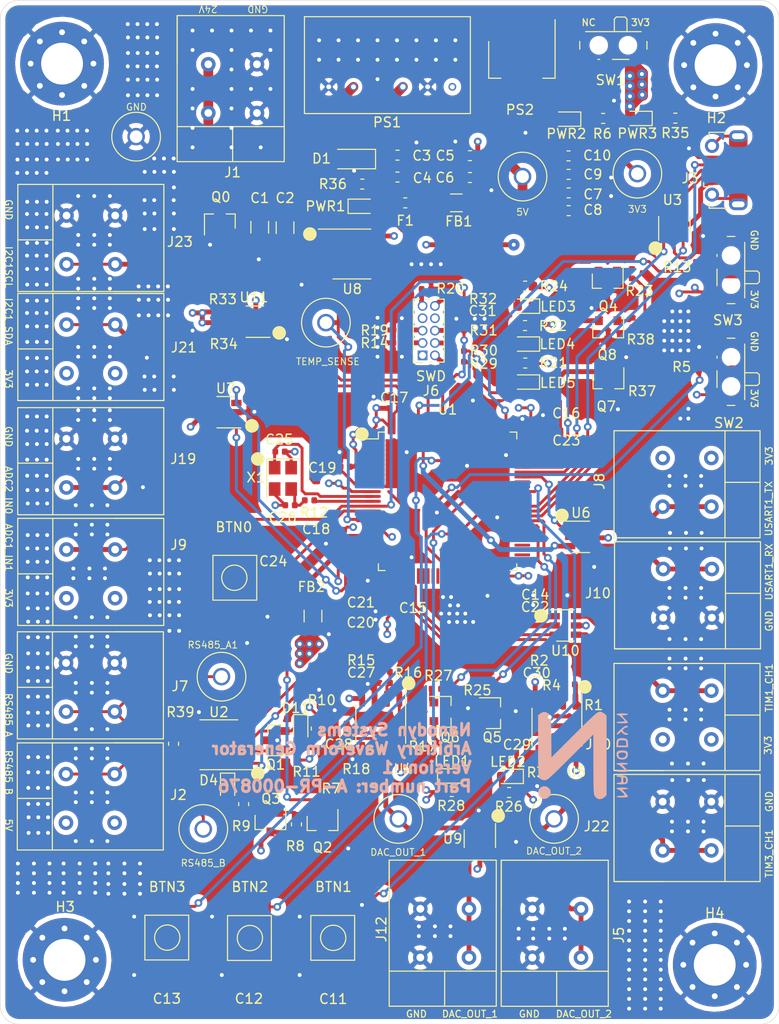
<source format=kicad_pcb>
(kicad_pcb (version 20171130) (host pcbnew "(5.1.5)-3")
  (layers (0 F.Cu signal hide) (1 In1.Cu power hide) (2 In2.Cu power hide) (31 B.Cu signal hide) (34 B.Paste user hide) (35 F.Paste user hide) (36 B.SilkS user) (37 F.SilkS user) (38 B.Mask user) (39 F.Mask user) (44 Edge.Cuts user))
  (net 0 "")
  (net 1 HSE_IN)
  (net 2 GND)
  (net 3 "Net-(C1-Pad1)")
  (net 4 "Net-(C3-Pad1)")
  (net 5 -5V)
  (net 6 +5V)
  (net 7 BTN1_Input)
  (net 8 BTN2_Input)
  (net 9 +3V3)
  (net 10 +3.3VA)
  (net 11 "Net-(C22-Pad1)")
  (net 12 "Net-(C23-Pad1)")
  (net 13 NRST)
  (net 14 "Net-(C27-Pad2)")
  (net 15 "Net-(C27-Pad1)")
  (net 16 "Net-(C28-Pad2)")
  (net 17 "Net-(C28-Pad1)")
  (net 18 "Net-(C29-Pad1)")
  (net 19 "Net-(C29-Pad2)")
  (net 20 "Net-(C30-Pad1)")
  (net 21 "Net-(C30-Pad2)")
  (net 22 VBUS)
  (net 23 "Net-(D4-Pad1)")
  (net 24 "Net-(D4-Pad2)")
  (net 25 "Net-(F1-Pad1)")
  (net 26 VCC)
  (net 27 "Net-(J3-Pad6)")
  (net 28 USB_ID)
  (net 29 "Net-(J6-Pad2)")
  (net 30 "Net-(J6-Pad4)")
  (net 31 "Net-(J6-Pad6)")
  (net 32 "Net-(J6-Pad10)")
  (net 33 USART1_RX)
  (net 34 USART1_TX)
  (net 35 TIM3_CH1)
  (net 36 TIM1_CH1)
  (net 37 ADC2_IN0)
  (net 38 ADC1_IN1)
  (net 39 I2C1_SDA)
  (net 40 I2C1_SCL)
  (net 41 TEMP_SENSE)
  (net 42 RE)
  (net 43 DE)
  (net 44 "Net-(Q2-Pad1)")
  (net 45 "Net-(Q2-Pad2)")
  (net 46 "Net-(Q3-Pad2)")
  (net 47 "Net-(Q4-Pad1)")
  (net 48 "Net-(Q5-Pad1)")
  (net 49 "Net-(Q6-Pad1)")
  (net 50 MAX485_PWR)
  (net 51 HSE_OUT)
  (net 52 BOOT0)
  (net 53 "Net-(R13-Pad1)")
  (net 54 BOOT1)
  (net 55 DAC_OUT1)
  (net 56 DAC_OUT2)
  (net 57 LED3)
  (net 58 LED2)
  (net 59 LED1)
  (net 60 SWDIO)
  (net 61 SWCLK)
  (net 62 SW0)
  (net 63 USART2_TX)
  (net 64 USART2_RX)
  (net 65 USB_D-)
  (net 66 USB_D+)
  (net 67 "Net-(R1-Pad2)")
  (net 68 "Net-(R16-Pad2)")
  (net 69 BTN3_Input)
  (net 70 "Net-(C26-Pad2)")
  (net 71 "Net-(J3-Pad2)")
  (net 72 "Net-(J3-Pad3)")
  (net 73 "Net-(J5-Pad1)")
  (net 74 "Net-(J6-Pad3)")
  (net 75 "Net-(J6-Pad5)")
  (net 76 "Net-(J6-Pad9)")
  (net 77 "Net-(J8-Pad2)")
  (net 78 "Net-(J9-Pad2)")
  (net 79 "Net-(J10-Pad1)")
  (net 80 "Net-(J12-Pad1)")
  (net 81 "Net-(J19-Pad1)")
  (net 82 "Net-(J20-Pad2)")
  (net 83 "Net-(J21-Pad2)")
  (net 84 "Net-(J22-Pad1)")
  (net 85 "Net-(J23-Pad1)")
  (net 86 "Net-(Q7-Pad1)")
  (net 87 "Net-(Q8-Pad1)")
  (net 88 "Net-(R5-Pad1)")
  (net 89 LED5)
  (net 90 LED4)
  (net 91 "Net-(D11-Pad2)")
  (net 92 "Net-(J2-Pad2)")
  (net 93 "Net-(J7-Pad1)")
  (net 94 "Net-(LED1-Pad2)")
  (net 95 "Net-(LED1-Pad1)")
  (net 96 "Net-(LED2-Pad1)")
  (net 97 "Net-(LED2-Pad2)")
  (net 98 "Net-(LED3-Pad1)")
  (net 99 "Net-(LED3-Pad2)")
  (net 100 "Net-(LED4-Pad2)")
  (net 101 "Net-(LED4-Pad1)")
  (net 102 "Net-(LED5-Pad1)")
  (net 103 "Net-(LED5-Pad2)")
  (net 104 "Net-(PWR1-Pad1)")
  (net 105 "Net-(PWR2-Pad1)")
  (net 106 "Net-(PWR3-Pad1)")
  (net 107 USART2_RTS)
  (net 108 "Net-(3V3-Pad1)")
  (net 109 "Net-(DAC_OUT_1-Pad1)")
  (net 110 "Net-(DAC_OUT_2-Pad1)")
  (module Fuse:Fuse_0603_1608Metric (layer F.Cu) (at 56.85 29.7 180)
    (fp_text reference F1 (at 0 -1.82) (layer F.SilkS))
    (fp_text value 300mA)
    (pad 2 smd roundrect (at 0.7875 0 180) (size 0.875 0.95) (layers F.Cu F.Paste F.Mask) (net 4 "Net-(C3-Pad1)"))
    (pad 1 smd roundrect (at -0.7875 0 180) (size 0.875 0.95) (layers F.Cu F.Paste F.Mask) (net 25 "Net-(F1-Pad1)"))
  )
  (module "Extra Components:5mm Pitch, 2 Way Terminal Block" (layer F.Cu) (at 27.15 33.5 270)
    (fp_text reference J23 (at 0.2 -6.55 180) (layer F.SilkS))
    (fp_text value I2C1_2)
    (pad 1 thru_hole circle (at 2.5 5.1 270) (size 1.5 1.5) (drill 0.8) (layers *.Cu *.Mask) (net 85 "Net-(J23-Pad1)"))
    (pad 2 thru_hole circle (at -2.5 5.1 270) (size 1.5 1.5) (drill 0.8) (layers *.Cu *.Mask) (net 2 GND))
    (pad 1 thru_hole circle (at 2.5 0.1 270) (size 1.5 1.5) (drill 0.8) (layers *.Cu *.Mask) (net 85 "Net-(J23-Pad1)"))
    (pad 2 thru_hole circle (at -2.5 0.1 270) (size 1.5 1.5) (drill 0.8) (layers *.Cu *.Mask) (net 2 GND))
  )
  (module "Extra Components:5mm Pitch, 2 Way Terminal Block" (layer F.Cu) (at 27.139999 67.8 270)
    (fp_text reference J9 (at -2.98 -6.430001 180) (layer F.SilkS))
    (fp_text value ADC_1)
    (pad 1 thru_hole circle (at 2.5 5.1 270) (size 1.5 1.5) (drill 0.8) (layers *.Cu *.Mask) (net 9 +3V3))
    (pad 2 thru_hole circle (at -2.5 5.1 270) (size 1.5 1.5) (drill 0.8) (layers *.Cu *.Mask) (net 78 "Net-(J9-Pad2)"))
    (pad 1 thru_hole circle (at 2.5 0.1 270) (size 1.5 1.5) (drill 0.8) (layers *.Cu *.Mask) (net 9 +3V3))
    (pad 2 thru_hole circle (at -2.5 0.1 270) (size 1.5 1.5) (drill 0.8) (layers *.Cu *.Mask) (net 78 "Net-(J9-Pad2)"))
  )
  (module LogoSilkScreens:NanodynSilkscreen (layer F.Cu) (at 74.35 88)
    (fp_text reference G*** hide)
    (fp_text value LOGO hide)
  )
  (module "Extra Components:ITP0312D05" (layer F.Cu) (at 54.991 17.78)
    (fp_text reference PS1 (at 0 3.65) (layer F.SilkS))
    (fp_text value ITP0324D05)
    (pad 1 thru_hole circle (at -6 0) (size 0.8 0.8) (drill 0.5) (layers *.Cu *.Mask) (net 2 GND))
    (pad 2 thru_hole circle (at -3.46 0) (size 0.8 0.8) (drill 0.5) (layers *.Cu *.Mask) (net 3 "Net-(C1-Pad1)"))
    (pad 6 thru_hole circle (at 6.7 0) (size 0.8 0.8) (drill 0.5) (layers *.Cu *.Mask) (net 5 -5V))
    (pad 5 thru_hole circle (at 4.16 0) (size 0.8 0.8) (drill 0.5) (layers *.Cu *.Mask) (net 2 GND))
    (pad 4 thru_hole circle (at 1.62 0) (size 0.9 0.9) (drill 0.55) (layers *.Cu *.Mask) (net 4 "Net-(C3-Pad1)"))
  )
  (module Package_SO:SOIC-8-1EP_3.9x4.9mm_P1.27mm_EP2.29x3mm (layer F.Cu) (at 51.37 34.95)
    (fp_text reference U8 (at 0.03 3.6) (layer F.SilkS))
    (fp_text value LM335ADT)
    (pad 8 smd roundrect (at 2.475 -1.905) (size 1.95 0.6) (layers F.Cu F.Paste F.Mask) (net 6 +5V))
    (pad 7 smd roundrect (at 2.475 -0.635) (size 1.95 0.6) (layers F.Cu F.Paste F.Mask))
    (pad 6 smd roundrect (at 2.475 0.635) (size 1.95 0.6) (layers F.Cu F.Paste F.Mask))
    (pad 5 smd roundrect (at 2.475 1.905) (size 1.95 0.6) (layers F.Cu F.Paste F.Mask) (net 41 TEMP_SENSE))
    (pad 4 smd roundrect (at -2.475 1.905) (size 1.95 0.6) (layers F.Cu F.Paste F.Mask) (net 2 GND))
    (pad 3 smd roundrect (at -2.475 0.635) (size 1.95 0.6) (layers F.Cu F.Paste F.Mask))
    (pad 2 smd roundrect (at -2.475 -0.635) (size 1.95 0.6) (layers F.Cu F.Paste F.Mask))
    (pad 1 smd roundrect (at -2.475 -1.905) (size 1.95 0.6) (layers F.Cu F.Paste F.Mask))
    (pad 9 smd roundrect (at 0 0) (size 2.29 3) (layers F.Cu F.Mask) (roundrect_rratio 0.10917))
  )
  (module "Extra Components:5001 Test Point" (layer F.Cu) (at 48.7 42)
    (fp_text reference TEMP_SENSE (at 0.2 4) (layer F.SilkS) (effects (font (size 0.7 0.7) (thickness 0.1))))
    (fp_text value 5001)
    (pad 1 thru_hole circle (at 0 0) (size 1.8 1.8) (drill 1.3) (layers *.Cu *.Mask) (net 41 TEMP_SENSE))
  )
  (module "Extra Components:5mm Pitch, 2 Way Terminal Block" (layer F.Cu) (at 83.2 82.3 90)
    (fp_text reference J20 (at -3.01 -6.51 180) (layer F.SilkS))
    (fp_text value TIMER_1)
    (pad 2 thru_hole circle (at 2.5 5.1 90) (size 1.5 1.5) (drill 0.8) (layers *.Cu *.Mask) (net 82 "Net-(J20-Pad2)"))
    (pad 1 thru_hole circle (at -2.5 5.1 90) (size 1.5 1.5) (drill 0.8) (layers *.Cu *.Mask) (net 9 +3V3))
    (pad 2 thru_hole circle (at 2.5 0.1 90) (size 1.5 1.5) (drill 0.8) (layers *.Cu *.Mask) (net 82 "Net-(J20-Pad2)"))
    (pad 1 thru_hole circle (at -2.5 0.1 90) (size 1.5 1.5) (drill 0.8) (layers *.Cu *.Mask) (net 9 +3V3))
  )
  (module "Extra Components:5mm Pitch, 2 Way Terminal Block" (layer F.Cu) (at 27.15 44.7 270)
    (fp_text reference J21 (at -0.15 -6.95 180) (layer F.SilkS))
    (fp_text value I2C1_1)
    (pad 2 thru_hole circle (at -2.5 0.1 270) (size 1.5 1.5) (drill 0.8) (layers *.Cu *.Mask) (net 83 "Net-(J21-Pad2)"))
    (pad 1 thru_hole circle (at 2.5 0.1 270) (size 1.5 1.5) (drill 0.8) (layers *.Cu *.Mask) (net 9 +3V3))
    (pad 2 thru_hole circle (at -2.5 5.1 270) (size 1.5 1.5) (drill 0.8) (layers *.Cu *.Mask) (net 83 "Net-(J21-Pad2)"))
    (pad 1 thru_hole circle (at 2.5 5.1 270) (size 1.5 1.5) (drill 0.8) (layers *.Cu *.Mask) (net 9 +3V3))
  )
  (module "Extra Components:5mm Pitch, 2 Way Terminal Block" (layer F.Cu) (at 60.9 102.1)
    (fp_text reference J12 (at -6.5 2.2 90) (layer F.SilkS))
    (fp_text value "Signal 2")
    (pad 1 thru_hole circle (at 2.5 5.1) (size 1.5 1.5) (drill 0.8) (layers *.Cu *.Mask) (net 80 "Net-(J12-Pad1)"))
    (pad 2 thru_hole circle (at -2.5 5.1) (size 1.5 1.5) (drill 0.8) (layers *.Cu *.Mask) (net 2 GND))
    (pad 1 thru_hole circle (at 2.5 0.1) (size 1.5 1.5) (drill 0.8) (layers *.Cu *.Mask) (net 80 "Net-(J12-Pad1)"))
    (pad 2 thru_hole circle (at -2.5 0.1) (size 1.5 1.5) (drill 0.8) (layers *.Cu *.Mask) (net 2 GND))
  )
  (module Package_TO_SOT_SMD:SOT-23-6 (layer F.Cu) (at 41.4 41.9 180)
    (fp_text reference U11 (at 0.1 2.5) (layer F.SilkS))
    (fp_text value USBLC6-2SC6)
    (pad 5 smd rect (at 1.1 0 180) (size 1.06 0.65) (layers F.Cu F.Paste F.Mask) (net 6 +5V))
    (pad 6 smd rect (at 1.1 -0.95 180) (size 1.06 0.65) (layers F.Cu F.Paste F.Mask) (net 83 "Net-(J21-Pad2)"))
    (pad 4 smd rect (at 1.1 0.95 180) (size 1.06 0.65) (layers F.Cu F.Paste F.Mask) (net 85 "Net-(J23-Pad1)"))
    (pad 3 smd rect (at -1.1 0.95 180) (size 1.06 0.65) (layers F.Cu F.Paste F.Mask) (net 40 I2C1_SCL))
    (pad 2 smd rect (at -1.1 0 180) (size 1.06 0.65) (layers F.Cu F.Paste F.Mask) (net 2 GND))
    (pad 1 smd rect (at -1.1 -0.95 180) (size 1.06 0.65) (layers F.Cu F.Paste F.Mask) (net 39 I2C1_SDA))
  )
  (module "Extra Components:5mm Pitch, 2 Way Terminal Block" (layer F.Cu) (at 27.139999 56.430001 270)
    (fp_text reference J19 (at -0.430001 -6.910001 180) (layer F.SilkS))
    (fp_text value ADC_2)
    (pad 2 thru_hole circle (at -2.5 0.1 270) (size 1.5 1.5) (drill 0.8) (layers *.Cu *.Mask) (net 2 GND))
    (pad 1 thru_hole circle (at 2.5 0.1 270) (size 1.5 1.5) (drill 0.8) (layers *.Cu *.Mask) (net 81 "Net-(J19-Pad1)"))
    (pad 2 thru_hole circle (at -2.5 5.1 270) (size 1.5 1.5) (drill 0.8) (layers *.Cu *.Mask) (net 2 GND))
    (pad 1 thru_hole circle (at 2.5 5.1 270) (size 1.5 1.5) (drill 0.8) (layers *.Cu *.Mask) (net 81 "Net-(J19-Pad1)"))
  )
  (module "Extra Components:5mm Pitch, 2 Way Terminal Block" (layer F.Cu) (at 27.1 79.45 270)
    (fp_text reference J7 (at -0.1 -6.6 180) (layer F.SilkS))
    (fp_text value RS485_2)
    (pad 2 thru_hole circle (at -2.5 0.1 270) (size 1.5 1.5) (drill 0.8) (layers *.Cu *.Mask) (net 2 GND))
    (pad 1 thru_hole circle (at 2.5 0.1 270) (size 1.5 1.5) (drill 0.8) (layers *.Cu *.Mask) (net 93 "Net-(J7-Pad1)"))
    (pad 2 thru_hole circle (at -2.5 5.1 270) (size 1.5 1.5) (drill 0.8) (layers *.Cu *.Mask) (net 2 GND))
    (pad 1 thru_hole circle (at 2.5 5.1 270) (size 1.5 1.5) (drill 0.8) (layers *.Cu *.Mask) (net 93 "Net-(J7-Pad1)"))
  )
  (module "Extra Components:5mm Pitch, 2 Way Terminal Block" (layer F.Cu) (at 83.25 69.8 90)
    (fp_text reference J10 (at 0.01 -6.6 180) (layer F.SilkS))
    (fp_text value USART1_2)
    (pad 1 thru_hole circle (at 2.5 5.1 90) (size 1.5 1.5) (drill 0.8) (layers *.Cu *.Mask) (net 79 "Net-(J10-Pad1)"))
    (pad 2 thru_hole circle (at -2.5 5.1 90) (size 1.5 1.5) (drill 0.8) (layers *.Cu *.Mask) (net 2 GND))
    (pad 1 thru_hole circle (at 2.5 0.1 90) (size 1.5 1.5) (drill 0.8) (layers *.Cu *.Mask) (net 79 "Net-(J10-Pad1)"))
    (pad 2 thru_hole circle (at -2.5 0.1 90) (size 1.5 1.5) (drill 0.8) (layers *.Cu *.Mask) (net 2 GND))
  )
  (module Package_QFP:LQFP-100_14x14mm_P0.5mm (layer F.Cu) (at 61.2 60.35)
    (fp_text reference U1 (at 0 -9.42) (layer F.SilkS))
    (fp_text value STM32F427VITx)
    (pad 100 smd roundrect (at -6 -7.675) (size 0.3 1.6) (layers F.Cu F.Paste F.Mask) (net 9 +3V3))
    (pad 99 smd roundrect (at -5.5 -7.675) (size 0.3 1.6) (layers F.Cu F.Paste F.Mask) (net 2 GND))
    (pad 98 smd roundrect (at -5 -7.675) (size 0.3 1.6) (layers F.Cu F.Paste F.Mask))
    (pad 97 smd roundrect (at -4.5 -7.675) (size 0.3 1.6) (layers F.Cu F.Paste F.Mask))
    (pad 96 smd roundrect (at -4 -7.675) (size 0.3 1.6) (layers F.Cu F.Paste F.Mask) (net 39 I2C1_SDA))
    (pad 95 smd roundrect (at -3.5 -7.675) (size 0.3 1.6) (layers F.Cu F.Paste F.Mask))
    (pad 94 smd roundrect (at -3 -7.675) (size 0.3 1.6) (layers F.Cu F.Paste F.Mask) (net 52 BOOT0))
    (pad 93 smd roundrect (at -2.5 -7.675) (size 0.3 1.6) (layers F.Cu F.Paste F.Mask) (net 33 USART1_RX))
    (pad 92 smd roundrect (at -2 -7.675) (size 0.3 1.6) (layers F.Cu F.Paste F.Mask) (net 40 I2C1_SCL))
    (pad 91 smd roundrect (at -1.5 -7.675) (size 0.3 1.6) (layers F.Cu F.Paste F.Mask))
    (pad 90 smd roundrect (at -1 -7.675) (size 0.3 1.6) (layers F.Cu F.Paste F.Mask))
    (pad 89 smd roundrect (at -0.5 -7.675) (size 0.3 1.6) (layers F.Cu F.Paste F.Mask) (net 62 SW0))
    (pad 88 smd roundrect (at 0 -7.675) (size 0.3 1.6) (layers F.Cu F.Paste F.Mask))
    (pad 87 smd roundrect (at 0.5 -7.675) (size 0.3 1.6) (layers F.Cu F.Paste F.Mask))
    (pad 86 smd roundrect (at 1 -7.675) (size 0.3 1.6) (layers F.Cu F.Paste F.Mask))
    (pad 85 smd roundrect (at 1.5 -7.675) (size 0.3 1.6) (layers F.Cu F.Paste F.Mask) (net 107 USART2_RTS))
    (pad 84 smd roundrect (at 2 -7.675) (size 0.3 1.6) (layers F.Cu F.Paste F.Mask))
    (pad 83 smd roundrect (at 2.5 -7.675) (size 0.3 1.6) (layers F.Cu F.Paste F.Mask))
    (pad 82 smd roundrect (at 3 -7.675) (size 0.3 1.6) (layers F.Cu F.Paste F.Mask))
    (pad 81 smd roundrect (at 3.5 -7.675) (size 0.3 1.6) (layers F.Cu F.Paste F.Mask))
    (pad 80 smd roundrect (at 4 -7.675) (size 0.3 1.6) (layers F.Cu F.Paste F.Mask))
    (pad 79 smd roundrect (at 4.5 -7.675) (size 0.3 1.6) (layers F.Cu F.Paste F.Mask))
    (pad 78 smd roundrect (at 5 -7.675) (size 0.3 1.6) (layers F.Cu F.Paste F.Mask))
    (pad 77 smd roundrect (at 5.5 -7.675) (size 0.3 1.6) (layers F.Cu F.Paste F.Mask))
    (pad 76 smd roundrect (at 6 -7.675) (size 0.3 1.6) (layers F.Cu F.Paste F.Mask) (net 61 SWCLK))
    (pad 75 smd roundrect (at 7.675 -6) (size 1.6 0.3) (layers F.Cu F.Paste F.Mask) (net 9 +3V3))
    (pad 74 smd roundrect (at 7.675 -5.5) (size 1.6 0.3) (layers F.Cu F.Paste F.Mask) (net 2 GND))
    (pad 73 smd roundrect (at 7.675 -5) (size 1.6 0.3) (layers F.Cu F.Paste F.Mask) (net 12 "Net-(C23-Pad1)"))
    (pad 72 smd roundrect (at 7.675 -4.5) (size 1.6 0.3) (layers F.Cu F.Paste F.Mask) (net 60 SWDIO))
    (pad 71 smd roundrect (at 7.675 -4) (size 1.6 0.3) (layers F.Cu F.Paste F.Mask) (net 66 USB_D+))
    (pad 70 smd roundrect (at 7.675 -3.5) (size 1.6 0.3) (layers F.Cu F.Paste F.Mask) (net 65 USB_D-))
    (pad 69 smd roundrect (at 7.675 -3) (size 1.6 0.3) (layers F.Cu F.Paste F.Mask) (net 28 USB_ID))
    (pad 68 smd roundrect (at 7.675 -2.5) (size 1.6 0.3) (layers F.Cu F.Paste F.Mask) (net 34 USART1_TX))
    (pad 67 smd roundrect (at 7.675 -2) (size 1.6 0.3) (layers F.Cu F.Paste F.Mask))
    (pad 66 smd roundrect (at 7.675 -1.5) (size 1.6 0.3) (layers F.Cu F.Paste F.Mask))
    (pad 65 smd roundrect (at 7.675 -1) (size 1.6 0.3) (layers F.Cu F.Paste F.Mask) (net 7 BTN1_Input))
    (pad 64 smd roundrect (at 7.675 -0.5) (size 1.6 0.3) (layers F.Cu F.Paste F.Mask) (net 8 BTN2_Input))
    (pad 63 smd roundrect (at 7.675 0) (size 1.6 0.3) (layers F.Cu F.Paste F.Mask) (net 69 BTN3_Input))
    (pad 62 smd roundrect (at 7.675 0.5) (size 1.6 0.3) (layers F.Cu F.Paste F.Mask) (net 89 LED5))
    (pad 61 smd roundrect (at 7.675 1) (size 1.6 0.3) (layers F.Cu F.Paste F.Mask) (net 90 LED4))
    (pad 60 smd roundrect (at 7.675 1.5) (size 1.6 0.3) (layers F.Cu F.Paste F.Mask) (net 57 LED3))
    (pad 59 smd roundrect (at 7.675 2) (size 1.6 0.3) (layers F.Cu F.Paste F.Mask) (net 58 LED2))
    (pad 58 smd roundrect (at 7.675 2.5) (size 1.6 0.3) (layers F.Cu F.Paste F.Mask) (net 59 LED1))
    (pad 57 smd roundrect (at 7.675 3) (size 1.6 0.3) (layers F.Cu F.Paste F.Mask))
    (pad 56 smd roundrect (at 7.675 3.5) (size 1.6 0.3) (layers F.Cu F.Paste F.Mask))
    (pad 55 smd roundrect (at 7.675 4) (size 1.6 0.3) (layers F.Cu F.Paste F.Mask))
    (pad 54 smd roundrect (at 7.675 4.5) (size 1.6 0.3) (layers F.Cu F.Paste F.Mask))
    (pad 53 smd roundrect (at 7.675 5) (size 1.6 0.3) (layers F.Cu F.Paste F.Mask))
    (pad 52 smd roundrect (at 7.675 5.5) (size 1.6 0.3) (layers F.Cu F.Paste F.Mask))
    (pad 51 smd roundrect (at 7.675 6) (size 1.6 0.3) (layers F.Cu F.Paste F.Mask))
    (pad 50 smd roundrect (at 6 7.675) (size 0.3 1.6) (layers F.Cu F.Paste F.Mask) (net 9 +3V3))
    (pad 49 smd roundrect (at 5.5 7.675) (size 0.3 1.6) (layers F.Cu F.Paste F.Mask) (net 11 "Net-(C22-Pad1)"))
    (pad 48 smd roundrect (at 5 7.675) (size 0.3 1.6) (layers F.Cu F.Paste F.Mask))
    (pad 47 smd roundrect (at 4.5 7.675) (size 0.3 1.6) (layers F.Cu F.Paste F.Mask))
    (pad 46 smd roundrect (at 4 7.675) (size 0.3 1.6) (layers F.Cu F.Paste F.Mask))
    (pad 45 smd roundrect (at 3.5 7.675) (size 0.3 1.6) (layers F.Cu F.Paste F.Mask))
    (pad 44 smd roundrect (at 3 7.675) (size 0.3 1.6) (layers F.Cu F.Paste F.Mask))
    (pad 43 smd roundrect (at 2.5 7.675) (size 0.3 1.6) (layers F.Cu F.Paste F.Mask))
    (pad 42 smd roundrect (at 2 7.675) (size 0.3 1.6) (layers F.Cu F.Paste F.Mask))
    (pad 41 smd roundrect (at 1.5 7.675) (size 0.3 1.6) (layers F.Cu F.Paste F.Mask))
    (pad 40 smd roundrect (at 1 7.675) (size 0.3 1.6) (layers F.Cu F.Paste F.Mask) (net 36 TIM1_CH1))
    (pad 39 smd roundrect (at 0.5 7.675) (size 0.3 1.6) (layers F.Cu F.Paste F.Mask))
    (pad 38 smd roundrect (at 0 7.675) (size 0.3 1.6) (layers F.Cu F.Paste F.Mask))
    (pad 37 smd roundrect (at -0.5 7.675) (size 0.3 1.6) (layers F.Cu F.Paste F.Mask) (net 54 BOOT1))
    (pad 36 smd roundrect (at -1 7.675) (size 0.3 1.6) (layers F.Cu F.Paste F.Mask))
    (pad 35 smd roundrect (at -1.5 7.675) (size 0.3 1.6) (layers F.Cu F.Paste F.Mask))
    (pad 34 smd roundrect (at -2 7.675) (size 0.3 1.6) (layers F.Cu F.Paste F.Mask))
    (pad 33 smd roundrect (at -2.5 7.675) (size 0.3 1.6) (layers F.Cu F.Paste F.Mask))
    (pad 32 smd roundrect (at -3 7.675) (size 0.3 1.6) (layers F.Cu F.Paste F.Mask))
    (pad 31 smd roundrect (at -3.5 7.675) (size 0.3 1.6) (layers F.Cu F.Paste F.Mask) (net 35 TIM3_CH1))
    (pad 30 smd roundrect (at -4 7.675) (size 0.3 1.6) (layers F.Cu F.Paste F.Mask) (net 56 DAC_OUT2))
    (pad 29 smd roundrect (at -4.5 7.675) (size 0.3 1.6) (layers F.Cu F.Paste F.Mask) (net 55 DAC_OUT1))
    (pad 28 smd roundrect (at -5 7.675) (size 0.3 1.6) (layers F.Cu F.Paste F.Mask) (net 9 +3V3))
    (pad 27 smd roundrect (at -5.5 7.675) (size 0.3 1.6) (layers F.Cu F.Paste F.Mask) (net 2 GND))
    (pad 26 smd roundrect (at -6 7.675) (size 0.3 1.6) (layers F.Cu F.Paste F.Mask) (net 64 USART2_RX))
    (pad 25 smd roundrect (at -7.675 6) (size 1.6 0.3) (layers F.Cu F.Paste F.Mask) (net 63 USART2_TX))
    (pad 24 smd roundrect (at -7.675 5.5) (size 1.6 0.3) (layers F.Cu F.Paste F.Mask) (net 38 ADC1_IN1))
    (pad 23 smd roundrect (at -7.675 5) (size 1.6 0.3) (layers F.Cu F.Paste F.Mask) (net 37 ADC2_IN0))
    (pad 22 smd roundrect (at -7.675 4.5) (size 1.6 0.3) (layers F.Cu F.Paste F.Mask) (net 10 +3.3VA))
    (pad 21 smd roundrect (at -7.675 4) (size 1.6 0.3) (layers F.Cu F.Paste F.Mask) (net 10 +3.3VA))
    (pad 20 smd roundrect (at -7.675 3.5) (size 1.6 0.3) (layers F.Cu F.Paste F.Mask) (net 2 GND))
    (pad 19 smd roundrect (at -7.675 3) (size 1.6 0.3) (layers F.Cu F.Paste F.Mask) (net 9 +3V3))
    (pad 18 smd roundrect (at -7.675 2.5) (size 1.6 0.3) (layers F.Cu F.Paste F.Mask))
    (pad 17 smd roundrect (at -7.675 2) (size 1.6 0.3) (layers F.Cu F.Paste F.Mask) (net 41 TEMP_SENSE))
    (pad 16 smd roundrect (at -7.675 1.5) (size 1.6 0.3) (layers F.Cu F.Paste F.Mask))
    (pad 15 smd roundrect (at -7.675 1) (size 1.6 0.3) (layers F.Cu F.Paste F.Mask) (net 50 MAX485_PWR))
    (pad 14 smd roundrect (at -7.675 0.5) (size 1.6 0.3) (layers F.Cu F.Paste F.Mask) (net 13 NRST))
    (pad 13 smd roundrect (at -7.675 0) (size 1.6 0.3) (layers F.Cu F.Paste F.Mask) (net 51 HSE_OUT))
    (pad 12 smd roundrect (at -7.675 -0.5) (size 1.6 0.3) (layers F.Cu F.Paste F.Mask) (net 1 HSE_IN))
    (pad 11 smd roundrect (at -7.675 -1) (size 1.6 0.3) (layers F.Cu F.Paste F.Mask) (net 9 +3V3))
    (pad 10 smd roundrect (at -7.675 -1.5) (size 1.6 0.3) (layers F.Cu F.Paste F.Mask) (net 2 GND))
    (pad 9 smd roundrect (at -7.675 -2) (size 1.6 0.3) (layers F.Cu F.Paste F.Mask))
    (pad 8 smd roundrect (at -7.675 -2.5) (size 1.6 0.3) (layers F.Cu F.Paste F.Mask))
    (pad 7 smd roundrect (at -7.675 -3) (size 1.6 0.3) (layers F.Cu F.Paste F.Mask))
    (pad 6 smd roundrect (at -7.675 -3.5) (size 1.6 0.3) (layers F.Cu F.Paste F.Mask) (net 9 +3V3))
    (pad 5 smd roundrect (at -7.675 -4) (size 1.6 0.3) (layers F.Cu F.Paste F.Mask))
    (pad 4 smd roundrect (at -7.675 -4.5) (size 1.6 0.3) (layers F.Cu F.Paste F.Mask))
    (pad 3 smd roundrect (at -7.675 -5) (size 1.6 0.3) (layers F.Cu F.Paste F.Mask))
    (pad 2 smd roundrect (at -7.675 -5.5) (size 1.6 0.3) (layers F.Cu F.Paste F.Mask))
    (pad 1 smd roundrect (at -7.675 -6) (size 1.6 0.3) (layers F.Cu F.Paste F.Mask))
  )
  (module Button_Switch_SMD:SW_SPDT_PCM12 (layer F.Cu) (at 78.232 13.843 180)
    (fp_text reference SW1 (at 0.292 -3.247) (layer F.SilkS))
    (fp_text value SW_SPDT)
    (pad "" np_thru_hole circle (at -1.5 0.33 180) (size 0.9 0.9) (drill 0.9) (layers *.Cu *.Mask))
    (pad "" np_thru_hole circle (at 1.5 0.33 180) (size 0.9 0.9) (drill 0.9) (layers *.Cu *.Mask))
    (pad 1 smd rect (at -2.25 -1.43 180) (size 0.7 1.5) (layers F.Cu F.Paste F.Mask) (net 9 +3V3))
    (pad 2 smd rect (at 0.75 -1.43 180) (size 0.7 1.5) (layers F.Cu F.Paste F.Mask) (net 108 "Net-(3V3-Pad1)"))
    (pad 3 smd rect (at 2.25 -1.43 180) (size 0.7 1.5) (layers F.Cu F.Paste F.Mask))
    (pad "" smd rect (at -3.65 1.43 180) (size 1 0.8) (layers F.Cu F.Paste F.Mask))
    (pad "" smd rect (at 3.65 1.43 180) (size 1 0.8) (layers F.Cu F.Paste F.Mask))
    (pad "" smd rect (at 3.65 -0.78 180) (size 1 0.8) (layers F.Cu F.Paste F.Mask))
    (pad "" smd rect (at -3.65 -0.78 180) (size 1 0.8) (layers F.Cu F.Paste F.Mask))
  )
  (module Crystal:Crystal_SMD_3225-4Pin_3.2x2.5mm (layer F.Cu) (at 44.28 57.99 270)
    (fp_text reference X1 (at -0.09 2.78 180) (layer F.SilkS))
    (fp_text value " 25MHZ")
    (pad 1 smd rect (at -1.1 0.85 270) (size 1.4 1.2) (layers F.Cu F.Paste F.Mask) (net 1 HSE_IN))
    (pad 2 smd rect (at 1.1 0.85 270) (size 1.4 1.2) (layers F.Cu F.Paste F.Mask) (net 2 GND))
    (pad 3 smd rect (at 1.1 -0.85 270) (size 1.4 1.2) (layers F.Cu F.Paste F.Mask) (net 70 "Net-(C26-Pad2)"))
    (pad 4 smd rect (at -1.1 -0.85 270) (size 1.4 1.2) (layers F.Cu F.Paste F.Mask) (net 2 GND))
  )
  (module Capacitor_SMD:C_1206_3216Metric (layer F.Cu) (at 41.9 32.2 270)
    (fp_text reference C1 (at -3 0 180) (layer F.SilkS))
    (fp_text value 10n)
    (pad 2 smd roundrect (at 1.4 0 270) (size 1.25 1.75) (layers F.Cu F.Paste F.Mask) (roundrect_rratio 0.2) (net 2 GND))
    (pad 1 smd roundrect (at -1.4 0 270) (size 1.25 1.75) (layers F.Cu F.Paste F.Mask) (roundrect_rratio 0.2) (net 3 "Net-(C1-Pad1)"))
  )
  (module Capacitor_SMD:C_1206_3216Metric (layer F.Cu) (at 44.5 32.25 90)
    (fp_text reference C2 (at 3.05 0 180) (layer F.SilkS))
    (fp_text value 10n)
    (pad 1 smd roundrect (at -1.4 0 90) (size 1.25 1.75) (layers F.Cu F.Paste F.Mask) (roundrect_rratio 0.2) (net 2 GND))
    (pad 2 smd roundrect (at 1.4 0 90) (size 1.25 1.75) (layers F.Cu F.Paste F.Mask) (roundrect_rratio 0.2) (net 3 "Net-(C1-Pad1)"))
  )
  (module Capacitor_SMD:C_0603_1608Metric (layer F.Cu) (at 56.05 24.8)
    (fp_text reference C3 (at 2.5 0.05) (layer F.SilkS))
    (fp_text value 10n)
    (pad 1 smd roundrect (at -0.7875 0) (size 0.875 0.95) (layers F.Cu F.Paste F.Mask) (net 4 "Net-(C3-Pad1)"))
    (pad 2 smd roundrect (at 0.7875 0) (size 0.875 0.95) (layers F.Cu F.Paste F.Mask) (net 2 GND))
  )
  (module Capacitor_SMD:C_0603_1608Metric (layer F.Cu) (at 56.05 27.05)
    (fp_text reference C4 (at 2.55 0.1) (layer F.SilkS))
    (fp_text value 10n)
    (pad 2 smd roundrect (at 0.7875 0) (size 0.875 0.95) (layers F.Cu F.Paste F.Mask) (net 2 GND))
    (pad 1 smd roundrect (at -0.7875 0) (size 0.875 0.95) (layers F.Cu F.Paste F.Mask) (net 4 "Net-(C3-Pad1)"))
  )
  (module Capacitor_SMD:C_0603_1608Metric (layer F.Cu) (at 63.5 24.85)
    (fp_text reference C5 (at -2.55 0) (layer F.SilkS))
    (fp_text value 10n)
    (pad 2 smd roundrect (at 0.7875 0) (size 0.875 0.95) (layers F.Cu F.Paste F.Mask) (net 5 -5V))
    (pad 1 smd roundrect (at -0.7875 0) (size 0.875 0.95) (layers F.Cu F.Paste F.Mask) (net 2 GND))
  )
  (module Capacitor_SMD:C_0603_1608Metric (layer F.Cu) (at 63.5 27.1)
    (fp_text reference C6 (at -2.5725 0) (layer F.SilkS))
    (fp_text value 10n)
    (pad 1 smd roundrect (at -0.7875 0) (size 0.875 0.95) (layers F.Cu F.Paste F.Mask) (net 2 GND))
    (pad 2 smd roundrect (at 0.7875 0) (size 0.875 0.95) (layers F.Cu F.Paste F.Mask) (net 5 -5V))
  )
  (module Capacitor_SMD:C_0402_1005Metric (layer F.Cu) (at 49.45 110.11)
    (fp_text reference C11 (at 0 1.35) (layer F.SilkS))
    (fp_text value 12p)
    (pad 1 smd roundrect (at -0.485 0) (size 0.59 0.64) (layers F.Cu F.Paste F.Mask) (net 2 GND))
    (pad 2 smd roundrect (at 0.485 0) (size 0.59 0.64) (layers F.Cu F.Paste F.Mask) (net 7 BTN1_Input))
  )
  (module Capacitor_SMD:C_0402_1005Metric (layer F.Cu) (at 40.89 110.08)
    (fp_text reference C12 (at -0.1 1.35) (layer F.SilkS))
    (fp_text value 12p)
    (pad 2 smd roundrect (at 0.485 0) (size 0.59 0.64) (layers F.Cu F.Paste F.Mask) (net 8 BTN2_Input))
    (pad 1 smd roundrect (at -0.485 0) (size 0.59 0.64) (layers F.Cu F.Paste F.Mask) (net 2 GND))
  )
  (module Capacitor_SMD:C_0402_1005Metric (layer F.Cu) (at 32.31 110.08)
    (fp_text reference C13 (at 0.05 1.35) (layer F.SilkS))
    (fp_text value 12p)
    (pad 1 smd roundrect (at -0.485 0) (size 0.59 0.64) (layers F.Cu F.Paste F.Mask) (net 2 GND))
    (pad 2 smd roundrect (at 0.485 0) (size 0.59 0.64) (layers F.Cu F.Paste F.Mask) (net 69 BTN3_Input))
  )
  (module Capacitor_SMD:C_0402_1005Metric (layer F.Cu) (at 67.8 70)
    (fp_text reference C14 (at 2.4 -0.06) (layer F.SilkS))
    (fp_text value 4u7)
    (pad 2 smd roundrect (at 0.485 0) (size 0.59 0.64) (layers F.Cu F.Paste F.Mask) (net 2 GND))
    (pad 1 smd roundrect (at -0.485 0) (size 0.59 0.64) (layers F.Cu F.Paste F.Mask) (net 9 +3V3))
  )
  (module Capacitor_SMD:C_0402_1005Metric (layer F.Cu) (at 55.2 71.2 180)
    (fp_text reference C15 (at -2.45 -0.1) (layer F.SilkS))
    (fp_text value 100n)
    (pad 2 smd roundrect (at 0.485 0 180) (size 0.59 0.64) (layers F.Cu F.Paste F.Mask) (net 2 GND))
    (pad 1 smd roundrect (at -0.485 0 180) (size 0.59 0.64) (layers F.Cu F.Paste F.Mask) (net 9 +3V3))
  )
  (module Capacitor_SMD:C_0402_1005Metric (layer F.Cu) (at 71 52.6)
    (fp_text reference C16 (at 2.4 -1.292) (layer F.SilkS))
    (fp_text value 100n)
    (pad 2 smd roundrect (at 0.485 0) (size 0.59 0.64) (layers F.Cu F.Paste F.Mask) (net 2 GND))
    (pad 1 smd roundrect (at -0.485 0) (size 0.59 0.64) (layers F.Cu F.Paste F.Mask) (net 9 +3V3))
  )
  (module Capacitor_SMD:C_0402_1005Metric (layer F.Cu) (at 55.7 50.8)
    (fp_text reference C17 (at 0.015 -1.1) (layer F.SilkS))
    (fp_text value 100n)
    (pad 2 smd roundrect (at 0.485 0) (size 0.59 0.64) (layers F.Cu F.Paste F.Mask) (net 2 GND))
    (pad 1 smd roundrect (at -0.485 0) (size 0.59 0.64) (layers F.Cu F.Paste F.Mask) (net 9 +3V3))
  )
  (module Capacitor_SMD:C_0402_1005Metric (layer F.Cu) (at 50.092 63.296 180)
    (fp_text reference C18 (at 2.392 0.096) (layer F.SilkS))
    (fp_text value 100n)
    (pad 1 smd roundrect (at -0.485 0 180) (size 0.59 0.64) (layers F.Cu F.Paste F.Mask) (net 9 +3V3))
    (pad 2 smd roundrect (at 0.485 0 180) (size 0.59 0.64) (layers F.Cu F.Paste F.Mask) (net 2 GND))
  )
  (module Capacitor_SMD:C_0402_1005Metric (layer F.Cu) (at 50.7 56.8 180)
    (fp_text reference C19 (at 2.37 -0.1) (layer F.SilkS))
    (fp_text value 100n)
    (pad 1 smd roundrect (at -0.485 0 180) (size 0.59 0.64) (layers F.Cu F.Paste F.Mask) (net 9 +3V3))
    (pad 2 smd roundrect (at 0.485 0 180) (size 0.59 0.64) (layers F.Cu F.Paste F.Mask) (net 2 GND))
  )
  (module Capacitor_SMD:C_0402_1005Metric (layer F.Cu) (at 49.875 72.837)
    (fp_text reference C20 (at 2.4 -0.03) (layer F.SilkS))
    (fp_text value 1u)
    (pad 1 smd roundrect (at -0.485 0) (size 0.59 0.64) (layers F.Cu F.Paste F.Mask) (net 10 +3.3VA))
    (pad 2 smd roundrect (at 0.485 0) (size 0.59 0.64) (layers F.Cu F.Paste F.Mask) (net 2 GND))
  )
  (module Capacitor_SMD:C_0402_1005Metric (layer F.Cu) (at 49.885 70.8 180)
    (fp_text reference C21 (at -2.415 0.06) (layer F.SilkS))
    (fp_text value 1u)
    (pad 1 smd roundrect (at -0.485 0 180) (size 0.59 0.64) (layers F.Cu F.Paste F.Mask) (net 2 GND))
    (pad 2 smd roundrect (at 0.485 0 180) (size 0.59 0.64) (layers F.Cu F.Paste F.Mask) (net 10 +3.3VA))
  )
  (module Capacitor_SMD:C_0402_1005Metric (layer F.Cu) (at 42.291 68.072 90)
    (fp_text reference C24 (at 1.565 1 180) (layer F.SilkS))
    (fp_text value 12p)
    (pad 1 smd roundrect (at -0.485 0 90) (size 0.59 0.64) (layers F.Cu F.Paste F.Mask) (net 2 GND))
    (pad 2 smd roundrect (at 0.485 0 90) (size 0.59 0.64) (layers F.Cu F.Paste F.Mask) (net 13 NRST))
  )
  (module Capacitor_SMD:C_0402_1005Metric (layer F.Cu) (at 43.985 55.25 180)
    (fp_text reference C25 (at 0.08 1.25) (layer F.SilkS))
    (fp_text value 20p)
    (pad 1 smd roundrect (at -0.485 0 180) (size 0.59 0.64) (layers F.Cu F.Paste F.Mask) (net 2 GND))
    (pad 2 smd roundrect (at 0.485 0 180) (size 0.59 0.64) (layers F.Cu F.Paste F.Mask) (net 1 HSE_IN))
  )
  (module Capacitor_SMD:C_0402_1005Metric (layer F.Cu) (at 45.015 60.75)
    (fp_text reference C26 (at -0.765 1.25) (layer F.SilkS))
    (fp_text value 20p)
    (pad 2 smd roundrect (at 0.485 0) (size 0.59 0.64) (layers F.Cu F.Paste F.Mask) (net 70 "Net-(C26-Pad2)"))
    (pad 1 smd roundrect (at -0.485 0) (size 0.59 0.64) (layers F.Cu F.Paste F.Mask) (net 2 GND))
  )
  (module Capacitor_SMD:C_0402_1005Metric (layer F.Cu) (at 62.4 40.76 180)
    (fp_text reference C31 (at -2.4 -0.04) (layer F.SilkS))
    (fp_text value 100n)
    (pad 1 smd roundrect (at -0.485 0 180) (size 0.59 0.64) (layers F.Cu F.Paste F.Mask) (net 13 NRST))
    (pad 2 smd roundrect (at 0.485 0 180) (size 0.59 0.64) (layers F.Cu F.Paste F.Mask) (net 2 GND))
  )
  (module Diode_SMD:D_SOD-123 (layer F.Cu) (at 51.55 25.2 180)
    (fp_text reference D1 (at 3.3 0.05 180) (layer F.SilkS))
    (fp_text value B5819W)
    (pad 2 smd rect (at 1.65 0 180) (size 0.9 1.2) (layers F.Cu F.Paste F.Mask) (net 22 VBUS))
    (pad 1 smd rect (at -1.65 0 180) (size 0.9 1.2) (layers F.Cu F.Paste F.Mask) (net 4 "Net-(C3-Pad1)"))
  )
  (module LED_SMD:LED_0603_1608Metric (layer F.Cu) (at 73.4 21.1 180)
    (fp_text reference PWR2 (at 0 -1.5) (layer F.SilkS))
    (fp_text value GREEN)
    (pad 1 smd roundrect (at -0.7875 0 180) (size 0.875 0.95) (layers F.Cu F.Paste F.Mask) (net 105 "Net-(PWR2-Pad1)"))
    (pad 2 smd roundrect (at 0.7875 0 180) (size 0.875 0.95) (layers F.Cu F.Paste F.Mask) (net 108 "Net-(3V3-Pad1)"))
  )
  (module LED_SMD:LED_0603_1608Metric (layer F.Cu) (at 38.6 89.75 270)
    (fp_text reference D4 (at -0.75 1.95 180) (layer F.SilkS))
    (fp_text value BLUE)
    (pad 1 smd roundrect (at -0.7875 0 270) (size 0.875 0.95) (layers F.Cu F.Paste F.Mask) (net 23 "Net-(D4-Pad1)"))
    (pad 2 smd roundrect (at 0.7875 0 270) (size 0.875 0.95) (layers F.Cu F.Paste F.Mask) (net 24 "Net-(D4-Pad2)"))
  )
  (module LED_SMD:LED_0603_1608Metric (layer F.Cu) (at 69.18 40.31 180)
    (fp_text reference LED3 (at -3.38 -0.04) (layer F.SilkS))
    (fp_text value GREEN)
    (pad 2 smd roundrect (at 0.7875 0 180) (size 0.875 0.95) (layers F.Cu F.Paste F.Mask) (net 99 "Net-(LED3-Pad2)"))
    (pad 1 smd roundrect (at -0.7875 0 180) (size 0.875 0.95) (layers F.Cu F.Paste F.Mask) (net 98 "Net-(LED3-Pad1)"))
  )
  (module LED_SMD:LED_0603_1608Metric (layer F.Cu) (at 67.5 88.6 180)
    (fp_text reference LED2 (at 0.1 1.5) (layer F.SilkS))
    (fp_text value RED)
    (pad 1 smd roundrect (at -0.7875 0 180) (size 0.875 0.95) (layers F.Cu F.Paste F.Mask) (net 96 "Net-(LED2-Pad1)"))
    (pad 2 smd roundrect (at 0.7875 0 180) (size 0.875 0.95) (layers F.Cu F.Paste F.Mask) (net 97 "Net-(LED2-Pad2)"))
  )
  (module LED_SMD:LED_0603_1608Metric (layer F.Cu) (at 61.65 88.556)
    (fp_text reference LED1 (at 0 -1.524) (layer F.SilkS))
    (fp_text value BLUE)
    (pad 2 smd roundrect (at 0.7875 0) (size 0.875 0.95) (layers F.Cu F.Paste F.Mask) (net 94 "Net-(LED1-Pad2)"))
    (pad 1 smd roundrect (at -0.7875 0) (size 0.875 0.95) (layers F.Cu F.Paste F.Mask) (net 95 "Net-(LED1-Pad1)"))
  )
  (module LED_SMD:LED_0603_1608Metric (layer F.Cu) (at 80.735 21.027 180)
    (fp_text reference PWR3 (at 0.035 -1.544) (layer F.SilkS))
    (fp_text value GREEN)
    (pad 1 smd roundrect (at -0.7875 0 180) (size 0.875 0.95) (layers F.Cu F.Paste F.Mask) (net 106 "Net-(PWR3-Pad1)"))
    (pad 2 smd roundrect (at 0.7875 0 180) (size 0.875 0.95) (layers F.Cu F.Paste F.Mask) (net 9 +3V3))
  )
  (module Inductor_SMD:L_1206_3216Metric (layer F.Cu) (at 62.1 29.7)
    (fp_text reference FB1 (at 0.25 1.9) (layer F.SilkS))
    (fp_text value "600 @ 600MHz")
    (pad 2 smd roundrect (at 1.4 0) (size 1.25 1.75) (layers F.Cu F.Paste F.Mask) (roundrect_rratio 0.2) (net 6 +5V))
    (pad 1 smd roundrect (at -1.4 0) (size 1.25 1.75) (layers F.Cu F.Paste F.Mask) (roundrect_rratio 0.2) (net 25 "Net-(F1-Pad1)"))
  )
  (module Inductor_SMD:L_1206_3216Metric (layer F.Cu) (at 47.371 72.136 90)
    (fp_text reference FB2 (at 3 -0.171 180) (layer F.SilkS))
    (fp_text value "600 @ 600MHz")
    (pad 2 smd roundrect (at 1.4 0 90) (size 1.25 1.75) (layers F.Cu F.Paste F.Mask) (roundrect_rratio 0.2) (net 10 +3.3VA))
    (pad 1 smd roundrect (at -1.4 0 90) (size 1.25 1.75) (layers F.Cu F.Paste F.Mask) (roundrect_rratio 0.2) (net 9 +3V3))
  )
  (module MountingHole:MountingHole_4.3mm_M4_Pad_Via (layer F.Cu) (at 21.59 15.4)
    (fp_text reference H1 (at -0.06 5.36) (layer F.SilkS))
    (fp_text value MountingHole_Pad)
    (pad 1 thru_hole circle (at 0 0) (size 8.6 8.6) (drill 4.3) (layers *.Cu *.Mask) (net 2 GND))
    (pad 1 thru_hole circle (at 3.225 0) (size 0.9 0.9) (drill 0.6) (layers *.Cu *.Mask) (net 2 GND))
    (pad 1 thru_hole circle (at 2.280419 2.280419) (size 0.9 0.9) (drill 0.6) (layers *.Cu *.Mask) (net 2 GND))
    (pad 1 thru_hole circle (at 0 3.225) (size 0.9 0.9) (drill 0.6) (layers *.Cu *.Mask) (net 2 GND))
    (pad 1 thru_hole circle (at -2.280419 2.280419) (size 0.9 0.9) (drill 0.6) (layers *.Cu *.Mask) (net 2 GND))
    (pad 1 thru_hole circle (at -3.225 0) (size 0.9 0.9) (drill 0.6) (layers *.Cu *.Mask) (net 2 GND))
    (pad 1 thru_hole circle (at -2.280419 -2.280419) (size 0.9 0.9) (drill 0.6) (layers *.Cu *.Mask) (net 2 GND))
    (pad 1 thru_hole circle (at 0 -3.225) (size 0.9 0.9) (drill 0.6) (layers *.Cu *.Mask) (net 2 GND))
    (pad 1 thru_hole circle (at 2.280419 -2.280419) (size 0.9 0.9) (drill 0.6) (layers *.Cu *.Mask) (net 2 GND))
  )
  (module MountingHole:MountingHole_4.3mm_M4_Pad_Via (layer F.Cu) (at 88.73 15.55)
    (fp_text reference H2 (at 0.08 5.44) (layer F.SilkS))
    (fp_text value MountingHole_Pad)
    (pad 1 thru_hole circle (at 2.280419 -2.280419) (size 0.9 0.9) (drill 0.6) (layers *.Cu *.Mask) (net 2 GND))
    (pad 1 thru_hole circle (at 0 -3.225) (size 0.9 0.9) (drill 0.6) (layers *.Cu *.Mask) (net 2 GND))
    (pad 1 thru_hole circle (at -2.280419 -2.280419) (size 0.9 0.9) (drill 0.6) (layers *.Cu *.Mask) (net 2 GND))
    (pad 1 thru_hole circle (at -3.225 0) (size 0.9 0.9) (drill 0.6) (layers *.Cu *.Mask) (net 2 GND))
    (pad 1 thru_hole circle (at -2.280419 2.280419) (size 0.9 0.9) (drill 0.6) (layers *.Cu *.Mask) (net 2 GND))
    (pad 1 thru_hole circle (at 0 3.225) (size 0.9 0.9) (drill 0.6) (layers *.Cu *.Mask) (net 2 GND))
    (pad 1 thru_hole circle (at 2.280419 2.280419) (size 0.9 0.9) (drill 0.6) (layers *.Cu *.Mask) (net 2 GND))
    (pad 1 thru_hole circle (at 3.225 0) (size 0.9 0.9) (drill 0.6) (layers *.Cu *.Mask) (net 2 GND))
    (pad 1 thru_hole circle (at 0 0) (size 8.6 8.6) (drill 4.3) (layers *.Cu *.Mask) (net 2 GND))
  )
  (module MountingHole:MountingHole_4.3mm_M4_Pad_Via (layer F.Cu) (at 21.844 107.442)
    (fp_text reference H3 (at 0.07 -5.45) (layer F.SilkS))
    (fp_text value MountingHole_Pad)
    (pad 1 thru_hole circle (at 2.280419 -2.280419) (size 0.9 0.9) (drill 0.6) (layers *.Cu *.Mask) (net 2 GND))
    (pad 1 thru_hole circle (at 0 -3.225) (size 0.9 0.9) (drill 0.6) (layers *.Cu *.Mask) (net 2 GND))
    (pad 1 thru_hole circle (at -2.280419 -2.280419) (size 0.9 0.9) (drill 0.6) (layers *.Cu *.Mask) (net 2 GND))
    (pad 1 thru_hole circle (at -3.225 0) (size 0.9 0.9) (drill 0.6) (layers *.Cu *.Mask) (net 2 GND))
    (pad 1 thru_hole circle (at -2.280419 2.280419) (size 0.9 0.9) (drill 0.6) (layers *.Cu *.Mask) (net 2 GND))
    (pad 1 thru_hole circle (at 0 3.225) (size 0.9 0.9) (drill 0.6) (layers *.Cu *.Mask) (net 2 GND))
    (pad 1 thru_hole circle (at 2.280419 2.280419) (size 0.9 0.9) (drill 0.6) (layers *.Cu *.Mask) (net 2 GND))
    (pad 1 thru_hole circle (at 3.225 0) (size 0.9 0.9) (drill 0.6) (layers *.Cu *.Mask) (net 2 GND))
    (pad 1 thru_hole circle (at 0 0) (size 8.6 8.6) (drill 4.3) (layers *.Cu *.Mask) (net 2 GND))
  )
  (module MountingHole:MountingHole_4.3mm_M4_Pad_Via (layer F.Cu) (at 88.646 107.95)
    (fp_text reference H4 (at 0 -5.3) (layer F.SilkS))
    (fp_text value MountingHole_Pad)
    (pad 1 thru_hole circle (at 2.280419 -2.280419) (size 0.9 0.9) (drill 0.6) (layers *.Cu *.Mask) (net 2 GND))
    (pad 1 thru_hole circle (at 0 -3.225) (size 0.9 0.9) (drill 0.6) (layers *.Cu *.Mask) (net 2 GND))
    (pad 1 thru_hole circle (at -2.280419 -2.280419) (size 0.9 0.9) (drill 0.6) (layers *.Cu *.Mask) (net 2 GND))
    (pad 1 thru_hole circle (at -3.225 0) (size 0.9 0.9) (drill 0.6) (layers *.Cu *.Mask) (net 2 GND))
    (pad 1 thru_hole circle (at -2.280419 2.280419) (size 0.9 0.9) (drill 0.6) (layers *.Cu *.Mask) (net 2 GND))
    (pad 1 thru_hole circle (at 0 3.225) (size 0.9 0.9) (drill 0.6) (layers *.Cu *.Mask) (net 2 GND))
    (pad 1 thru_hole circle (at 2.280419 2.280419) (size 0.9 0.9) (drill 0.6) (layers *.Cu *.Mask) (net 2 GND))
    (pad 1 thru_hole circle (at 3.225 0) (size 0.9 0.9) (drill 0.6) (layers *.Cu *.Mask) (net 2 GND))
    (pad 1 thru_hole circle (at 0 0) (size 8.6 8.6) (drill 4.3) (layers *.Cu *.Mask) (net 2 GND))
  )
  (module Connector_USB:USB_Micro-B_Molex-105017-0001 (layer F.Cu) (at 89.83 26.35 90)
    (fp_text reference J3 (at -0.828 -3.724 180) (layer F.SilkS))
    (fp_text value USB_B_Micro)
    (pad 6 smd rect (at 1 1.2375 90) (size 1.5 1.9) (layers F.Cu F.Paste F.Mask) (net 27 "Net-(J3-Pad6)"))
    (pad 6 thru_hole circle (at -2.5 -1.4625 90) (size 1.45 1.45) (drill 0.85) (layers *.Cu *.Mask) (net 27 "Net-(J3-Pad6)"))
    (pad 2 smd rect (at -0.65 -1.4625 90) (size 0.4 1.35) (layers F.Cu F.Paste F.Mask) (net 71 "Net-(J3-Pad2)"))
    (pad 1 smd rect (at -1.3 -1.4625 90) (size 0.4 1.35) (layers F.Cu F.Paste F.Mask) (net 22 VBUS))
    (pad 5 smd rect (at 1.3 -1.4625 90) (size 0.4 1.35) (layers F.Cu F.Paste F.Mask) (net 2 GND))
    (pad 4 smd rect (at 0.65 -1.4625 90) (size 0.4 1.35) (layers F.Cu F.Paste F.Mask) (net 28 USB_ID))
    (pad 3 smd rect (at 0 -1.4625 90) (size 0.4 1.35) (layers F.Cu F.Paste F.Mask) (net 72 "Net-(J3-Pad3)"))
    (pad 6 thru_hole circle (at 2.5 -1.4625 90) (size 1.45 1.45) (drill 0.85) (layers *.Cu *.Mask) (net 27 "Net-(J3-Pad6)"))
    (pad 6 smd rect (at -1 1.2375 90) (size 1.5 1.9) (layers F.Cu F.Paste F.Mask) (net 27 "Net-(J3-Pad6)"))
    (pad 6 thru_hole oval (at -3.5 1.2375 270) (size 1.2 1.9) (drill oval 0.6 1.3) (layers *.Cu *.Mask) (net 27 "Net-(J3-Pad6)"))
    (pad 6 thru_hole oval (at 3.5 1.2375 90) (size 1.2 1.9) (drill oval 0.6 1.3) (layers *.Cu *.Mask) (net 27 "Net-(J3-Pad6)"))
    (pad 6 smd rect (at 2.9 1.2375 90) (size 1.2 1.9) (layers F.Cu F.Mask) (net 27 "Net-(J3-Pad6)"))
    (pad 6 smd rect (at -2.9 1.2375 90) (size 1.2 1.9) (layers F.Cu F.Mask) (net 27 "Net-(J3-Pad6)"))
  )
  (module Connector_PinSocket_1.27mm:PinSocket_2x05_P1.27mm_Vertical (layer F.Cu) (at 58.63 45.36 180)
    (fp_text reference J6 (at -0.87 -3.64) (layer F.SilkS))
    (fp_text value SWD)
    (pad 1 thru_hole rect (at 0 0 180) (size 1 1) (drill 0.7) (layers *.Cu *.Mask) (net 9 +3V3))
    (pad 2 thru_hole oval (at -1.27 0 180) (size 1 1) (drill 0.7) (layers *.Cu *.Mask) (net 29 "Net-(J6-Pad2)"))
    (pad 3 thru_hole oval (at 0 1.27 180) (size 1 1) (drill 0.7) (layers *.Cu *.Mask) (net 74 "Net-(J6-Pad3)"))
    (pad 4 thru_hole oval (at -1.27 1.27 180) (size 1 1) (drill 0.7) (layers *.Cu *.Mask) (net 30 "Net-(J6-Pad4)"))
    (pad 5 thru_hole oval (at 0 2.54 180) (size 1 1) (drill 0.7) (layers *.Cu *.Mask) (net 75 "Net-(J6-Pad5)"))
    (pad 6 thru_hole oval (at -1.27 2.54 180) (size 1 1) (drill 0.7) (layers *.Cu *.Mask) (net 31 "Net-(J6-Pad6)"))
    (pad 7 thru_hole oval (at 0 3.81 180) (size 1 1) (drill 0.7) (layers *.Cu *.Mask))
    (pad 8 thru_hole oval (at -1.27 3.81 180) (size 1 1) (drill 0.7) (layers *.Cu *.Mask))
    (pad 9 thru_hole oval (at 0 5.08 180) (size 1 1) (drill 0.7) (layers *.Cu *.Mask) (net 76 "Net-(J6-Pad9)"))
    (pad 10 thru_hole oval (at -1.27 5.08 180) (size 1 1) (drill 0.7) (layers *.Cu *.Mask) (net 32 "Net-(J6-Pad10)"))
  )
  (module "Extra Components:5001 Test Point" (layer F.Cu) (at 36.1 94 270)
    (fp_text reference RS485_B (at 3.5 0 180) (layer F.SilkS) (effects (font (size 0.7 0.7) (thickness 0.1))))
    (fp_text value 5001)
    (pad 1 thru_hole circle (at 0 0 270) (size 1.8 1.8) (drill 1.3) (layers *.Cu *.Mask) (net 92 "Net-(J2-Pad2)"))
  )
  (module "Extra Components:5001 Test Point" (layer F.Cu) (at 37.973 78.359 270)
    (fp_text reference RS485_A1 (at -3.259 0.889 180) (layer F.SilkS) (effects (font (size 0.7 0.7) (thickness 0.1))))
    (fp_text value 5001)
    (pad 1 thru_hole circle (at 0 0 270) (size 1.8 1.8) (drill 1.3) (layers *.Cu *.Mask) (net 93 "Net-(J7-Pad1)"))
  )
  (module "Extra Components:5001 Test Point" (layer F.Cu) (at 68.9 27)
    (fp_text reference 5V (at 0 3.65) (layer F.SilkS) (effects (font (size 0.7 0.7) (thickness 0.1))))
    (fp_text value 5001)
    (pad 1 thru_hole circle (at 0 0) (size 1.8 1.8) (drill 1.3) (layers *.Cu *.Mask) (net 6 +5V))
  )
  (module "Extra Components:5001 Test Point" (layer F.Cu) (at 80.7 26.7)
    (fp_text reference 3V3 (at 0 3.65) (layer F.SilkS) (effects (font (size 0.7 0.7) (thickness 0.1))))
    (fp_text value 5001)
    (pad 1 thru_hole circle (at 0 0) (size 1.8 1.8) (drill 1.3) (layers *.Cu *.Mask) (net 108 "Net-(3V3-Pad1)"))
  )
  (module "Extra Components:5001 Test Point" (layer F.Cu) (at 29.2 22.9)
    (fp_text reference GND (at 0.03 -3.04) (layer F.SilkS) (effects (font (size 0.7 0.7) (thickness 0.1))))
    (fp_text value 5001)
    (pad 1 thru_hole circle (at 0 0) (size 1.8 1.8) (drill 1.3) (layers *.Cu *.Mask) (net 2 GND))
  )
  (module Package_TO_SOT_SMD:SOT-23 (layer F.Cu) (at 37.8 31.6 90)
    (fp_text reference Q0 (at 2.5 0.1 180) (layer F.SilkS))
    (fp_text value AO3401A)
    (pad 3 smd rect (at 1 0 90) (size 0.9 0.8) (layers F.Cu F.Paste F.Mask) (net 26 VCC))
    (pad 2 smd rect (at -1 0.95 90) (size 0.9 0.8) (layers F.Cu F.Paste F.Mask) (net 3 "Net-(C1-Pad1)"))
    (pad 1 smd rect (at -1 -0.95 90) (size 0.9 0.8) (layers F.Cu F.Paste F.Mask) (net 2 GND))
  )
  (module Package_TO_SOT_SMD:SOT-23 (layer F.Cu) (at 43.51 84.89 180)
    (fp_text reference Q1 (at 0 -2.5) (layer F.SilkS))
    (fp_text value Q_NPN_BCE)
    (pad 1 smd rect (at -1 -0.95 180) (size 0.9 0.8) (layers F.Cu F.Paste F.Mask) (net 42 RE))
    (pad 2 smd rect (at -1 0.95 180) (size 0.9 0.8) (layers F.Cu F.Paste F.Mask) (net 43 DE))
    (pad 3 smd rect (at 1 0 180) (size 0.9 0.8) (layers F.Cu F.Paste F.Mask) (net 2 GND))
  )
  (module Package_TO_SOT_SMD:SOT-23 (layer F.Cu) (at 48.35 93.4 270)
    (fp_text reference Q2 (at 2.5 0 180) (layer F.SilkS))
    (fp_text value Q_NPN_BCE)
    (pad 1 smd rect (at -1 -0.95 270) (size 0.9 0.8) (layers F.Cu F.Paste F.Mask) (net 44 "Net-(Q2-Pad1)"))
    (pad 2 smd rect (at -1 0.95 270) (size 0.9 0.8) (layers F.Cu F.Paste F.Mask) (net 45 "Net-(Q2-Pad2)"))
    (pad 3 smd rect (at 1 0 270) (size 0.9 0.8) (layers F.Cu F.Paste F.Mask) (net 2 GND))
  )
  (module Package_TO_SOT_SMD:SOT-23 (layer F.Cu) (at 43 93.3 270)
    (fp_text reference Q3 (at -2.4 -0.05 180) (layer F.SilkS))
    (fp_text value Q_PNP_BCE)
    (pad 3 smd rect (at 1 0 270) (size 0.9 0.8) (layers F.Cu F.Paste F.Mask) (net 6 +5V))
    (pad 2 smd rect (at -1 0.95 270) (size 0.9 0.8) (layers F.Cu F.Paste F.Mask) (net 46 "Net-(Q3-Pad2)"))
    (pad 1 smd rect (at -1 -0.95 270) (size 0.9 0.8) (layers F.Cu F.Paste F.Mask) (net 45 "Net-(Q2-Pad2)"))
  )
  (module Package_TO_SOT_SMD:SOT-23 (layer F.Cu) (at 77.65 37.71 270)
    (fp_text reference Q4 (at 2.59 -0.05) (layer F.SilkS))
    (fp_text value Q_NPN_BCE)
    (pad 1 smd rect (at -1 -0.95 270) (size 0.9 0.8) (layers F.Cu F.Paste F.Mask) (net 47 "Net-(Q4-Pad1)"))
    (pad 2 smd rect (at -1 0.95 270) (size 0.9 0.8) (layers F.Cu F.Paste F.Mask) (net 98 "Net-(LED3-Pad1)"))
    (pad 3 smd rect (at 1 0 270) (size 0.9 0.8) (layers F.Cu F.Paste F.Mask) (net 2 GND))
  )
  (module Package_TO_SOT_SMD:SOT-23 (layer F.Cu) (at 65.884 82.108)
    (fp_text reference Q5 (at -0.098 2.474) (layer F.SilkS))
    (fp_text value Q_NPN_BCE)
    (pad 1 smd rect (at -1 -0.95) (size 0.9 0.8) (layers F.Cu F.Paste F.Mask) (net 48 "Net-(Q5-Pad1)"))
    (pad 2 smd rect (at -1 0.95) (size 0.9 0.8) (layers F.Cu F.Paste F.Mask) (net 96 "Net-(LED2-Pad1)"))
    (pad 3 smd rect (at 1 0) (size 0.9 0.8) (layers F.Cu F.Paste F.Mask) (net 2 GND))
  )
  (module Package_TO_SOT_SMD:SOT-23 (layer F.Cu) (at 60.798 81.968)
    (fp_text reference Q6 (at 0.67 2.614) (layer F.SilkS))
    (fp_text value Q_NPN_BCE)
    (pad 3 smd rect (at 1 0) (size 0.9 0.8) (layers F.Cu F.Paste F.Mask) (net 2 GND))
    (pad 2 smd rect (at -1 0.95) (size 0.9 0.8) (layers F.Cu F.Paste F.Mask) (net 95 "Net-(LED1-Pad1)"))
    (pad 1 smd rect (at -1 -0.95) (size 0.9 0.8) (layers F.Cu F.Paste F.Mask) (net 49 "Net-(Q6-Pad1)"))
  )
  (module Resistor_SMD:R_0603_1608Metric (layer F.Cu) (at 77.185 21.027)
    (fp_text reference R6 (at -0.085 1.573) (layer F.SilkS))
    (fp_text value 1k)
    (pad 2 smd roundrect (at 0.7875 0) (size 0.875 0.95) (layers F.Cu F.Paste F.Mask) (net 2 GND))
    (pad 1 smd roundrect (at -0.7875 0) (size 0.875 0.95) (layers F.Cu F.Paste F.Mask) (net 105 "Net-(PWR2-Pad1)"))
  )
  (module Resistor_SMD:R_0402_1005Metric (layer F.Cu) (at 49.15 91 180)
    (fp_text reference R7 (at -0.075 1.15) (layer F.SilkS))
    (fp_text value 1k)
    (pad 1 smd roundrect (at -0.485 0 180) (size 0.59 0.64) (layers F.Cu F.Paste F.Mask) (net 44 "Net-(Q2-Pad1)"))
    (pad 2 smd roundrect (at 0.485 0 180) (size 0.59 0.64) (layers F.Cu F.Paste F.Mask) (net 50 MAX485_PWR))
  )
  (module Resistor_SMD:R_0603_1608Metric (layer F.Cu) (at 45.675 93.525 90)
    (fp_text reference R8 (at -2.2375 -0.125 180) (layer F.SilkS))
    (fp_text value 1k)
    (pad 1 smd roundrect (at -0.7875 0 90) (size 0.875 0.95) (layers F.Cu F.Paste F.Mask) (net 6 +5V))
    (pad 2 smd roundrect (at 0.7875 0 90) (size 0.875 0.95) (layers F.Cu F.Paste F.Mask) (net 45 "Net-(Q2-Pad2)"))
  )
  (module Resistor_SMD:R_0603_1608Metric (layer F.Cu) (at 40.25 91.45 90)
    (fp_text reference R9 (at -2.25 -0.25 180) (layer F.SilkS))
    (fp_text value 47)
    (pad 1 smd roundrect (at -0.7875 0 90) (size 0.875 0.95) (layers F.Cu F.Paste F.Mask) (net 46 "Net-(Q3-Pad2)"))
    (pad 2 smd roundrect (at 0.7875 0 90) (size 0.875 0.95) (layers F.Cu F.Paste F.Mask) (net 24 "Net-(D4-Pad2)"))
  )
  (module Resistor_SMD:R_0603_1608Metric (layer F.Cu) (at 47.71 83.69 270)
    (fp_text reference R10 (at -2.918 -0.55 180) (layer F.SilkS))
    (fp_text value 470)
    (pad 2 smd roundrect (at 0.7875 0 270) (size 0.875 0.95) (layers F.Cu F.Paste F.Mask) (net 91 "Net-(D11-Pad2)"))
    (pad 1 smd roundrect (at -0.7875 0 270) (size 0.875 0.95) (layers F.Cu F.Paste F.Mask) (net 9 +3V3))
  )
  (module Resistor_SMD:R_0402_1005Metric (layer F.Cu) (at 45.86 86.44 270)
    (fp_text reference R11 (at 1.675 -0.85 180) (layer F.SilkS))
    (fp_text value 1k)
    (pad 2 smd roundrect (at 0.485 0 270) (size 0.59 0.64) (layers F.Cu F.Paste F.Mask) (net 107 USART2_RTS))
    (pad 1 smd roundrect (at -0.485 0 270) (size 0.59 0.64) (layers F.Cu F.Paste F.Mask) (net 42 RE))
  )
  (module Resistor_SMD:R_0402_1005Metric (layer F.Cu) (at 47.015 60.25 180)
    (fp_text reference R12 (at -0.485 -1.25) (layer F.SilkS))
    (fp_text value 47)
    (pad 2 smd roundrect (at 0.485 0 180) (size 0.59 0.64) (layers F.Cu F.Paste F.Mask) (net 70 "Net-(C26-Pad2)"))
    (pad 1 smd roundrect (at -0.485 0 180) (size 0.59 0.64) (layers F.Cu F.Paste F.Mask) (net 51 HSE_OUT))
  )
  (module Resistor_SMD:R_0402_1005Metric (layer F.Cu) (at 86.75 36.25 270)
    (fp_text reference R13 (at 0.05 1.95 180) (layer F.SilkS))
    (fp_text value 10k)
    (pad 2 smd roundrect (at 0.485 0 270) (size 0.59 0.64) (layers F.Cu F.Paste F.Mask) (net 52 BOOT0))
    (pad 1 smd roundrect (at -0.485 0 270) (size 0.59 0.64) (layers F.Cu F.Paste F.Mask) (net 53 "Net-(R13-Pad1)"))
  )
  (module Resistor_SMD:R_0402_1005Metric (layer F.Cu) (at 80.14 36.97 270)
    (fp_text reference R23 (at 1.76 -0.78 180) (layer F.SilkS))
    (fp_text value 33)
    (pad 1 smd roundrect (at -0.485 0 270) (size 0.59 0.64) (layers F.Cu F.Paste F.Mask) (net 47 "Net-(Q4-Pad1)"))
    (pad 2 smd roundrect (at 0.485 0 270) (size 0.59 0.64) (layers F.Cu F.Paste F.Mask) (net 57 LED3))
  )
  (module Resistor_SMD:R_0603_1608Metric (layer F.Cu) (at 69.17 38.25 180)
    (fp_text reference R24 (at -2.9525 -0.01) (layer F.SilkS))
    (fp_text value 470)
    (pad 1 smd roundrect (at -0.7875 0 180) (size 0.875 0.95) (layers F.Cu F.Paste F.Mask) (net 9 +3V3))
    (pad 2 smd roundrect (at 0.7875 0 180) (size 0.875 0.95) (layers F.Cu F.Paste F.Mask) (net 99 "Net-(LED3-Pad2)"))
  )
  (module Resistor_SMD:R_0402_1005Metric (layer F.Cu) (at 66.584 79.708 180)
    (fp_text reference R25 (at 2.322 -0.048) (layer F.SilkS))
    (fp_text value 33)
    (pad 1 smd roundrect (at -0.485 0 180) (size 0.59 0.64) (layers F.Cu F.Paste F.Mask) (net 48 "Net-(Q5-Pad1)"))
    (pad 2 smd roundrect (at 0.485 0 180) (size 0.59 0.64) (layers F.Cu F.Paste F.Mask) (net 58 LED2))
  )
  (module Resistor_SMD:R_0603_1608Metric (layer F.Cu) (at 67.5205 90.254 180)
    (fp_text reference R26 (at 0.0305 -1.45) (layer F.SilkS))
    (fp_text value 470)
    (pad 2 smd roundrect (at 0.7875 0 180) (size 0.875 0.95) (layers F.Cu F.Paste F.Mask) (net 97 "Net-(LED2-Pad2)"))
    (pad 1 smd roundrect (at -0.7875 0 180) (size 0.875 0.95) (layers F.Cu F.Paste F.Mask) (net 9 +3V3))
  )
  (module Resistor_SMD:R_0402_1005Metric (layer F.Cu) (at 60.038 79.608)
    (fp_text reference R27 (at 0.202 -1.358) (layer F.SilkS))
    (fp_text value 33)
    (pad 2 smd roundrect (at 0.485 0) (size 0.59 0.64) (layers F.Cu F.Paste F.Mask) (net 59 LED1))
    (pad 1 smd roundrect (at -0.485 0) (size 0.59 0.64) (layers F.Cu F.Paste F.Mask) (net 49 "Net-(Q6-Pad1)"))
  )
  (module Resistor_SMD:R_0603_1608Metric (layer F.Cu) (at 61.6245 90.154)
    (fp_text reference R28 (at -0.0545 1.466) (layer F.SilkS))
    (fp_text value 470)
    (pad 2 smd roundrect (at 0.7875 0) (size 0.875 0.95) (layers F.Cu F.Paste F.Mask) (net 94 "Net-(LED1-Pad2)"))
    (pad 1 smd roundrect (at -0.7875 0) (size 0.875 0.95) (layers F.Cu F.Paste F.Mask) (net 9 +3V3))
  )
  (module Resistor_SMD:R_0402_1005Metric (layer F.Cu) (at 62.395 46.01 180)
    (fp_text reference R29 (at -2.515 -0.21) (layer F.SilkS))
    (fp_text value 22)
    (pad 1 smd roundrect (at -0.485 0 180) (size 0.59 0.64) (layers F.Cu F.Paste F.Mask) (net 60 SWDIO))
    (pad 2 smd roundrect (at 0.485 0 180) (size 0.59 0.64) (layers F.Cu F.Paste F.Mask) (net 29 "Net-(J6-Pad2)"))
  )
  (module Resistor_SMD:R_0402_1005Metric (layer F.Cu) (at 62.395 44.91 180)
    (fp_text reference R30 (at -2.53 0.04) (layer F.SilkS))
    (fp_text value 22)
    (pad 2 smd roundrect (at 0.485 0 180) (size 0.59 0.64) (layers F.Cu F.Paste F.Mask) (net 30 "Net-(J6-Pad4)"))
    (pad 1 smd roundrect (at -0.485 0 180) (size 0.59 0.64) (layers F.Cu F.Paste F.Mask) (net 61 SWCLK))
  )
  (module Resistor_SMD:R_0402_1005Metric (layer F.Cu) (at 62.4 42.8 180)
    (fp_text reference R31 (at -2.5 0) (layer F.SilkS))
    (fp_text value 22)
    (pad 2 smd roundrect (at 0.485 0 180) (size 0.59 0.64) (layers F.Cu F.Paste F.Mask) (net 31 "Net-(J6-Pad6)"))
    (pad 1 smd roundrect (at -0.485 0 180) (size 0.59 0.64) (layers F.Cu F.Paste F.Mask) (net 62 SW0))
  )
  (module Resistor_SMD:R_0402_1005Metric (layer F.Cu) (at 62.4 39.66 180)
    (fp_text reference R32 (at -2.44 0.1) (layer F.SilkS))
    (fp_text value 22)
    (pad 1 smd roundrect (at -0.485 0 180) (size 0.59 0.64) (layers F.Cu F.Paste F.Mask) (net 13 NRST))
    (pad 2 smd roundrect (at 0.485 0 180) (size 0.59 0.64) (layers F.Cu F.Paste F.Mask) (net 32 "Net-(J6-Pad10)"))
  )
  (module Resistor_SMD:R_0402_1005Metric (layer F.Cu) (at 38.015 40.9 180)
    (fp_text reference R33 (at -0.085 1.3) (layer F.SilkS))
    (fp_text value 2k2)
    (pad 1 smd roundrect (at -0.485 0 180) (size 0.59 0.64) (layers F.Cu F.Paste F.Mask) (net 85 "Net-(J23-Pad1)"))
    (pad 2 smd roundrect (at 0.485 0 180) (size 0.59 0.64) (layers F.Cu F.Paste F.Mask) (net 9 +3V3))
  )
  (module Resistor_SMD:R_0402_1005Metric (layer F.Cu) (at 38.015 42.9 180)
    (fp_text reference R34 (at -0.185 -1.3) (layer F.SilkS))
    (fp_text value 2k2)
    (pad 2 smd roundrect (at 0.485 0 180) (size 0.59 0.64) (layers F.Cu F.Paste F.Mask) (net 9 +3V3))
    (pad 1 smd roundrect (at -0.485 0 180) (size 0.59 0.64) (layers F.Cu F.Paste F.Mask) (net 83 "Net-(J21-Pad2)"))
  )
  (module Resistor_SMD:R_0603_1608Metric (layer F.Cu) (at 84.6 21)
    (fp_text reference R35 (at 0 1.524) (layer F.SilkS))
    (fp_text value 1k)
    (pad 2 smd roundrect (at 0.7875 0) (size 0.875 0.95) (layers F.Cu F.Paste F.Mask) (net 2 GND))
    (pad 1 smd roundrect (at -0.7875 0) (size 0.875 0.95) (layers F.Cu F.Paste F.Mask) (net 106 "Net-(PWR3-Pad1)"))
  )
  (module "Extra Components:TS-1109S-B-B" (layer F.Cu) (at 39.243 68.199 90)
    (fp_text reference BTN0 (at 5.199 0 180) (layer F.SilkS))
    (fp_text value "RESET Button")
    (pad 1 smd rect (at 3.2 -1.35 90) (size 1.7 1.5) (layers F.Cu F.Paste F.Mask) (net 13 NRST))
    (pad 1 smd rect (at -3.2 -1.35 90) (size 1.7 1.5) (layers F.Cu F.Paste F.Mask) (net 13 NRST))
    (pad 2 smd rect (at -3.2 1.45 90) (size 1.7 1.5) (layers F.Cu F.Paste F.Mask) (net 2 GND))
    (pad 2 smd rect (at 3.2 1.45 90) (size 1.7 1.5) (layers *.Paste F.Cu F.Mask) (net 2 GND))
  )
  (module Button_Switch_SMD:SW_SPDT_PCM12 (layer F.Cu) (at 90 36.6 90)
    (fp_text reference SW3 (at -5.15 0 180) (layer F.SilkS))
    (fp_text value SW_SPDT)
    (pad "" smd rect (at -3.65 -0.78 90) (size 1 0.8) (layers F.Cu F.Paste F.Mask))
    (pad "" smd rect (at 3.65 -0.78 90) (size 1 0.8) (layers F.Cu F.Paste F.Mask))
    (pad "" smd rect (at 3.65 1.43 90) (size 1 0.8) (layers F.Cu F.Paste F.Mask))
    (pad "" smd rect (at -3.65 1.43 90) (size 1 0.8) (layers F.Cu F.Paste F.Mask))
    (pad 3 smd rect (at 2.25 -1.43 90) (size 0.7 1.5) (layers F.Cu F.Paste F.Mask) (net 2 GND))
    (pad 2 smd rect (at 0.75 -1.43 90) (size 0.7 1.5) (layers F.Cu F.Paste F.Mask) (net 53 "Net-(R13-Pad1)"))
    (pad 1 smd rect (at -2.25 -1.43 90) (size 0.7 1.5) (layers F.Cu F.Paste F.Mask) (net 9 +3V3))
    (pad "" np_thru_hole circle (at 1.5 0.33 90) (size 0.9 0.9) (drill 0.9) (layers *.Cu *.Mask))
    (pad "" np_thru_hole circle (at -1.5 0.33 90) (size 0.9 0.9) (drill 0.9) (layers *.Cu *.Mask))
  )
  (module "Extra Components:TS-1109S-B-B" (layer F.Cu) (at 49.5 105.18 270)
    (fp_text reference BTN1 (at -5.23 0.03 180) (layer F.SilkS))
    (fp_text value Btn1)
    (pad 2 smd rect (at 3.2 1.45 270) (size 1.7 1.5) (layers *.Paste F.Cu F.Mask) (net 2 GND))
    (pad 2 smd rect (at -3.2 1.45 270) (size 1.7 1.5) (layers F.Cu F.Paste F.Mask) (net 2 GND))
    (pad 1 smd rect (at -3.2 -1.35 270) (size 1.7 1.5) (layers F.Cu F.Paste F.Mask) (net 7 BTN1_Input))
    (pad 1 smd rect (at 3.2 -1.35 270) (size 1.7 1.5) (layers F.Cu F.Paste F.Mask) (net 7 BTN1_Input))
  )
  (module "Extra Components:TS-1109S-B-B" (layer F.Cu) (at 40.94 105.2 270)
    (fp_text reference BTN2 (at -5.25 0.05 180) (layer F.SilkS))
    (fp_text value Btn2)
    (pad 1 smd rect (at 3.2 -1.35 270) (size 1.7 1.5) (layers F.Cu F.Paste F.Mask) (net 8 BTN2_Input))
    (pad 1 smd rect (at -3.2 -1.35 270) (size 1.7 1.5) (layers F.Cu F.Paste F.Mask) (net 8 BTN2_Input))
    (pad 2 smd rect (at -3.2 1.45 270) (size 1.7 1.5) (layers F.Cu F.Paste F.Mask) (net 2 GND))
    (pad 2 smd rect (at 3.2 1.45 270) (size 1.7 1.5) (layers *.Paste F.Cu F.Mask) (net 2 GND))
  )
  (module "Extra Components:TS-1109S-B-B" (layer F.Cu) (at 32.45 105.154 270)
    (fp_text reference BTN3 (at -5.204 0.06 180) (layer F.SilkS))
    (fp_text value BTN3)
    (pad 2 smd rect (at 3.2 1.45 270) (size 1.7 1.5) (layers *.Paste F.Cu F.Mask) (net 2 GND))
    (pad 2 smd rect (at -3.2 1.45 270) (size 1.7 1.5) (layers F.Cu F.Paste F.Mask) (net 2 GND))
    (pad 1 smd rect (at -3.2 -1.35 270) (size 1.7 1.5) (layers F.Cu F.Paste F.Mask) (net 69 BTN3_Input))
    (pad 1 smd rect (at 3.2 -1.35 270) (size 1.7 1.5) (layers F.Cu F.Paste F.Mask) (net 69 BTN3_Input))
  )
  (module Package_SO:SOIC-8-1EP_3.9x4.9mm_P1.27mm_EP2.29x3mm (layer F.Cu) (at 37.7 85.35 180)
    (fp_text reference U2 (at 0 3.35) (layer F.SilkS))
    (fp_text value MAX485EESAT)
    (pad 9 smd roundrect (at 0 0 180) (size 2.29 3) (layers F.Cu F.Mask) (roundrect_rratio 0.10917))
    (pad 1 smd roundrect (at -2.475 -1.905 180) (size 1.95 0.6) (layers F.Cu F.Paste F.Mask) (net 64 USART2_RX))
    (pad 2 smd roundrect (at -2.475 -0.635 180) (size 1.95 0.6) (layers F.Cu F.Paste F.Mask) (net 42 RE))
    (pad 3 smd roundrect (at -2.475 0.635 180) (size 1.95 0.6) (layers F.Cu F.Paste F.Mask) (net 43 DE))
    (pad 4 smd roundrect (at -2.475 1.905 180) (size 1.95 0.6) (layers F.Cu F.Paste F.Mask) (net 63 USART2_TX))
    (pad 5 smd roundrect (at 2.475 1.905 180) (size 1.95 0.6) (layers F.Cu F.Paste F.Mask) (net 2 GND))
    (pad 6 smd roundrect (at 2.475 0.635 180) (size 1.95 0.6) (layers F.Cu F.Paste F.Mask) (net 93 "Net-(J7-Pad1)"))
    (pad 7 smd roundrect (at 2.475 -0.635 180) (size 1.95 0.6) (layers F.Cu F.Paste F.Mask) (net 92 "Net-(J2-Pad2)"))
    (pad 8 smd roundrect (at 2.475 -1.905 180) (size 1.95 0.6) (layers F.Cu F.Paste F.Mask) (net 23 "Net-(D4-Pad1)"))
  )
  (module Package_TO_SOT_SMD:SOT-23-6 (layer F.Cu) (at 84.5 32 90)
    (fp_text reference U3 (at 2.6 -0.2 180) (layer F.SilkS))
    (fp_text value USBLC6-2SC6)
    (pad 5 smd rect (at 1.1 0 90) (size 1.06 0.65) (layers F.Cu F.Paste F.Mask) (net 22 VBUS))
    (pad 6 smd rect (at 1.1 -0.95 90) (size 1.06 0.65) (layers F.Cu F.Paste F.Mask) (net 72 "Net-(J3-Pad3)"))
    (pad 4 smd rect (at 1.1 0.95 90) (size 1.06 0.65) (layers F.Cu F.Paste F.Mask) (net 71 "Net-(J3-Pad2)"))
    (pad 3 smd rect (at -1.1 0.95 90) (size 1.06 0.65) (layers F.Cu F.Paste F.Mask) (net 65 USB_D-))
    (pad 2 smd rect (at -1.1 0 90) (size 1.06 0.65) (layers F.Cu F.Paste F.Mask) (net 2 GND))
    (pad 1 smd rect (at -1.1 -0.95 90) (size 1.06 0.65) (layers F.Cu F.Paste F.Mask) (net 66 USB_D+))
  )
  (module Capacitor_SMD:C_0402_1005Metric (layer F.Cu) (at 54.784 77.856)
    (fp_text reference C27 (at -2.46 0.086 180) (layer F.SilkS))
    (fp_text value 15u)
    (pad 1 smd roundrect (at -0.485 0) (size 0.59 0.64) (layers F.Cu F.Paste F.Mask) (net 15 "Net-(C27-Pad1)"))
    (pad 2 smd roundrect (at 0.485 0) (size 0.59 0.64) (layers F.Cu F.Paste F.Mask) (net 14 "Net-(C27-Pad2)"))
  )
  (module Capacitor_SMD:C_0402_1005Metric (layer F.Cu) (at 50.834 83.656 270)
    (fp_text reference C28 (at 1.652 0.796 180) (layer F.SilkS))
    (fp_text value 15u)
    (pad 1 smd roundrect (at -0.485 0 270) (size 0.59 0.64) (layers F.Cu F.Paste F.Mask) (net 17 "Net-(C28-Pad1)"))
    (pad 2 smd roundrect (at 0.485 0 270) (size 0.59 0.64) (layers F.Cu F.Paste F.Mask) (net 16 "Net-(C28-Pad2)"))
  )
  (module Resistor_SMD:R_0402_1005Metric (layer F.Cu) (at 54.799 76.656)
    (fp_text reference R15 (at -2.475 0.016) (layer F.SilkS))
    (fp_text value 1k)
    (pad 1 smd roundrect (at -0.485 0) (size 0.59 0.64) (layers F.Cu F.Paste F.Mask) (net 15 "Net-(C27-Pad1)"))
    (pad 2 smd roundrect (at 0.485 0) (size 0.59 0.64) (layers F.Cu F.Paste F.Mask) (net 55 DAC_OUT1))
  )
  (module Resistor_SMD:R_0402_1005Metric (layer F.Cu) (at 55.769 79.006)
    (fp_text reference R16 (at 1.381 -1.064) (layer F.SilkS))
    (fp_text value 1k)
    (pad 2 smd roundrect (at 0.485 0) (size 0.59 0.64) (layers F.Cu F.Paste F.Mask) (net 68 "Net-(R16-Pad2)"))
    (pad 1 smd roundrect (at -0.485 0) (size 0.59 0.64) (layers F.Cu F.Paste F.Mask) (net 14 "Net-(C27-Pad2)"))
  )
  (module Resistor_SMD:R_0402_1005Metric (layer F.Cu) (at 57.734 83.671 90)
    (fp_text reference R17 (at -1.849 0.906 180) (layer F.SilkS))
    (fp_text value 1k)
    (pad 2 smd roundrect (at 0.485 0 90) (size 0.59 0.64) (layers F.Cu F.Paste F.Mask) (net 68 "Net-(R16-Pad2)"))
    (pad 1 smd roundrect (at -0.485 0 90) (size 0.59 0.64) (layers F.Cu F.Paste F.Mask) (net 17 "Net-(C28-Pad1)"))
  )
  (module Resistor_SMD:R_0402_1005Metric (layer F.Cu) (at 54.369 87.656 180)
    (fp_text reference R18 (at 2.553 -0.192) (layer F.SilkS))
    (fp_text value 1k)
    (pad 1 smd roundrect (at -0.485 0 180) (size 0.59 0.64) (layers F.Cu F.Paste F.Mask) (net 109 "Net-(DAC_OUT_1-Pad1)"))
    (pad 2 smd roundrect (at 0.485 0 180) (size 0.59 0.64) (layers F.Cu F.Paste F.Mask) (net 16 "Net-(C28-Pad2)"))
  )
  (module "Extra Components:5001 Test Point" (layer F.Cu) (at 56.134 92.966 270)
    (fp_text reference DAC_OUT_1 (at 3.427 0 180) (layer F.SilkS) (effects (font (size 0.7 0.7) (thickness 0.1))))
    (fp_text value 5001)
    (pad 1 thru_hole circle (at 0 0 270) (size 1.8 1.8) (drill 1.3) (layers *.Cu *.Mask) (net 109 "Net-(DAC_OUT_1-Pad1)"))
  )
  (module Capacitor_SMD:C_0603_1608Metric (layer F.Cu) (at 73.6395 28.674)
    (fp_text reference C7 (at 2.4875 0.15) (layer F.SilkS))
    (fp_text value 10u)
    (pad 2 smd roundrect (at 0.7875 0) (size 0.875 0.95) (layers F.Cu F.Paste F.Mask) (net 2 GND))
    (pad 1 smd roundrect (at -0.7875 0) (size 0.875 0.95) (layers F.Cu F.Paste F.Mask) (net 6 +5V))
  )
  (module Capacitor_SMD:C_0603_1608Metric (layer F.Cu) (at 73.6395 30.5)
    (fp_text reference C8 (at 2.494999 -0.085001) (layer F.SilkS))
    (fp_text value 0.1u)
    (pad 1 smd roundrect (at -0.7875 0) (size 0.875 0.95) (layers F.Cu F.Paste F.Mask) (net 6 +5V))
    (pad 2 smd roundrect (at 0.7875 0) (size 0.875 0.95) (layers F.Cu F.Paste F.Mask) (net 2 GND))
  )
  (module Capacitor_SMD:C_0603_1608Metric (layer F.Cu) (at 73.6395 26.774)
    (fp_text reference C9 (at 2.4875 0) (layer F.SilkS))
    (fp_text value 0.1u)
    (pad 1 smd roundrect (at -0.7875 0) (size 0.875 0.95) (layers F.Cu F.Paste F.Mask) (net 108 "Net-(3V3-Pad1)"))
    (pad 2 smd roundrect (at 0.7875 0) (size 0.875 0.95) (layers F.Cu F.Paste F.Mask) (net 2 GND))
  )
  (module Capacitor_SMD:C_0603_1608Metric (layer F.Cu) (at 73.627 24.874)
    (fp_text reference C10 (at 2.95 -0.05) (layer F.SilkS))
    (fp_text value 10u)
    (pad 2 smd roundrect (at 0.7875 0) (size 0.875 0.95) (layers F.Cu F.Paste F.Mask) (net 2 GND))
    (pad 1 smd roundrect (at -0.7875 0) (size 0.875 0.95) (layers F.Cu F.Paste F.Mask) (net 108 "Net-(3V3-Pad1)"))
  )
  (module Capacitor_SMD:C_0402_1005Metric (layer F.Cu) (at 68.984 83.715 270)
    (fp_text reference C29 (at 1.629 0.658 180) (layer F.SilkS))
    (fp_text value 15u)
    (pad 1 smd roundrect (at -0.485 0 270) (size 0.59 0.64) (layers F.Cu F.Paste F.Mask) (net 18 "Net-(C29-Pad1)"))
    (pad 2 smd roundrect (at 0.485 0 270) (size 0.59 0.64) (layers F.Cu F.Paste F.Mask) (net 19 "Net-(C29-Pad2)"))
  )
  (module Capacitor_SMD:C_0402_1005Metric (layer F.Cu) (at 72.719 77.95)
    (fp_text reference C30 (at -2.361 0.028) (layer F.SilkS))
    (fp_text value 15u)
    (pad 2 smd roundrect (at 0.485 0) (size 0.59 0.64) (layers F.Cu F.Paste F.Mask) (net 21 "Net-(C30-Pad2)"))
    (pad 1 smd roundrect (at -0.485 0) (size 0.59 0.64) (layers F.Cu F.Paste F.Mask) (net 20 "Net-(C30-Pad1)"))
  )
  (module LED_SMD:LED_0603_1608Metric (layer F.Cu) (at 52.462 30.048)
    (fp_text reference PWR1 (at -3.81 0) (layer F.SilkS))
    (fp_text value GREEN)
    (pad 2 smd roundrect (at 0.7875 0) (size 0.875 0.95) (layers F.Cu F.Paste F.Mask) (net 4 "Net-(C3-Pad1)"))
    (pad 1 smd roundrect (at -0.7875 0) (size 0.875 0.95) (layers F.Cu F.Paste F.Mask) (net 104 "Net-(PWR1-Pad1)"))
  )
  (module "Extra Components:5001 Test Point" (layer F.Cu) (at 72.136 92.964 270)
    (fp_text reference DAC_OUT_2 (at 3.302 0 180) (layer F.SilkS) (effects (font (size 0.7 0.7) (thickness 0.1))))
    (fp_text value 5001)
    (pad 1 thru_hole circle (at 0 0 270) (size 1.8 1.8) (drill 1.3) (layers *.Cu *.Mask) (net 110 "Net-(DAC_OUT_2-Pad1)"))
  )
  (module Package_TO_SOT_SMD:SOT-223-3_TabPin2 (layer F.Cu) (at 68.834 14.986 270)
    (fp_text reference PS2 (at 5.15 0.2 180) (layer F.SilkS))
    (fp_text value AMS1117-3.3)
    (pad 2 smd rect (at 3.15 0 270) (size 2 3.8) (layers F.Cu F.Paste F.Mask) (net 108 "Net-(3V3-Pad1)"))
    (pad 2 smd rect (at -3.15 0 270) (size 2 1.5) (layers F.Cu F.Paste F.Mask) (net 108 "Net-(3V3-Pad1)"))
    (pad 3 smd rect (at -3.15 2.3 270) (size 2 1.5) (layers F.Cu F.Paste F.Mask) (net 6 +5V))
    (pad 1 smd rect (at -3.15 -2.3 270) (size 2 1.5) (layers F.Cu F.Paste F.Mask))
  )
  (module Resistor_SMD:R_0402_1005Metric (layer F.Cu) (at 76.134 82.915 90)
    (fp_text reference R1 (at 1.635 0.066 180) (layer F.SilkS))
    (fp_text value 1k)
    (pad 1 smd roundrect (at -0.485 0 90) (size 0.59 0.64) (layers F.Cu F.Paste F.Mask) (net 18 "Net-(C29-Pad1)"))
    (pad 2 smd roundrect (at 0.485 0 90) (size 0.59 0.64) (layers F.Cu F.Paste F.Mask) (net 67 "Net-(R1-Pad2)"))
  )
  (module Resistor_SMD:R_0402_1005Metric (layer F.Cu) (at 72.684 76.75)
    (fp_text reference R2 (at -2.072 -0.042) (layer F.SilkS))
    (fp_text value 1k)
    (pad 1 smd roundrect (at -0.485 0) (size 0.59 0.64) (layers F.Cu F.Paste F.Mask) (net 20 "Net-(C30-Pad1)"))
    (pad 2 smd roundrect (at 0.485 0) (size 0.59 0.64) (layers F.Cu F.Paste F.Mask) (net 56 DAC_OUT2))
  )
  (module Resistor_SMD:R_0402_1005Metric (layer F.Cu) (at 72.434 88 180)
    (fp_text reference R3 (at 2.134 -0.2) (layer F.SilkS))
    (fp_text value 1k)
    (pad 2 smd roundrect (at 0.485 0 180) (size 0.59 0.64) (layers F.Cu F.Paste F.Mask) (net 19 "Net-(C29-Pad2)"))
    (pad 1 smd roundrect (at -0.485 0 180) (size 0.59 0.64) (layers F.Cu F.Paste F.Mask) (net 110 "Net-(DAC_OUT_2-Pad1)"))
  )
  (module Resistor_SMD:R_0402_1005Metric (layer F.Cu) (at 73.784 79.15)
    (fp_text reference R4 (at -1.902 0.098) (layer F.SilkS))
    (fp_text value 1k)
    (pad 1 smd roundrect (at -0.485 0) (size 0.59 0.64) (layers F.Cu F.Paste F.Mask) (net 21 "Net-(C30-Pad2)"))
    (pad 2 smd roundrect (at 0.485 0) (size 0.59 0.64) (layers F.Cu F.Paste F.Mask) (net 67 "Net-(R1-Pad2)"))
  )
  (module Resistor_SMD:R_0603_1608Metric (layer F.Cu) (at 52.4365 27.77 180)
    (fp_text reference R36 (at 3.0225 0) (layer F.SilkS))
    (fp_text value 1k)
    (pad 2 smd roundrect (at 0.7875 0 180) (size 0.875 0.95) (layers F.Cu F.Paste F.Mask) (net 2 GND))
    (pad 1 smd roundrect (at -0.7875 0 180) (size 0.875 0.95) (layers F.Cu F.Paste F.Mask) (net 104 "Net-(PWR1-Pad1)"))
  )
  (module Package_SO:SOP-8_3.9x4.9mm_P1.27mm (layer F.Cu) (at 54.334 83.256 270)
    (fp_text reference U4 (at 4.592 -2.308 180) (layer F.SilkS))
    (fp_text value OPA1602)
    (pad 1 smd roundrect (at -2.625 -1.905 270) (size 1.65 0.6) (layers F.Cu F.Paste F.Mask) (net 68 "Net-(R16-Pad2)"))
    (pad 2 smd roundrect (at -2.625 -0.635 270) (size 1.65 0.6) (layers F.Cu F.Paste F.Mask) (net 14 "Net-(C27-Pad2)"))
    (pad 3 smd roundrect (at -2.625 0.635 270) (size 1.65 0.6) (layers F.Cu F.Paste F.Mask) (net 2 GND))
    (pad 4 smd roundrect (at -2.625 1.905 270) (size 1.65 0.6) (layers F.Cu F.Paste F.Mask) (net 5 -5V))
    (pad 5 smd roundrect (at 2.625 1.905 270) (size 1.65 0.6) (layers F.Cu F.Paste F.Mask) (net 2 GND))
    (pad 6 smd roundrect (at 2.625 0.635 270) (size 1.65 0.6) (layers F.Cu F.Paste F.Mask) (net 16 "Net-(C28-Pad2)"))
    (pad 7 smd roundrect (at 2.625 -0.635 270) (size 1.65 0.6) (layers F.Cu F.Paste F.Mask) (net 109 "Net-(DAC_OUT_1-Pad1)"))
    (pad 8 smd roundrect (at 2.625 -1.905 270) (size 1.65 0.6) (layers F.Cu F.Paste F.Mask) (net 6 +5V))
  )
  (module Package_SO:SOP-8_3.9x4.9mm_P1.27mm (layer F.Cu) (at 72.434 83.55 270)
    (fp_text reference U5 (at 4.588 -1.988 180) (layer F.SilkS))
    (fp_text value OPA1602)
    (pad 8 smd roundrect (at 2.625 -1.905 270) (size 1.65 0.6) (layers F.Cu F.Paste F.Mask) (net 6 +5V))
    (pad 7 smd roundrect (at 2.625 -0.635 270) (size 1.65 0.6) (layers F.Cu F.Paste F.Mask) (net 110 "Net-(DAC_OUT_2-Pad1)"))
    (pad 6 smd roundrect (at 2.625 0.635 270) (size 1.65 0.6) (layers F.Cu F.Paste F.Mask) (net 19 "Net-(C29-Pad2)"))
    (pad 5 smd roundrect (at 2.625 1.905 270) (size 1.65 0.6) (layers F.Cu F.Paste F.Mask) (net 2 GND))
    (pad 4 smd roundrect (at -2.625 1.905 270) (size 1.65 0.6) (layers F.Cu F.Paste F.Mask) (net 5 -5V))
    (pad 3 smd roundrect (at -2.625 0.635 270) (size 1.65 0.6) (layers F.Cu F.Paste F.Mask) (net 2 GND))
    (pad 2 smd roundrect (at -2.625 -0.635 270) (size 1.65 0.6) (layers F.Cu F.Paste F.Mask) (net 21 "Net-(C30-Pad2)"))
    (pad 1 smd roundrect (at -2.625 -1.905 270) (size 1.65 0.6) (layers F.Cu F.Paste F.Mask) (net 67 "Net-(R1-Pad2)"))
  )
  (module Capacitor_SMD:C_0402_1005Metric (layer F.Cu) (at 67.8 71.1)
    (fp_text reference C22 (at 2.385 0.1) (layer F.SilkS))
    (fp_text value 2.2u)
    (pad 2 smd roundrect (at 0.485 0) (size 0.59 0.64) (layers F.Cu F.Paste F.Mask) (net 2 GND))
    (pad 1 smd roundrect (at -0.485 0) (size 0.59 0.64) (layers F.Cu F.Paste F.Mask) (net 11 "Net-(C22-Pad1)"))
  )
  (module Capacitor_SMD:C_0402_1005Metric (layer F.Cu) (at 71 53.7)
    (fp_text reference C23 (at 2.406 0.402) (layer F.SilkS))
    (fp_text value 2.2u)
    (pad 1 smd roundrect (at -0.485 0) (size 0.59 0.64) (layers F.Cu F.Paste F.Mask) (net 12 "Net-(C23-Pad1)"))
    (pad 2 smd roundrect (at 0.485 0) (size 0.59 0.64) (layers F.Cu F.Paste F.Mask) (net 2 GND))
  )
  (module LED_SMD:LED_0603_1608Metric (layer F.Cu) (at 69.17 48.1 180)
    (fp_text reference LED5 (at -3.3525 -0.08) (layer F.SilkS))
    (fp_text value GREEN)
    (pad 2 smd roundrect (at 0.7875 0 180) (size 0.875 0.95) (layers F.Cu F.Paste F.Mask) (net 103 "Net-(LED5-Pad2)"))
    (pad 1 smd roundrect (at -0.7875 0 180) (size 0.875 0.95) (layers F.Cu F.Paste F.Mask) (net 102 "Net-(LED5-Pad1)"))
  )
  (module LED_SMD:LED_0603_1608Metric (layer F.Cu) (at 69.17 44.2 180)
    (fp_text reference LED4 (at -3.31 -0.01) (layer F.SilkS))
    (fp_text value RED)
    (pad 1 smd roundrect (at -0.7875 0 180) (size 0.875 0.95) (layers F.Cu F.Paste F.Mask) (net 101 "Net-(LED4-Pad1)"))
    (pad 2 smd roundrect (at 0.7875 0 180) (size 0.875 0.95) (layers F.Cu F.Paste F.Mask) (net 100 "Net-(LED4-Pad2)"))
  )
  (module "Extra Components:5mm Pitch, 2 Way Terminal Block" (layer F.Cu) (at 83.2 93.7 90)
    (fp_text reference J22 (at -0.03 -6.68 180) (layer F.SilkS))
    (fp_text value TIMER_2)
    (pad 1 thru_hole circle (at -2.5 0.1 90) (size 1.5 1.5) (drill 0.8) (layers *.Cu *.Mask) (net 84 "Net-(J22-Pad1)"))
    (pad 2 thru_hole circle (at 2.5 0.1 90) (size 1.5 1.5) (drill 0.8) (layers *.Cu *.Mask) (net 2 GND))
    (pad 1 thru_hole circle (at -2.5 5.1 90) (size 1.5 1.5) (drill 0.8) (layers *.Cu *.Mask) (net 84 "Net-(J22-Pad1)"))
    (pad 2 thru_hole circle (at 2.5 5.1 90) (size 1.5 1.5) (drill 0.8) (layers *.Cu *.Mask) (net 2 GND))
  )
  (module Package_TO_SOT_SMD:SOT-23 (layer F.Cu) (at 77.73 48.03 270)
    (fp_text reference Q7 (at 2.57 0.23 180) (layer F.SilkS))
    (fp_text value Q_NPN_BCE)
    (pad 1 smd rect (at -1 -0.95 270) (size 0.9 0.8) (layers F.Cu F.Paste F.Mask) (net 86 "Net-(Q7-Pad1)"))
    (pad 2 smd rect (at -1 0.95 270) (size 0.9 0.8) (layers F.Cu F.Paste F.Mask) (net 102 "Net-(LED5-Pad1)"))
    (pad 3 smd rect (at 1 0 270) (size 0.9 0.8) (layers F.Cu F.Paste F.Mask) (net 2 GND))
  )
  (module Package_TO_SOT_SMD:SOT-23 (layer F.Cu) (at 77.7 42.8 270)
    (fp_text reference Q8 (at 2.5 0.1 180) (layer F.SilkS))
    (fp_text value Q_NPN_BCE)
    (pad 3 smd rect (at 1 0 270) (size 0.9 0.8) (layers F.Cu F.Paste F.Mask) (net 2 GND))
    (pad 2 smd rect (at -1 0.95 270) (size 0.9 0.8) (layers F.Cu F.Paste F.Mask) (net 101 "Net-(LED4-Pad1)"))
    (pad 1 smd rect (at -1 -0.95 270) (size 0.9 0.8) (layers F.Cu F.Paste F.Mask) (net 87 "Net-(Q8-Pad1)"))
  )
  (module Resistor_SMD:R_0402_1005Metric (layer F.Cu) (at 87 46.5 270)
    (fp_text reference R5 (at 0.05 1.75 180) (layer F.SilkS))
    (fp_text value 10k)
    (pad 2 smd roundrect (at 0.485 0 270) (size 0.59 0.64) (layers F.Cu F.Paste F.Mask) (net 54 BOOT1))
    (pad 1 smd roundrect (at -0.485 0 270) (size 0.59 0.64) (layers F.Cu F.Paste F.Mask) (net 88 "Net-(R5-Pad1)"))
  )
  (module Resistor_SMD:R_0402_1005Metric (layer F.Cu) (at 56.125 44.07 180)
    (fp_text reference R14 (at 2.425 -0.03) (layer F.SilkS))
    (fp_text value 10k)
    (pad 1 smd roundrect (at -0.485 0 180) (size 0.59 0.64) (layers F.Cu F.Paste F.Mask) (net 74 "Net-(J6-Pad3)"))
    (pad 2 smd roundrect (at 0.485 0 180) (size 0.59 0.64) (layers F.Cu F.Paste F.Mask) (net 2 GND))
  )
  (module Resistor_SMD:R_0402_1005Metric (layer F.Cu) (at 56.145 42.75 180)
    (fp_text reference R19 (at 2.445 -0.05) (layer F.SilkS))
    (fp_text value 10k)
    (pad 1 smd roundrect (at -0.485 0 180) (size 0.59 0.64) (layers F.Cu F.Paste F.Mask) (net 75 "Net-(J6-Pad5)"))
    (pad 2 smd roundrect (at 0.485 0 180) (size 0.59 0.64) (layers F.Cu F.Paste F.Mask) (net 2 GND))
  )
  (module Resistor_SMD:R_0402_1005Metric (layer F.Cu) (at 59.01 38.56)
    (fp_text reference R20 (at 2.49 -0.06) (layer F.SilkS))
    (fp_text value 10k)
    (pad 2 smd roundrect (at 0.485 0) (size 0.59 0.64) (layers F.Cu F.Paste F.Mask) (net 2 GND))
    (pad 1 smd roundrect (at -0.485 0) (size 0.59 0.64) (layers F.Cu F.Paste F.Mask) (net 76 "Net-(J6-Pad9)"))
  )
  (module Resistor_SMD:R_0603_1608Metric (layer F.Cu) (at 69.18 46.15 180)
    (fp_text reference R21 (at -2.91 0.02) (layer F.SilkS))
    (fp_text value 470)
    (pad 1 smd roundrect (at -0.7875 0 180) (size 0.875 0.95) (layers F.Cu F.Paste F.Mask) (net 9 +3V3))
    (pad 2 smd roundrect (at 0.7875 0 180) (size 0.875 0.95) (layers F.Cu F.Paste F.Mask) (net 103 "Net-(LED5-Pad2)"))
  )
  (module Resistor_SMD:R_0603_1608Metric (layer F.Cu) (at 69.1575 42.3 180)
    (fp_text reference R22 (at -2.8725 -0.04) (layer F.SilkS))
    (fp_text value 470)
    (pad 2 smd roundrect (at 0.7875 0 180) (size 0.875 0.95) (layers F.Cu F.Paste F.Mask) (net 100 "Net-(LED4-Pad2)"))
    (pad 1 smd roundrect (at -0.7875 0 180) (size 0.875 0.95) (layers F.Cu F.Paste F.Mask) (net 9 +3V3))
  )
  (module Resistor_SMD:R_0402_1005Metric (layer F.Cu) (at 80.3 47.3 270)
    (fp_text reference R37 (at 1.74 -0.88 180) (layer F.SilkS))
    (fp_text value 33)
    (pad 1 smd roundrect (at -0.485 0 270) (size 0.59 0.64) (layers F.Cu F.Paste F.Mask) (net 86 "Net-(Q7-Pad1)"))
    (pad 2 smd roundrect (at 0.485 0 270) (size 0.59 0.64) (layers F.Cu F.Paste F.Mask) (net 89 LED5))
  )
  (module Resistor_SMD:R_0402_1005Metric (layer F.Cu) (at 80.2 41.985 270)
    (fp_text reference R38 (at 1.745 -0.84 180) (layer F.SilkS))
    (fp_text value 33)
    (pad 2 smd roundrect (at 0.485 0 270) (size 0.59 0.64) (layers F.Cu F.Paste F.Mask) (net 90 LED4))
    (pad 1 smd roundrect (at -0.485 0 270) (size 0.59 0.64) (layers F.Cu F.Paste F.Mask) (net 87 "Net-(Q8-Pad1)"))
  )
  (module Resistor_SMD:R_0603_1608Metric (layer F.Cu) (at 33.05 85.25 90)
    (fp_text reference R39 (at 3.25 0.7 180) (layer F.SilkS))
    (fp_text value 120)
    (pad 1 smd roundrect (at -0.7875 0 90) (size 0.875 0.95) (layers F.Cu F.Paste F.Mask) (net 92 "Net-(J2-Pad2)"))
    (pad 2 smd roundrect (at 0.7875 0 90) (size 0.875 0.95) (layers F.Cu F.Paste F.Mask) (net 93 "Net-(J7-Pad1)"))
  )
  (module Button_Switch_SMD:SW_SPDT_PCM12 (layer F.Cu) (at 90 47.05 90)
    (fp_text reference SW2 (at -5.25 0.1 180) (layer F.SilkS))
    (fp_text value SW_SPDT)
    (pad "" np_thru_hole circle (at -1.5 0.33 90) (size 0.9 0.9) (drill 0.9) (layers *.Cu *.Mask))
    (pad "" np_thru_hole circle (at 1.5 0.33 90) (size 0.9 0.9) (drill 0.9) (layers *.Cu *.Mask))
    (pad 1 smd rect (at -2.25 -1.43 90) (size 0.7 1.5) (layers F.Cu F.Paste F.Mask) (net 9 +3V3))
    (pad 2 smd rect (at 0.75 -1.43 90) (size 0.7 1.5) (layers F.Cu F.Paste F.Mask) (net 88 "Net-(R5-Pad1)"))
    (pad 3 smd rect (at 2.25 -1.43 90) (size 0.7 1.5) (layers F.Cu F.Paste F.Mask) (net 2 GND))
    (pad "" smd rect (at -3.65 1.43 90) (size 1 0.8) (layers F.Cu F.Paste F.Mask))
    (pad "" smd rect (at 3.65 1.43 90) (size 1 0.8) (layers F.Cu F.Paste F.Mask))
    (pad "" smd rect (at 3.65 -0.78 90) (size 1 0.8) (layers F.Cu F.Paste F.Mask))
    (pad "" smd rect (at -3.65 -0.78 90) (size 1 0.8) (layers F.Cu F.Paste F.Mask))
  )
  (module Package_TO_SOT_SMD:SOT-23-6 (layer F.Cu) (at 74.9 64)
    (fp_text reference U6 (at 0 -2.468) (layer F.SilkS))
    (fp_text value USBLC6-2SC6)
    (pad 5 smd rect (at 1.1 0) (size 1.06 0.65) (layers F.Cu F.Paste F.Mask) (net 6 +5V))
    (pad 6 smd rect (at 1.1 -0.95) (size 1.06 0.65) (layers F.Cu F.Paste F.Mask) (net 77 "Net-(J8-Pad2)"))
    (pad 4 smd rect (at 1.1 0.95) (size 1.06 0.65) (layers F.Cu F.Paste F.Mask) (net 79 "Net-(J10-Pad1)"))
    (pad 3 smd rect (at -1.1 0.95) (size 1.06 0.65) (layers F.Cu F.Paste F.Mask) (net 33 USART1_RX))
    (pad 2 smd rect (at -1.1 0) (size 1.06 0.65) (layers F.Cu F.Paste F.Mask) (net 2 GND))
    (pad 1 smd rect (at -1.1 -0.95) (size 1.06 0.65) (layers F.Cu F.Paste F.Mask) (net 34 USART1_TX))
  )
  (module Package_TO_SOT_SMD:SOT-23-6 (layer F.Cu) (at 38.4 51.2 180)
    (fp_text reference U7 (at 0 2.45) (layer F.SilkS))
    (fp_text value USBLC6-2SC6)
    (pad 5 smd rect (at 1.1 0 180) (size 1.06 0.65) (layers F.Cu F.Paste F.Mask) (net 6 +5V))
    (pad 6 smd rect (at 1.1 -0.95 180) (size 1.06 0.65) (layers F.Cu F.Paste F.Mask) (net 78 "Net-(J9-Pad2)"))
    (pad 4 smd rect (at 1.1 0.95 180) (size 1.06 0.65) (layers F.Cu F.Paste F.Mask) (net 81 "Net-(J19-Pad1)"))
    (pad 3 smd rect (at -1.1 0.95 180) (size 1.06 0.65) (layers F.Cu F.Paste F.Mask) (net 37 ADC2_IN0))
    (pad 2 smd rect (at -1.1 0 180) (size 1.06 0.65) (layers F.Cu F.Paste F.Mask) (net 2 GND))
    (pad 1 smd rect (at -1.1 -0.95 180) (size 1.06 0.65) (layers F.Cu F.Paste F.Mask) (net 38 ADC1_IN1))
  )
  (module Package_TO_SOT_SMD:SOT-23-6 (layer F.Cu) (at 64.516 94.996 270)
    (fp_text reference U9 (at 0 2.794 180) (layer F.SilkS))
    (fp_text value USBLC6-2SC6)
    (pad 1 smd rect (at -1.1 -0.95 270) (size 1.06 0.65) (layers F.Cu F.Paste F.Mask) (net 110 "Net-(DAC_OUT_2-Pad1)"))
    (pad 2 smd rect (at -1.1 0 270) (size 1.06 0.65) (layers F.Cu F.Paste F.Mask) (net 2 GND))
    (pad 3 smd rect (at -1.1 0.95 270) (size 1.06 0.65) (layers F.Cu F.Paste F.Mask) (net 109 "Net-(DAC_OUT_1-Pad1)"))
    (pad 4 smd rect (at 1.1 0.95 270) (size 1.06 0.65) (layers F.Cu F.Paste F.Mask) (net 80 "Net-(J12-Pad1)"))
    (pad 6 smd rect (at 1.1 -0.95 270) (size 1.06 0.65) (layers F.Cu F.Paste F.Mask) (net 73 "Net-(J5-Pad1)"))
    (pad 5 smd rect (at 1.1 0 270) (size 1.06 0.65) (layers F.Cu F.Paste F.Mask) (net 6 +5V))
  )
  (module Package_TO_SOT_SMD:SOT-23-6 (layer F.Cu) (at 73.3 73.1)
    (fp_text reference U10 (at 0 2.592) (layer F.SilkS))
    (fp_text value USBLC6-2SC6)
    (pad 5 smd rect (at 1.1 0) (size 1.06 0.65) (layers F.Cu F.Paste F.Mask) (net 6 +5V))
    (pad 6 smd rect (at 1.1 -0.95) (size 1.06 0.65) (layers F.Cu F.Paste F.Mask) (net 82 "Net-(J20-Pad2)"))
    (pad 4 smd rect (at 1.1 0.95) (size 1.06 0.65) (layers F.Cu F.Paste F.Mask) (net 84 "Net-(J22-Pad1)"))
    (pad 3 smd rect (at -1.1 0.95) (size 1.06 0.65) (layers F.Cu F.Paste F.Mask) (net 35 TIM3_CH1))
    (pad 2 smd rect (at -1.1 0) (size 1.06 0.65) (layers F.Cu F.Paste F.Mask) (net 2 GND))
    (pad 1 smd rect (at -1.1 -0.95) (size 1.06 0.65) (layers F.Cu F.Paste F.Mask) (net 36 TIM1_CH1))
  )
  (module "Extra Components:5mm Pitch, 2 Way Terminal Block" (layer F.Cu) (at 27.089999 90.860001 270)
    (fp_text reference J2 (at -0.360001 -6.460001 180) (layer F.SilkS))
    (fp_text value RS485_1)
    (pad 1 thru_hole circle (at 2.5 5.1 270) (size 1.5 1.5) (drill 0.8) (layers *.Cu *.Mask) (net 6 +5V))
    (pad 2 thru_hole circle (at -2.5 5.1 270) (size 1.5 1.5) (drill 0.8) (layers *.Cu *.Mask) (net 92 "Net-(J2-Pad2)"))
    (pad 1 thru_hole circle (at 2.5 0.1 270) (size 1.5 1.5) (drill 0.8) (layers *.Cu *.Mask) (net 6 +5V))
    (pad 2 thru_hole circle (at -2.5 0.1 270) (size 1.5 1.5) (drill 0.8) (layers *.Cu *.Mask) (net 92 "Net-(J2-Pad2)"))
  )
  (module "Extra Components:5mm Pitch, 2 Way Terminal Block" (layer F.Cu) (at 72.410001 102.110001)
    (fp_text reference J5 (at 6.389999 2.789999 270) (layer F.SilkS))
    (fp_text value "Signal 1")
    (pad 2 thru_hole circle (at -2.5 0.1) (size 1.5 1.5) (drill 0.8) (layers *.Cu *.Mask) (net 2 GND))
    (pad 1 thru_hole circle (at 2.5 0.1) (size 1.5 1.5) (drill 0.8) (layers *.Cu *.Mask) (net 73 "Net-(J5-Pad1)"))
    (pad 2 thru_hole circle (at -2.5 5.1) (size 1.5 1.5) (drill 0.8) (layers *.Cu *.Mask) (net 2 GND))
    (pad 1 thru_hole circle (at 2.5 5.1) (size 1.5 1.5) (drill 0.8) (layers *.Cu *.Mask) (net 73 "Net-(J5-Pad1)"))
  )
  (module LED_SMD:LED_0603_1608Metric (layer F.Cu) (at 46.11 83.74 270)
    (fp_text reference D11 (at -2.162 0.518 180) (layer F.SilkS))
    (fp_text value BLUE)
    (pad 1 smd roundrect (at -0.7875 0 270) (size 0.875 0.95) (layers F.Cu F.Paste F.Mask) (net 43 DE))
    (pad 2 smd roundrect (at 0.7875 0 270) (size 0.875 0.95) (layers F.Cu F.Paste F.Mask) (net 91 "Net-(D11-Pad2)"))
  )
  (module "Extra Components:5mm Pitch, 2 Way Terminal Block" (layer F.Cu) (at 39.116 15.367)
    (fp_text reference J1 (at 0 11.2) (layer F.SilkS))
    (fp_text value "Power input")
    (pad 1 thru_hole circle (at 2.5 5.1) (size 1.5 1.5) (drill 0.8) (layers *.Cu *.Mask) (net 2 GND))
    (pad 2 thru_hole circle (at -2.5 5.1) (size 1.5 1.5) (drill 0.8) (layers *.Cu *.Mask) (net 26 VCC))
    (pad 1 thru_hole circle (at 2.5 0.1) (size 1.5 1.5) (drill 0.8) (layers *.Cu *.Mask) (net 2 GND))
    (pad 2 thru_hole circle (at -2.5 0.1) (size 1.5 1.5) (drill 0.8) (layers *.Cu *.Mask) (net 26 VCC))
  )
  (module "Extra Components:5mm Pitch, 2 Way Terminal Block" (layer F.Cu) (at 83.2 58.4 90)
    (fp_text reference J8 (at 0.1 -6.4 90) (layer F.SilkS))
    (fp_text value USART1_1)
    (pad 1 thru_hole circle (at 2.5 5.1 90) (size 1.5 1.5) (drill 0.8) (layers *.Cu *.Mask) (net 9 +3V3))
    (pad 2 thru_hole circle (at -2.5 5.1 90) (size 1.5 1.5) (drill 0.8) (layers *.Cu *.Mask) (net 77 "Net-(J8-Pad2)"))
    (pad 1 thru_hole circle (at 2.5 0.1 90) (size 1.5 1.5) (drill 0.8) (layers *.Cu *.Mask) (net 9 +3V3))
    (pad 2 thru_hole circle (at -2.5 0.1 90) (size 1.5 1.5) (drill 0.8) (layers *.Cu *.Mask) (net 77 "Net-(J8-Pad2)"))
  )
  (gr_circle (center 41.7 56) (end 41.7 56) (layer F.SilkS) (width 0.7))
  (gr_circle (center 72.95 61.8) (end 72.95 61.8) (layer F.SilkS) (width 0.7))
  (gr_circle (center 70.8 72.1) (end 70.8 72.1) (layer F.SilkS) (width 0.7))
  (gr_circle (center 66.4 92.65) (end 66.4 92.65) (layer F.SilkS) (width 0.7))
  (gr_circle (center 75.3 79.4) (end 75.3 79.4) (layer F.SilkS) (width 0.7))
  (gr_circle (center 57.2 79.05) (end 57.2 79.05) (layer F.SilkS) (width 0.7))
  (gr_circle (center 41.7 88.3) (end 41.7 88.3) (layer F.SilkS) (width 0.7))
  (gr_circle (center 41.1 52.6) (end 41.1 52.6) (layer F.SilkS) (width 0.7))
  (gr_circle (center 43.9 43.05) (end 43.9 43.05) (layer F.SilkS) (width 0.7))
  (gr_circle (center 47.05 32.9) (end 47.05 32.9) (layer F.SilkS) (width 0.7))
  (gr_circle (center 82.55 34.35) (end 82.55 34.35) (layer F.SilkS) (width 0.7))
  (gr_circle (center 82.55 34.4) (end 82.65 34.6) (layer F.SilkS) (width 0.12))
  (gr_circle (center 47.1 32.9) (end 47.2 33.1) (layer F.SilkS) (width 0.12))
  (gr_circle (center 75.25 79.35) (end 75.35 79.55) (layer F.SilkS) (width 0.12))
  (gr_circle (center 57.2 78.95) (end 57.3 79.15) (layer F.SilkS) (width 0.12))
  (gr_circle (center 52.4 53.45) (end 52.4 53.45) (layer F.SilkS) (width 0.7))
  (gr_text GND (at 41.7 9.8 180) (layer F.SilkS) (effects (font (size 0.7 0.7) (thickness 0.1))))
  (gr_text 24V (at 36.6 9.8 180) (layer F.SilkS) (effects (font (size 0.7 0.7) (thickness 0.1))))
  (gr_text SWD (at 59.5 47.5) (layer F.SilkS) (effects (font (size 1 1))))
  (gr_text 3V3 (at 92.71 49.784 270) (layer F.SilkS) (effects (font (size 0.7 0.7) (thickness 0.12))))
  (gr_text 3V3 (at 92.71 39.624 270) (layer F.SilkS) (effects (font (size 0.7 0.7) (thickness 0.12))))
  (gr_text GND (at 92.71 43.942 270) (layer F.SilkS) (effects (font (size 0.7 0.7) (thickness 0.12))))
  (gr_text GND (at 92.71 33.528 270) (layer F.SilkS) (effects (font (size 0.7 0.7) (thickness 0.12))))
  (gr_text 3V3 (at 81.026 11.176) (layer F.SilkS) (effects (font (size 0.7 0.7) (thickness 0.12))))
  (gr_text NC (at 75.692 11.176) (layer F.SilkS) (effects (font (size 0.7 0.7) (thickness 0.12))))
  (gr_text USART1_TX (at 94.2 61.1 90) (layer F.SilkS) (effects (font (size 0.7 0.7) (thickness 0.12))))
  (gr_text USART1_RX (at 94.234 67.6 90) (layer F.SilkS) (effects (font (size 0.7 0.7) (thickness 0.12))))
  (gr_text TIM1_CH1 (at 94.234 79.502 90) (layer F.SilkS) (effects (font (size 0.7 0.7) (thickness 0.12))))
  (gr_text TIM3_CH1 (at 94.234 96.52 90) (layer F.SilkS) (effects (font (size 0.7 0.7) (thickness 0.12))))
  (gr_text 3V3 (at 94.234 55.684 90) (layer F.SilkS) (effects (font (size 0.7 0.7) (thickness 0.12))))
  (gr_text 3V3 (at 94.136 85.402 90) (layer F.SilkS) (effects (font (size 0.7 0.7) (thickness 0.12))))
  (gr_text GND (at 94.234 72.644 90) (layer F.SilkS) (effects (font (size 0.7 0.7) (thickness 0.12))))
  (gr_text GND (at 94.25 91.182 90) (layer F.SilkS) (effects (font (size 0.7 0.7) (thickness 0.12))))
  (gr_line (start 15.24 112.141) (end 15.24 111.125) (layer Edge.Cuts) (width 0.05))
  (gr_line (start 93.345 114.046) (end 17.145 114.046) (layer Edge.Cuts) (width 0.05))
  (gr_line (start 95.25 110.49) (end 95.25 112.141) (layer Edge.Cuts) (width 0.05))
  (gr_arc (start 17.145 112.141) (end 15.24 112.141) (angle -90) (layer Edge.Cuts) (width 0.05))
  (gr_arc (start 93.345 112.141) (end 93.345 114.046) (angle -90) (layer Edge.Cuts) (width 0.05))
  (gr_text DAC_OUT_2 (at 75.2 113) (layer F.SilkS) (effects (font (size 0.7 0.7) (thickness 0.12))))
  (gr_text DAC_OUT_1 (at 63.5 113) (layer F.SilkS) (effects (font (size 0.7 0.7) (thickness 0.12))))
  (gr_text GND (at 69.6 113) (layer F.SilkS) (effects (font (size 0.7 0.7) (thickness 0.12))))
  (gr_text GND (at 58 113) (layer F.SilkS) (effects (font (size 0.7 0.7) (thickness 0.12))))
  (gr_text RS485_B (at 16.1 88.2 270) (layer F.SilkS) (effects (font (size 0.7 0.7) (thickness 0.12))))
  (gr_text RS485_A (at 16.1 82.3 270) (layer F.SilkS) (effects (font (size 0.7 0.7) (thickness 0.12))))
  (gr_text ADC1_IN1 (at 16.1 65.1 270) (layer F.SilkS) (effects (font (size 0.7 0.7) (thickness 0.12))))
  (gr_text ADC2_IN0 (at 16.1 59.2 270) (layer F.SilkS) (effects (font (size 0.7 0.7) (thickness 0.12))))
  (gr_text 5V (at 16.1 93.6 270) (layer F.SilkS) (effects (font (size 0.7 0.7) (thickness 0.12))))
  (gr_text GND (at 16.1 77 270) (layer F.SilkS) (effects (font (size 0.7 0.7) (thickness 0.12))))
  (gr_text 3V3 (at 16.1 70.3 270) (layer F.SilkS) (effects (font (size 0.7 0.7) (thickness 0.12))))
  (gr_text GND (at 16.1 53.7 270) (layer F.SilkS) (effects (font (size 0.7 0.7) (thickness 0.12))))
  (gr_text 3V3 (at 16.1 47.8 270) (layer F.SilkS) (effects (font (size 0.7 0.7) (thickness 0.12))))
  (gr_text I2C1_SDA (at 16.1 41.9 270) (layer F.SilkS) (effects (font (size 0.7 0.7) (thickness 0.12))))
  (gr_text GND (at 16.1 30.4 270) (layer F.SilkS) (effects (font (size 0.7 0.7) (thickness 0.12))))
  (gr_text "I2C1SCL\n" (at 16.1 36.3 270) (layer F.SilkS) (effects (font (size 0.7 0.7) (thickness 0.12))))
  (gr_line (start 95.25 10.795) (end 95.25 110.49) (layer Edge.Cuts) (width 0.05))
  (gr_line (start 17.145 8.89) (end 93.345 8.89) (layer Edge.Cuts) (width 0.05))
  (gr_line (start 15.24 111.125) (end 15.24 10.795) (layer Edge.Cuts) (width 0.05))
  (gr_arc (start 17.145 10.795) (end 17.145 8.89) (angle -90) (layer Edge.Cuts) (width 0.05))
  (gr_arc (start 93.345 10.795) (end 95.25 10.795) (angle -90) (layer Edge.Cuts) (width 0.05))
  (gr_text "\nNanodyn Systems\nArbitrary Waveform Generator \nVersion: 1\nPart number: A-PR-000876\n" (at 63.82 85.75) (layer B.SilkS) (effects (font (size 1.2 1.2) (thickness 0.3)) (justify left mirror)))
  (via (at 61.56 70.18) (size 0.8) (drill 0.4) (layers F.Cu B.Cu) (net 2))
  (via (at 60.730993 70.18) (size 0.8) (drill 0.4) (layers F.Cu B.Cu) (net 2))
  (via (at 81.2 18.6) (size 1) (drill 0.4) (layers F.Cu B.Cu) (net 9))
  (via (at 81.17 17.54) (size 1) (drill 0.4) (layers F.Cu B.Cu) (net 9))
  (via (at 81.16 16.47) (size 1) (drill 0.4) (layers F.Cu B.Cu) (net 9))
  (via (at 79.94 19.78) (size 1) (drill 0.4) (layers F.Cu B.Cu) (net 9))
  (via (at 79.93 16.66) (size 1) (drill 0.4) (layers F.Cu B.Cu) (net 9))
  (via (at 79.94 17.7) (size 1) (drill 0.4) (layers F.Cu B.Cu) (net 9))
  (via (at 65.300993 70.05) (size 0.8) (drill 0.4) (layers F.Cu B.Cu) (net 2))
  (via (at 48.7 68.4) (size 0.8) (drill 0.4) (layers F.Cu B.Cu) (net 38))
  (via (at 53 68.5) (size 0.8) (drill 0.4) (layers F.Cu B.Cu) (net 2))
  (segment (start 43.43 55.32) (end 43.5 55.25) (width 0.3) (layer F.Cu) (net 1))
  (segment (start 43.43 56.89) (end 43.43 55.32) (width 0.3) (layer F.Cu) (net 1))
  (segment (start 43.5 54.93) (end 43.5 55.25) (width 0.3) (layer F.Cu) (net 1))
  (segment (start 43.930001 54.499999) (end 43.5 54.93) (width 0.3) (layer F.Cu) (net 1))
  (segment (start 46.250001 54.889999) (end 45.860001 54.499999) (width 0.3) (layer F.Cu) (net 1))
  (segment (start 53.525 59.85) (end 48.123586 59.85) (width 0.3) (layer F.Cu) (net 1))
  (segment (start 45.860001 54.499999) (end 43.930001 54.499999) (width 0.3) (layer F.Cu) (net 1))
  (segment (start 48.123586 59.85) (end 47.853576 59.57999) (width 0.3) (layer F.Cu) (net 1))
  (segment (start 47.853576 59.57999) (end 46.57999 59.57999) (width 0.3) (layer F.Cu) (net 1))
  (segment (start 46.57999 59.57999) (end 46.250001 59.250001) (width 0.3) (layer F.Cu) (net 1))
  (segment (start 46.250001 59.250001) (end 46.250001 54.889999) (width 0.3) (layer F.Cu) (net 1))
  (via (at 43.5 60.75) (size 0.8) (drill 0.4) (layers F.Cu B.Cu) (net 2))
  (via (at 45.5 55.25) (size 0.8) (drill 0.4) (layers F.Cu B.Cu) (net 2))
  (segment (start 44.47 55.25) (end 45.5 55.25) (width 0.3) (layer F.Cu) (net 2))
  (segment (start 44.53 60.75) (end 43.5 60.75) (width 0.3) (layer F.Cu) (net 2))
  (segment (start 45.13 55.91) (end 44.47 55.25) (width 0.3) (layer F.Cu) (net 2))
  (segment (start 45.13 56.89) (end 45.13 55.91) (width 0.3) (layer F.Cu) (net 2))
  (segment (start 43.43 59.65) (end 44.53 60.75) (width 0.3) (layer F.Cu) (net 2))
  (segment (start 43.43 59.09) (end 43.43 59.65) (width 0.3) (layer F.Cu) (net 2))
  (segment (start 56.185 50.853586) (end 56.185 50.8) (width 0.3) (layer F.Cu) (net 2))
  (segment (start 50.37 70.8) (end 50.36 70.81) (width 0.5) (layer F.Cu) (net 2))
  (segment (start 55.7 69.895) (end 55.7 68.825) (width 0.3) (layer F.Cu) (net 2))
  (segment (start 54.715 70.88) (end 55.7 69.895) (width 0.3) (layer F.Cu) (net 2))
  (segment (start 55.7 68.825) (end 55.7 68.025) (width 0.3) (layer F.Cu) (net 2))
  (segment (start 54.715 71.2) (end 54.715 70.88) (width 0.3) (layer F.Cu) (net 2))
  (segment (start 31 108.354) (end 29.646 108.354) (width 0.5) (layer F.Cu) (net 2))
  (via (at 29 109) (size 0.8) (drill 0.4) (layers F.Cu B.Cu) (net 2))
  (segment (start 29.646 108.354) (end 29 109) (width 0.5) (layer F.Cu) (net 2))
  (via (at 29 103) (size 0.8) (drill 0.4) (layers F.Cu B.Cu) (net 2))
  (segment (start 31 101.954) (end 30.046 101.954) (width 0.5) (layer F.Cu) (net 2))
  (segment (start 30.046 101.954) (end 29 103) (width 0.5) (layer F.Cu) (net 2))
  (segment (start 31.825 109.179) (end 31 108.354) (width 0.5) (layer F.Cu) (net 2))
  (segment (start 31.825 110.08) (end 31.825 109.179) (width 0.5) (layer F.Cu) (net 2))
  (segment (start 39.49 102) (end 38 102) (width 0.5) (layer F.Cu) (net 2))
  (via (at 37 103) (size 0.8) (drill 0.4) (layers F.Cu B.Cu) (net 2))
  (segment (start 38 102) (end 37 103) (width 0.5) (layer F.Cu) (net 2))
  (via (at 38 109) (size 0.8) (drill 0.4) (layers F.Cu B.Cu) (net 2))
  (segment (start 39.49 108.4) (end 38.6 108.4) (width 0.5) (layer F.Cu) (net 2))
  (segment (start 38.6 108.4) (end 38 109) (width 0.5) (layer F.Cu) (net 2))
  (segment (start 40.405 109.315) (end 39.49 108.4) (width 0.5) (layer F.Cu) (net 2))
  (segment (start 40.405 110.08) (end 40.405 109.315) (width 0.5) (layer F.Cu) (net 2))
  (segment (start 48.965 109.295) (end 48.05 108.38) (width 0.5) (layer F.Cu) (net 2))
  (segment (start 48.965 110.11) (end 48.965 109.295) (width 0.5) (layer F.Cu) (net 2))
  (via (at 46 109) (size 0.8) (drill 0.4) (layers F.Cu B.Cu) (net 2))
  (segment (start 48.05 108.38) (end 46.62 108.38) (width 0.5) (layer F.Cu) (net 2))
  (segment (start 46.62 108.38) (end 46 109) (width 0.5) (layer F.Cu) (net 2))
  (segment (start 48.05 101.98) (end 47.02 101.98) (width 0.5) (layer F.Cu) (net 2))
  (via (at 46 103) (size 0.8) (drill 0.4) (layers F.Cu B.Cu) (net 2))
  (segment (start 47.02 101.98) (end 46 103) (width 0.5) (layer F.Cu) (net 2))
  (via (at 51 96) (size 0.8) (drill 0.4) (layers F.Cu B.Cu) (net 2))
  (segment (start 48.35 94.4) (end 49.4 94.4) (width 0.5) (layer F.Cu) (net 2))
  (segment (start 49.4 94.4) (end 51 96) (width 0.5) (layer F.Cu) (net 2))
  (segment (start 68.031411 95.115999) (end 68.233747 95.318335) (width 0.5) (layer F.Cu) (net 2))
  (via (at 68.233747 95.318335) (size 0.8) (drill 0.4) (layers F.Cu B.Cu) (net 2))
  (segment (start 65.020997 95.115999) (end 68.031411 95.115999) (width 0.5) (layer F.Cu) (net 2))
  (segment (start 64.516 93.896) (end 64.516 94.611002) (width 0.5) (layer F.Cu) (net 2))
  (segment (start 64.516 94.611002) (end 65.020997 95.115999) (width 0.5) (layer F.Cu) (net 2))
  (segment (start 35.225 83.445) (end 35.225 82.425) (width 0.5) (layer F.Cu) (net 2))
  (via (at 35.65 82) (size 0.8) (drill 0.4) (layers F.Cu B.Cu) (net 2))
  (segment (start 35.225 82.425) (end 35.65 82) (width 0.5) (layer F.Cu) (net 2))
  (via (at 43.7 84.9) (size 0.8) (drill 0.4) (layers F.Cu B.Cu) (net 2))
  (segment (start 42.51 84.89) (end 43.69 84.89) (width 0.5) (layer F.Cu) (net 2))
  (segment (start 43.69 84.89) (end 43.7 84.9) (width 0.5) (layer F.Cu) (net 2))
  (via (at 51.430331 86.830331) (size 0.8) (drill 0.4) (layers F.Cu B.Cu) (net 2))
  (segment (start 52.429 85.881) (end 52.379662 85.881) (width 0.5) (layer F.Cu) (net 2))
  (segment (start 52.379662 85.881) (end 51.430331 86.830331) (width 0.5) (layer F.Cu) (net 2))
  (via (at 53 79.1) (size 0.8) (drill 0.4) (layers F.Cu B.Cu) (net 2))
  (segment (start 53.699 80.631) (end 53.699 79.799) (width 0.5) (layer F.Cu) (net 2))
  (segment (start 53.699 79.799) (end 53 79.1) (width 0.5) (layer F.Cu) (net 2))
  (segment (start 61.798 81.968) (end 62.932 81.968) (width 0.5) (layer F.Cu) (net 2))
  (via (at 63.3 81.6) (size 0.8) (drill 0.4) (layers F.Cu B.Cu) (net 2))
  (segment (start 62.932 81.968) (end 63.3 81.6) (width 0.5) (layer F.Cu) (net 2))
  (via (at 70.4 89.6) (size 0.8) (drill 0.4) (layers F.Cu B.Cu) (net 2))
  (segment (start 70.529 86.175) (end 70.529 89.471) (width 0.5) (layer F.Cu) (net 2))
  (segment (start 70.529 89.471) (end 70.4 89.6) (width 0.5) (layer F.Cu) (net 2))
  (segment (start 71.799 80.925) (end 71.799 82.401) (width 0.5) (layer F.Cu) (net 2))
  (via (at 71.7 82.5) (size 0.8) (drill 0.4) (layers F.Cu B.Cu) (net 2))
  (segment (start 71.799 82.401) (end 71.7 82.5) (width 0.5) (layer F.Cu) (net 2))
  (via (at 68.2 81.9) (size 0.8) (drill 0.4) (layers F.Cu B.Cu) (net 2))
  (segment (start 66.884 82.108) (end 67.992 82.108) (width 0.5) (layer F.Cu) (net 2))
  (segment (start 67.992 82.108) (end 68.2 81.9) (width 0.5) (layer F.Cu) (net 2))
  (segment (start 72.2 73.1) (end 64.750993 73.1) (width 0.5) (layer F.Cu) (net 2))
  (segment (start 64.750993 73.1) (end 63.300993 71.65) (width 0.5) (layer F.Cu) (net 2))
  (segment (start 68.285 71.1) (end 68.285 70) (width 0.5) (layer F.Cu) (net 2))
  (via (at 76.262241 67.083754) (size 0.8) (drill 0.4) (layers F.Cu B.Cu) (net 2))
  (segment (start 75.019999 65.841512) (end 76.262241 67.083754) (width 0.5) (layer F.Cu) (net 2))
  (segment (start 75.019999 64.504997) (end 75.019999 65.841512) (width 0.5) (layer F.Cu) (net 2))
  (segment (start 73.8 64) (end 74.515002 64) (width 0.5) (layer F.Cu) (net 2))
  (segment (start 74.515002 64) (end 75.019999 64.504997) (width 0.5) (layer F.Cu) (net 2))
  (segment (start 50.36 72.837) (end 50.36 73.174338) (width 0.5) (layer F.Cu) (net 2))
  (segment (start 50.36 73.174338) (end 49.267169 74.267169) (width 0.5) (layer F.Cu) (net 2))
  (segment (start 41.943 64.999) (end 40.693 64.999) (width 0.5) (layer F.Cu) (net 2))
  (segment (start 40.693 71.399) (end 41.943 71.399) (width 0.5) (layer F.Cu) (net 2))
  (via (at 42.7 72.2) (size 0.8) (drill 0.4) (layers F.Cu B.Cu) (net 2))
  (segment (start 42.221 71.721) (end 42.7 72.2) (width 0.5) (layer F.Cu) (net 2))
  (segment (start 42.221 71.121) (end 42.221 71.721) (width 0.5) (layer F.Cu) (net 2))
  (segment (start 42.221 71.121) (end 43.06101 70.28099) (width 0.5) (layer F.Cu) (net 2))
  (segment (start 41.943 71.399) (end 42.221 71.121) (width 0.5) (layer F.Cu) (net 2))
  (segment (start 54.715 71.2) (end 54.25 71.2) (width 0.5) (layer F.Cu) (net 2))
  (via (at 53.8 71.65) (size 0.8) (drill 0.4) (layers F.Cu B.Cu) (net 2))
  (segment (start 54.25 71.2) (end 53.8 71.65) (width 0.5) (layer F.Cu) (net 2))
  (segment (start 49.95701 63.96601) (end 49.607 63.616) (width 0.3) (layer F.Cu) (net 2))
  (segment (start 50.930576 63.96601) (end 49.95701 63.96601) (width 0.3) (layer F.Cu) (net 2))
  (segment (start 51.046586 63.85) (end 50.930576 63.96601) (width 0.3) (layer F.Cu) (net 2))
  (segment (start 49.607 63.616) (end 49.607 63.296) (width 0.3) (layer F.Cu) (net 2))
  (segment (start 53.525 63.85) (end 51.046586 63.85) (width 0.3) (layer F.Cu) (net 2))
  (via (at 48.7 64.7) (size 0.8) (drill 0.4) (layers F.Cu B.Cu) (net 2))
  (segment (start 49.607 63.296) (end 49.607 63.793) (width 0.3) (layer F.Cu) (net 2))
  (segment (start 49.607 63.793) (end 48.7 64.7) (width 0.3) (layer F.Cu) (net 2))
  (segment (start 43.06101 70.28099) (end 43.06101 66.11701) (width 0.5) (layer F.Cu) (net 2))
  (segment (start 43.06101 69.00701) (end 43.06101 70.28099) (width 0.5) (layer F.Cu) (net 2))
  (segment (start 42.611 68.557) (end 43.06101 69.00701) (width 0.5) (layer F.Cu) (net 2))
  (segment (start 42.291 68.557) (end 42.611 68.557) (width 0.5) (layer F.Cu) (net 2))
  (segment (start 43.06101 66.11701) (end 41.943 64.999) (width 0.5) (layer F.Cu) (net 2))
  (segment (start 50.215 57.12) (end 50.215 56.8) (width 0.3) (layer F.Cu) (net 2))
  (segment (start 51.945 58.85) (end 50.215 57.12) (width 0.3) (layer F.Cu) (net 2))
  (segment (start 53.525 58.85) (end 51.945 58.85) (width 0.3) (layer F.Cu) (net 2))
  (via (at 50.1 55.3) (size 0.8) (drill 0.4) (layers F.Cu B.Cu) (net 2))
  (segment (start 50.215 56.8) (end 50.215 55.415) (width 0.3) (layer F.Cu) (net 2))
  (segment (start 50.215 55.415) (end 50.1 55.3) (width 0.3) (layer F.Cu) (net 2))
  (via (at 53.6 49.6) (size 0.8) (drill 0.4) (layers F.Cu B.Cu) (net 2))
  (segment (start 55.305 49.6) (end 53.6 49.6) (width 0.3) (layer F.Cu) (net 2))
  (segment (start 56.185 50.8) (end 56.185 50.48) (width 0.3) (layer F.Cu) (net 2))
  (segment (start 56.185 50.48) (end 55.305 49.6) (width 0.3) (layer F.Cu) (net 2))
  (segment (start 55.64 42.77) (end 55.66 42.75) (width 0.5) (layer F.Cu) (net 2))
  (segment (start 55.64 44.07) (end 55.64 42.77) (width 0.5) (layer F.Cu) (net 2))
  (via (at 56.5 41.542463) (size 0.8) (drill 0.4) (layers F.Cu B.Cu) (net 2))
  (segment (start 55.66 42.75) (end 55.66 42.032463) (width 0.5) (layer F.Cu) (net 2))
  (segment (start 55.66 42.032463) (end 56.15 41.542463) (width 0.5) (layer F.Cu) (net 2))
  (segment (start 41.95 33.65) (end 41.9 33.6) (width 0.5) (layer F.Cu) (net 2))
  (segment (start 44.5 33.65) (end 41.95 33.65) (width 0.5) (layer F.Cu) (net 2))
  (via (at 41.8 35.5) (size 0.8) (drill 0.4) (layers F.Cu B.Cu) (net 2))
  (segment (start 41.9 33.6) (end 41.9 35.4) (width 0.5) (layer F.Cu) (net 2))
  (segment (start 41.9 35.4) (end 41.8 35.5) (width 0.5) (layer F.Cu) (net 2))
  (via (at 44.7 43.7) (size 0.8) (drill 0.4) (layers F.Cu B.Cu) (net 2))
  (segment (start 42.5 41.9) (end 43.215002 41.9) (width 0.5) (layer F.Cu) (net 2))
  (segment (start 44.7 43.384998) (end 44.7 43.7) (width 0.5) (layer F.Cu) (net 2))
  (segment (start 43.215002 41.9) (end 44.7 43.384998) (width 0.5) (layer F.Cu) (net 2))
  (via (at 46.2 38.1) (size 0.8) (drill 0.4) (layers F.Cu B.Cu) (net 2))
  (segment (start 48.895 36.855) (end 47.445 36.855) (width 0.5) (layer F.Cu) (net 2))
  (segment (start 47.445 36.855) (end 46.2 38.1) (width 0.5) (layer F.Cu) (net 2))
  (via (at 62.1 41.6) (size 0.8) (drill 0.4) (layers F.Cu B.Cu) (net 2))
  (segment (start 61.915 40.76) (end 61.915 41.415) (width 0.5) (layer F.Cu) (net 2))
  (segment (start 61.915 41.415) (end 62.1 41.6) (width 0.5) (layer F.Cu) (net 2))
  (segment (start 59.495 38.56) (end 60.640042 38.56) (width 0.5) (layer F.Cu) (net 2))
  (segment (start 60.640042 38.56) (end 60.650042 38.55) (width 0.5) (layer F.Cu) (net 2))
  (via (at 41.35033 51.14967) (size 0.8) (drill 0.4) (layers F.Cu B.Cu) (net 2))
  (segment (start 39.5 51.2) (end 41.3 51.2) (width 0.5) (layer F.Cu) (net 2))
  (segment (start 41.3 51.2) (end 41.35033 51.14967) (width 0.5) (layer F.Cu) (net 2))
  (via (at 36.8 34) (size 0.8) (drill 0.4) (layers F.Cu B.Cu) (net 2))
  (segment (start 36.85 32.6) (end 36.85 33.95) (width 0.5) (layer F.Cu) (net 2))
  (segment (start 36.85 33.95) (end 36.8 34) (width 0.5) (layer F.Cu) (net 2))
  (via (at 78.7 50.9) (size 0.8) (drill 0.4) (layers F.Cu B.Cu) (net 2))
  (segment (start 77.73 49.03) (end 77.73 49.93) (width 0.5) (layer F.Cu) (net 2))
  (segment (start 77.73 49.93) (end 78.7 50.9) (width 0.5) (layer F.Cu) (net 2))
  (segment (start 78.701041 45.551041) (end 79.551041 45.551041) (width 0.3) (layer F.Cu) (net 2))
  (segment (start 77.7 43.8) (end 77.7 44.55) (width 0.3) (layer F.Cu) (net 2))
  (via (at 79.551041 45.551041) (size 0.8) (drill 0.4) (layers F.Cu B.Cu) (net 2))
  (segment (start 77.7 44.55) (end 78.701041 45.551041) (width 0.3) (layer F.Cu) (net 2))
  (via (at 75.989338 40.5) (size 0.8) (drill 0.4) (layers F.Cu B.Cu) (net 2))
  (segment (start 77.65 38.71) (end 77.65 38.839338) (width 0.3) (layer F.Cu) (net 2))
  (segment (start 77.65 38.839338) (end 75.989338 40.5) (width 0.3) (layer F.Cu) (net 2))
  (via (at 87.050001 44.5) (size 0.8) (drill 0.4) (layers F.Cu B.Cu) (net 2))
  (segment (start 88.57 44.8) (end 87.350001 44.8) (width 0.3) (layer F.Cu) (net 2))
  (segment (start 87.350001 44.8) (end 87.050001 44.5) (width 0.3) (layer F.Cu) (net 2))
  (via (at 87.45 33.1) (size 0.8) (drill 0.4) (layers F.Cu B.Cu) (net 2))
  (segment (start 84.5 34.810002) (end 85.039999 35.350001) (width 0.3) (layer F.Cu) (net 2))
  (segment (start 84.5 33.1) (end 84.5 34.810002) (width 0.3) (layer F.Cu) (net 2))
  (segment (start 85.039999 35.350001) (end 86.141413 35.350001) (width 0.3) (layer F.Cu) (net 2))
  (segment (start 86.141413 35.350001) (end 87.45 34.041414) (width 0.3) (layer F.Cu) (net 2))
  (segment (start 87.45 34.041414) (end 87.45 33.1) (width 0.3) (layer F.Cu) (net 2))
  (segment (start 88.57 34.22) (end 87.45 33.1) (width 0.3) (layer F.Cu) (net 2))
  (segment (start 88.57 34.35) (end 88.57 34.22) (width 0.3) (layer F.Cu) (net 2))
  (via (at 86 24.1) (size 0.8) (drill 0.4) (layers F.Cu B.Cu) (net 2))
  (segment (start 88.3675 25.05) (end 86.95 25.05) (width 0.3) (layer F.Cu) (net 2))
  (segment (start 86.95 25.05) (end 86 24.1) (width 0.3) (layer F.Cu) (net 2))
  (segment (start 74.427 24.8865) (end 74.4145 24.874) (width 0.5) (layer F.Cu) (net 2))
  (segment (start 74.427 30.5) (end 74.427 24.8865) (width 0.5) (layer F.Cu) (net 2))
  (segment (start 85.3875 21.475) (end 85.3875 21) (width 0.5) (layer F.Cu) (net 2))
  (segment (start 83.512499 23.350001) (end 85.3875 21.475) (width 0.5) (layer F.Cu) (net 2))
  (segment (start 77.9725 21.027) (end 77.9725 21.502) (width 0.5) (layer F.Cu) (net 2))
  (segment (start 85.250001 23.350001) (end 86 24.1) (width 0.5) (layer F.Cu) (net 2))
  (segment (start 83.512499 23.350001) (end 85.250001 23.350001) (width 0.5) (layer F.Cu) (net 2))
  (via (at 78 29) (size 0.8) (drill 0.4) (layers F.Cu B.Cu) (net 2))
  (segment (start 74.427 28.674) (end 77.674 28.674) (width 0.5) (layer F.Cu) (net 2))
  (segment (start 77.674 28.674) (end 78 29) (width 0.5) (layer F.Cu) (net 2))
  (via (at 78 27.1) (size 0.8) (drill 0.4) (layers F.Cu B.Cu) (net 2))
  (segment (start 74.427 26.774) (end 77.674 26.774) (width 0.5) (layer F.Cu) (net 2))
  (segment (start 77.674 26.774) (end 78 27.1) (width 0.5) (layer F.Cu) (net 2))
  (via (at 78.3 19.2) (size 0.8) (drill 0.4) (layers F.Cu B.Cu) (net 2))
  (segment (start 77.9725 21.027) (end 77.9725 19.5275) (width 0.5) (layer F.Cu) (net 2))
  (segment (start 77.9725 19.5275) (end 78.3 19.2) (width 0.5) (layer F.Cu) (net 2))
  (segment (start 62.7125 27.1) (end 62.7125 24.85) (width 0.5) (layer F.Cu) (net 2))
  (segment (start 62.7125 24.85) (end 62.7125 24.1125) (width 0.5) (layer F.Cu) (net 2))
  (via (at 62 23.4) (size 0.8) (drill 0.4) (layers F.Cu B.Cu) (net 2))
  (segment (start 62.7125 24.1125) (end 62 23.4) (width 0.5) (layer F.Cu) (net 2))
  (segment (start 56.8375 27.05) (end 56.8375 24.8) (width 0.5) (layer F.Cu) (net 2))
  (via (at 58 23.5) (size 0.8) (drill 0.4) (layers F.Cu B.Cu) (net 2))
  (segment (start 56.8375 24.8) (end 56.8375 24.6625) (width 0.5) (layer F.Cu) (net 2))
  (segment (start 56.8375 24.6625) (end 58 23.5) (width 0.5) (layer F.Cu) (net 2))
  (via (at 51.6 26.4) (size 0.8) (drill 0.4) (layers F.Cu B.Cu) (net 2))
  (segment (start 51.649 27.77) (end 51.649 26.449) (width 0.5) (layer F.Cu) (net 2))
  (segment (start 51.649 26.449) (end 51.6 26.4) (width 0.5) (layer F.Cu) (net 2))
  (via (at 67.2 55.6) (size 0.8) (drill 0.4) (layers F.Cu B.Cu) (net 2))
  (segment (start 68.875 54.85) (end 67.95 54.85) (width 0.3) (layer F.Cu) (net 2))
  (segment (start 67.95 54.85) (end 67.2 55.6) (width 0.3) (layer F.Cu) (net 2))
  (segment (start 71.485 53.7) (end 71.485 52.6) (width 0.3) (layer F.Cu) (net 2))
  (via (at 71 51.5) (size 0.8) (drill 0.4) (layers F.Cu B.Cu) (net 2))
  (segment (start 71.485 52.6) (end 71.485 51.985) (width 0.3) (layer F.Cu) (net 2))
  (segment (start 71.485 51.985) (end 71 51.5) (width 0.3) (layer F.Cu) (net 2))
  (via (at 29.9 58.9) (size 0.8) (drill 0.4) (layers F.Cu B.Cu) (net 2))
  (via (at 69.2 22.5) (size 0.8) (drill 0.4) (layers F.Cu B.Cu) (net 2))
  (via (at 63.2 56.7) (size 0.8) (drill 0.4) (layers F.Cu B.Cu) (net 2))
  (via (at 57.5 66.1) (size 0.8) (drill 0.4) (layers F.Cu B.Cu) (net 2))
  (via (at 57 55.3) (size 0.8) (drill 0.4) (layers F.Cu B.Cu) (net 2))
  (via (at 66.3 62) (size 0.8) (drill 0.4) (layers F.Cu B.Cu) (net 2))
  (via (at 63.8 50) (size 0.8) (drill 0.4) (layers F.Cu B.Cu) (net 2))
  (via (at 65.7 28.4) (size 0.8) (drill 0.4) (layers F.Cu B.Cu) (net 2))
  (via (at 24.9 33) (size 0.8) (drill 0.4) (layers F.Cu B.Cu) (net 2))
  (segment (start 44.45 30.8) (end 44.5 30.85) (width 1) (layer F.Cu) (net 3))
  (segment (start 41.9 30.8) (end 44.45 30.8) (width 1) (layer F.Cu) (net 3))
  (segment (start 40.1 32.6) (end 41.9 30.8) (width 1) (layer F.Cu) (net 3))
  (segment (start 38.75 32.6) (end 40.1 32.6) (width 1) (layer F.Cu) (net 3))
  (segment (start 44.5 24.811) (end 51.531 17.78) (width 1) (layer F.Cu) (net 3))
  (segment (start 44.5 30.85) (end 44.5 24.811) (width 1) (layer F.Cu) (net 3))
  (segment (start 55.2625 19.1285) (end 55.2625 24.8) (width 1) (layer F.Cu) (net 4))
  (segment (start 56.611 17.78) (end 55.2625 19.1285) (width 1) (layer F.Cu) (net 4))
  (segment (start 55.2625 24.8) (end 55.2625 27.05) (width 1) (layer F.Cu) (net 4))
  (segment (start 54.8625 25.2) (end 55.2625 24.8) (width 1) (layer F.Cu) (net 4))
  (segment (start 53.2 25.2) (end 54.8625 25.2) (width 1) (layer F.Cu) (net 4))
  (segment (start 55.2625 29.5125) (end 55.45 29.7) (width 1) (layer F.Cu) (net 4))
  (segment (start 55.2625 27.05) (end 55.2625 29.5125) (width 1) (layer F.Cu) (net 4))
  (segment (start 53.2495 30.048) (end 55.102 30.048) (width 1) (layer F.Cu) (net 4))
  (via (at 64.3 23.4) (size 0.8) (drill 0.4) (layers F.Cu B.Cu) (net 5))
  (segment (start 64.3 24.8375) (end 64.2875 24.85) (width 0.5) (layer F.Cu) (net 5))
  (segment (start 64.3 23.4) (end 64.3 24.8375) (width 0.5) (layer F.Cu) (net 5))
  (segment (start 64.2875 24.85) (end 64.2875 27.1) (width 0.5) (layer F.Cu) (net 5))
  (via (at 70.2 78.9) (size 0.8) (drill 0.4) (layers F.Cu B.Cu) (net 5))
  (segment (start 70.2 80.596) (end 70.529 80.925) (width 0.5) (layer F.Cu) (net 5))
  (segment (start 70.2 78.9) (end 70.2 80.596) (width 0.5) (layer F.Cu) (net 5))
  (via (at 51.1 80.6) (size 0.8) (drill 0.4) (layers F.Cu B.Cu) (net 5))
  (segment (start 52.398 80.6) (end 52.429 80.631) (width 0.5) (layer F.Cu) (net 5))
  (segment (start 51.1 80.6) (end 52.398 80.6) (width 0.5) (layer F.Cu) (net 5))
  (segment (start 72.052 29.7) (end 72.852 30.5) (width 1) (layer F.Cu) (net 6))
  (segment (start 72.852 30.5) (end 72.852 28.674) (width 1) (layer F.Cu) (net 6))
  (segment (start 68.9 27) (end 68.9 28.272792) (width 1) (layer F.Cu) (net 6))
  (segment (start 68.9 28.272792) (end 68.9 29.7) (width 1) (layer F.Cu) (net 6))
  (segment (start 63.5 29.7) (end 68.9 29.7) (width 1) (layer F.Cu) (net 6))
  (segment (start 68.9 29.7) (end 72.052 29.7) (width 1) (layer F.Cu) (net 6))
  (segment (start 68.9 27) (end 66.8 24.9) (width 1) (layer F.Cu) (net 6))
  (segment (start 66.8 24.9) (end 66.8 23) (width 1) (layer F.Cu) (net 6))
  (segment (start 66.534 13.836) (end 66.534 11.836) (width 1) (layer F.Cu) (net 6))
  (segment (start 64.784 15.586) (end 66.534 13.836) (width 1) (layer F.Cu) (net 6))
  (segment (start 64.784 20.984) (end 64.784 15.586) (width 1) (layer F.Cu) (net 6))
  (segment (start 66.8 23) (end 64.784 20.984) (width 1) (layer F.Cu) (net 6))
  (segment (start 75.469963 73.1) (end 75.43 73.1) (width 0.5) (layer F.Cu) (net 6))
  (via (at 55.7 33.1) (size 0.8) (drill 0.4) (layers F.Cu B.Cu) (net 6))
  (segment (start 53.9 33.1) (end 53.845 33.045) (width 0.5) (layer F.Cu) (net 6))
  (segment (start 55.7 33.1) (end 53.9 33.1) (width 0.5) (layer F.Cu) (net 6))
  (via (at 41.5 39.7) (size 0.8) (drill 0.4) (layers F.Cu B.Cu) (net 6))
  (segment (start 41.33 41.9) (end 40.3 41.9) (width 0.5) (layer F.Cu) (net 6))
  (segment (start 41.5 41.73) (end 41.33 41.9) (width 0.5) (layer F.Cu) (net 6))
  (segment (start 41.5 39.7) (end 41.5 41.73) (width 0.5) (layer F.Cu) (net 6))
  (via (at 34.8 52.7) (size 0.8) (drill 0.4) (layers F.Cu B.Cu) (net 6))
  (segment (start 36.3 51.2) (end 37.3 51.2) (width 0.5) (layer F.Cu) (net 6))
  (segment (start 34.8 52.7) (end 36.3 51.2) (width 0.5) (layer F.Cu) (net 6))
  (via (at 42.030331 96.230331) (size 0.8) (drill 0.4) (layers F.Cu B.Cu) (net 6))
  (segment (start 42.030331 95.269669) (end 43 94.3) (width 0.5) (layer F.Cu) (net 6))
  (segment (start 42.030331 96.230331) (end 42.030331 95.269669) (width 0.5) (layer F.Cu) (net 6))
  (segment (start 45.6625 94.3) (end 45.675 94.3125) (width 0.5) (layer F.Cu) (net 6))
  (segment (start 43 94.3) (end 45.6625 94.3) (width 0.5) (layer F.Cu) (net 6))
  (via (at 56.4 88.2) (size 0.8) (drill 0.4) (layers F.Cu B.Cu) (net 6))
  (segment (start 56.4 86.042) (end 56.239 85.881) (width 0.5) (layer F.Cu) (net 6))
  (segment (start 56.4 88.2) (end 56.4 86.042) (width 0.5) (layer F.Cu) (net 6))
  (via (at 64.25 98.1) (size 0.8) (drill 0.4) (layers F.Cu B.Cu) (net 6))
  (segment (start 64.516 97.834) (end 64.516 96.096) (width 0.5) (layer F.Cu) (net 6))
  (segment (start 64.25 98.1) (end 64.516 97.834) (width 0.5) (layer F.Cu) (net 6))
  (via (at 74.4 88) (size 0.8) (drill 0.4) (layers F.Cu B.Cu) (net 6))
  (segment (start 74.4 86.236) (end 74.339 86.175) (width 0.5) (layer F.Cu) (net 6))
  (segment (start 74.4 88) (end 74.4 86.236) (width 0.5) (layer F.Cu) (net 6))
  (via (at 75.412241 73.114323) (size 0.8) (drill 0.4) (layers F.Cu B.Cu) (net 6))
  (segment (start 74.414323 73.114323) (end 74.4 73.1) (width 0.5) (layer F.Cu) (net 6))
  (segment (start 75.412241 73.114323) (end 74.414323 73.114323) (width 0.5) (layer F.Cu) (net 6))
  (via (at 77.7 64.1) (size 0.8) (drill 0.4) (layers F.Cu B.Cu) (net 6))
  (segment (start 76.1 64.1) (end 76 64) (width 0.5) (layer F.Cu) (net 6))
  (segment (start 77.7 64.1) (end 76.1 64.1) (width 0.5) (layer F.Cu) (net 6))
  (via (at 52.4 101.8) (size 0.8) (drill 0.4) (layers F.Cu B.Cu) (net 2))
  (via (at 60.1 61.5) (size 0.8) (drill 0.4) (layers F.Cu B.Cu) (net 2))
  (segment (start 52.22 101.98) (end 52.4 101.8) (width 0.3) (layer F.Cu) (net 2))
  (segment (start 52.4 101.8) (end 61.350001 92.849999) (width 0.3) (layer B.Cu) (net 2))
  (segment (start 61.350001 62.750001) (end 60.1 61.5) (width 0.3) (layer B.Cu) (net 2))
  (segment (start 61.350001 92.849999) (end 61.350001 62.750001) (width 0.3) (layer B.Cu) (net 2))
  (segment (start 60.1 61.5) (end 62.3 59.3) (width 0.3) (layer F.Cu) (net 2))
  (segment (start 62.3 59.3) (end 62.35 59.35) (width 0.3) (layer F.Cu) (net 2))
  (segment (start 42.29 107.25) (end 42.29 102) (width 0.3) (layer F.Cu) (net 8))
  (segment (start 42.29 108.4) (end 42.29 107.25) (width 0.3) (layer F.Cu) (net 8))
  (segment (start 41.375 109.315) (end 42.29 108.4) (width 0.3) (layer F.Cu) (net 8))
  (segment (start 41.375 110.08) (end 41.375 109.315) (width 0.3) (layer F.Cu) (net 8))
  (via (at 43.7 102) (size 0.8) (drill 0.4) (layers F.Cu B.Cu) (net 8))
  (segment (start 42.29 102) (end 43.7 102) (width 0.3) (layer F.Cu) (net 8))
  (via (at 59.75 64.613814) (size 0.8) (drill 0.4) (layers F.Cu B.Cu) (net 8))
  (segment (start 43.7 102) (end 59.75 85.95) (width 0.3) (layer B.Cu) (net 8))
  (segment (start 59.75 85.95) (end 59.75 64.613814) (width 0.3) (layer B.Cu) (net 8))
  (segment (start 59.75 63.439998) (end 61.589998 61.6) (width 0.3) (layer F.Cu) (net 8))
  (segment (start 59.75 64.613814) (end 59.75 63.439998) (width 0.3) (layer F.Cu) (net 8))
  (segment (start 61.589998 61.6) (end 61.6 61.6) (width 0.3) (layer F.Cu) (net 8))
  (segment (start 63.35 59.85) (end 68.875 59.85) (width 0.3) (layer F.Cu) (net 8))
  (segment (start 61.6 61.6) (end 63.35 59.85) (width 0.3) (layer F.Cu) (net 8))
  (segment (start 89.120001 36.949999) (end 88.57 37.5) (width 1) (layer F.Cu) (net 2))
  (segment (start 93.149999 36.949999) (end 89.120001 36.949999) (width 1) (layer F.Cu) (net 2))
  (segment (start 93.2 37) (end 93.149999 36.949999) (width 1) (layer F.Cu) (net 2))
  (segment (start 92.5 46.9) (end 93.2 46.2) (width 1) (layer F.Cu) (net 2))
  (segment (start 90.277998 46.9) (end 92.5 46.9) (width 1) (layer F.Cu) (net 2))
  (segment (start 93.2 46.2) (end 93.2 37) (width 1) (layer F.Cu) (net 2))
  (via (at 79.94 18.75) (size 1) (drill 0.4) (layers F.Cu B.Cu) (net 9))
  (via (at 86.8 49.4) (size 0.8) (drill 0.4) (layers F.Cu B.Cu) (net 9))
  (via (at 71.619669 38.419669) (size 0.8) (drill 0.4) (layers F.Cu B.Cu) (net 9))
  (via (at 71.969669 42.169669) (size 0.8) (drill 0.4) (layers F.Cu B.Cu) (net 9))
  (segment (start 71.969669 42.169669) (end 71.403984 42.169669) (width 0.5) (layer F.Cu) (net 9))
  (via (at 71.5 46.2) (size 0.8) (drill 0.4) (layers F.Cu B.Cu) (net 9))
  (via (at 73.5 70) (size 0.8) (drill 0.4) (layers F.Cu B.Cu) (net 2))
  (via (at 48 79.7) (size 0.8) (drill 0.4) (layers F.Cu B.Cu) (net 2))
  (segment (start 56.2 62.4) (end 56.6 62) (width 0.3) (layer F.Cu) (net 2))
  (segment (start 56.6 60.8) (end 56.6 62) (width 0.3) (layer F.Cu) (net 2))
  (segment (start 55.15 59.35) (end 56.6 60.8) (width 0.3) (layer F.Cu) (net 2))
  (segment (start 55.25 56.85) (end 56.6 58.2) (width 0.3) (layer F.Cu) (net 2))
  (segment (start 55.2 56.8) (end 56.6 58.2) (width 0.3) (layer F.Cu) (net 2))
  (segment (start 56.6 58.2) (end 56.6 59.3) (width 0.3) (layer F.Cu) (net 2))
  (segment (start 56.6 59.3) (end 56.6 62) (width 0.3) (layer F.Cu) (net 2))
  (segment (start 49.3 81.5) (end 49.6 81.8) (width 0.5) (layer F.Cu) (net 2))
  (segment (start 48 81.5) (end 49.3 81.5) (width 0.5) (layer F.Cu) (net 2))
  (via (at 49.6 81.8) (size 0.8) (drill 0.4) (layers F.Cu B.Cu) (net 2))
  (segment (start 48 79.7) (end 48 81.5) (width 0.5) (layer F.Cu) (net 2))
  (via (at 64.4 92.1) (size 0.8) (drill 0.4) (layers F.Cu B.Cu) (net 2))
  (via (at 40.6 74.9) (size 0.8) (drill 0.4) (layers F.Cu B.Cu) (net 2))
  (segment (start 40.6 74.9) (end 31.639999 74.9) (width 0.5) (layer F.Cu) (net 2))
  (segment (start 19.9 68.160001) (end 19.9 49.35) (width 0.5) (layer F.Cu) (net 2))
  (via (at 30.3 45.6) (size 0.8) (drill 0.4) (layers F.Cu B.Cu) (net 2))
  (segment (start 28.7 47.2) (end 30.3 45.6) (width 0.5) (layer F.Cu) (net 2))
  (via (at 35 42.82001) (size 0.8) (drill 0.4) (layers F.Cu B.Cu) (net 2))
  (via (at 68 34) (size 1.2) (drill 0.4) (layers F.Cu B.Cu) (net 9))
  (segment (start 68 34) (end 60 34) (width 0.5) (layer F.Cu) (net 9))
  (segment (start 60 34) (end 59 34) (width 0.5) (layer F.Cu) (net 9))
  (segment (start 67.339998 54.35) (end 65.2 56.489998) (width 0.3) (layer F.Cu) (net 2))
  (segment (start 57.730332 58.169668) (end 56.6 59.3) (width 0.3) (layer F.Cu) (net 2))
  (segment (start 65.2 56.489998) (end 65.2 57.123942) (width 0.3) (layer F.Cu) (net 2))
  (segment (start 65.2 57.123942) (end 64.154274 58.169668) (width 0.3) (layer F.Cu) (net 2))
  (segment (start 64.154274 58.169668) (end 57.730332 58.169668) (width 0.3) (layer F.Cu) (net 2))
  (segment (start 64.4 92.1) (end 62.783 92.1) (width 0.5) (layer F.Cu) (net 2))
  (segment (start 64.4 92.1) (end 66.462 92.1) (width 0.5) (layer F.Cu) (net 2))
  (segment (start 49.336 70.736) (end 49.4 70.8) (width 0.5) (layer F.Cu) (net 10))
  (segment (start 47.371 70.736) (end 49.336 70.736) (width 0.5) (layer F.Cu) (net 10))
  (segment (start 53.525 64.85) (end 53.525 64.35) (width 0.3) (layer F.Cu) (net 10))
  (segment (start 47.371 68.180458) (end 50.951458 64.6) (width 0.5) (layer F.Cu) (net 10))
  (segment (start 47.371 70.736) (end 47.371 68.180458) (width 0.5) (layer F.Cu) (net 10))
  (segment (start 50.951458 64.6) (end 53.275 64.6) (width 0.5) (layer F.Cu) (net 10))
  (segment (start 53.275 64.6) (end 54 64.6) (width 0.5) (layer F.Cu) (net 10))
  (segment (start 67.02 71.1) (end 67.315 71.1) (width 0.3) (layer F.Cu) (net 11))
  (segment (start 66.66999 69.621424) (end 66.66999 70.74999) (width 0.3) (layer F.Cu) (net 11))
  (segment (start 66.7 69.591414) (end 66.66999 69.621424) (width 0.3) (layer F.Cu) (net 11))
  (segment (start 66.66999 70.74999) (end 67.02 71.1) (width 0.3) (layer F.Cu) (net 11))
  (segment (start 66.7 68.025) (end 66.7 69.591414) (width 0.3) (layer F.Cu) (net 11))
  (segment (start 69.675 55.35) (end 68.875 55.35) (width 0.3) (layer F.Cu) (net 12))
  (segment (start 69.85 55.35) (end 69.675 55.35) (width 0.3) (layer F.Cu) (net 12))
  (segment (start 70.515 54.685) (end 69.85 55.35) (width 0.3) (layer F.Cu) (net 12))
  (segment (start 70.515 53.7) (end 70.515 54.685) (width 0.3) (layer F.Cu) (net 12))
  (segment (start 37.893 71.399) (end 37.893 70.249) (width 0.3) (layer F.Cu) (net 13))
  (segment (start 52.725 60.85) (end 53.525 60.85) (width 0.3) (layer F.Cu) (net 13))
  (segment (start 50.322294 60.85) (end 52.725 60.85) (width 0.3) (layer F.Cu) (net 13))
  (segment (start 48.972294 62.2) (end 50.322294 60.85) (width 0.3) (layer F.Cu) (net 13))
  (segment (start 39.542 62.2) (end 48.972294 62.2) (width 0.3) (layer F.Cu) (net 13))
  (segment (start 37.893 63.849) (end 39.542 62.2) (width 0.3) (layer F.Cu) (net 13))
  (segment (start 37.893 64.999) (end 37.893 63.849) (width 0.3) (layer F.Cu) (net 13))
  (segment (start 42.291 67.587) (end 41.971 67.587) (width 0.3) (layer F.Cu) (net 13))
  (segment (start 41.971 67.587) (end 41.958 67.6) (width 0.3) (layer F.Cu) (net 13))
  (segment (start 37.893 70.249) (end 37.8 67.6) (width 0.3) (layer F.Cu) (net 13))
  (segment (start 41.958 67.6) (end 37.8 67.6) (width 0.3) (layer F.Cu) (net 13))
  (segment (start 37.8 67.6) (end 37.893 64.999) (width 0.3) (layer F.Cu) (net 13))
  (via (at 55.4 60.7) (size 0.8) (drill 0.4) (layers F.Cu B.Cu) (net 13))
  (segment (start 53.525 60.85) (end 55.25 60.85) (width 0.3) (layer F.Cu) (net 13))
  (segment (start 55.25 60.85) (end 55.4 60.7) (width 0.3) (layer F.Cu) (net 13))
  (segment (start 55.4 60.7) (end 55.4 40.8) (width 0.3) (layer B.Cu) (net 13))
  (segment (start 55.4 40.8) (end 58.4 37.8) (width 0.3) (layer B.Cu) (net 13))
  (segment (start 58.4 37.8) (end 61.5 37.8) (width 0.3) (layer B.Cu) (net 13))
  (via (at 62.9 38.4) (size 0.8) (drill 0.4) (layers F.Cu B.Cu) (net 13))
  (segment (start 61.5 37.8) (end 62.3 37.8) (width 0.3) (layer B.Cu) (net 13))
  (segment (start 62.3 37.8) (end 62.9 38.4) (width 0.3) (layer B.Cu) (net 13))
  (segment (start 62.9 39.645) (end 62.885 39.66) (width 0.3) (layer F.Cu) (net 13))
  (segment (start 62.9 38.4) (end 62.9 39.645) (width 0.3) (layer F.Cu) (net 13))
  (segment (start 62.885 39.66) (end 62.885 40.76) (width 0.3) (layer F.Cu) (net 13))
  (segment (start 54.969 79.321) (end 55.284 79.006) (width 0.3) (layer F.Cu) (net 14))
  (segment (start 54.969 80.631) (end 54.969 79.321) (width 0.3) (layer F.Cu) (net 14))
  (segment (start 55.284 77.871) (end 55.269 77.856) (width 0.3) (layer F.Cu) (net 14))
  (segment (start 55.284 79.006) (end 55.284 77.871) (width 0.3) (layer F.Cu) (net 14))
  (segment (start 54.314 77.841) (end 54.299 77.856) (width 0.3) (layer F.Cu) (net 15))
  (segment (start 54.314 76.656) (end 54.314 77.841) (width 0.3) (layer F.Cu) (net 15))
  (segment (start 54.299 77.856) (end 54.299 77.999) (width 0.3) (layer F.Cu) (net 15))
  (segment (start 53.884 86.066) (end 53.699 85.881) (width 0.5) (layer F.Cu) (net 16))
  (segment (start 53.884 87.656) (end 53.884 86.066) (width 0.5) (layer F.Cu) (net 16))
  (segment (start 53.699 85.056) (end 53.699 85.881) (width 0.3) (layer F.Cu) (net 16))
  (segment (start 53.34899 84.70599) (end 53.699 85.056) (width 0.3) (layer F.Cu) (net 16))
  (segment (start 51.10399 84.70599) (end 53.34899 84.70599) (width 0.3) (layer F.Cu) (net 16))
  (segment (start 50.834 84.436) (end 51.10399 84.70599) (width 0.3) (layer F.Cu) (net 16))
  (segment (start 50.834 84.141) (end 50.834 84.436) (width 0.3) (layer F.Cu) (net 16))
  (segment (start 50.887586 83.171) (end 50.834 83.171) (width 0.3) (layer F.Cu) (net 17))
  (segment (start 51.872586 84.156) (end 50.887586 83.171) (width 0.3) (layer F.Cu) (net 17))
  (segment (start 57.734 84.156) (end 51.872586 84.156) (width 0.3) (layer F.Cu) (net 17))
  (segment (start 75.814 83.4) (end 76.134 83.4) (width 0.5) (layer F.Cu) (net 18))
  (segment (start 69.1 83.4) (end 75.814 83.4) (width 0.5) (layer F.Cu) (net 18))
  (segment (start 68.984 83.284) (end 69.1 83.4) (width 0.5) (layer F.Cu) (net 18))
  (segment (start 68.984 83.23) (end 68.984 83.284) (width 0.5) (layer F.Cu) (net 18))
  (segment (start 71.949 86.325) (end 71.799 86.175) (width 0.5) (layer F.Cu) (net 19))
  (segment (start 71.949 88) (end 71.949 86.325) (width 0.5) (layer F.Cu) (net 19))
  (segment (start 70.649 84.2) (end 71.799 85.35) (width 0.5) (layer F.Cu) (net 19))
  (segment (start 71.799 85.35) (end 71.799 86.175) (width 0.5) (layer F.Cu) (net 19))
  (segment (start 68.984 84.2) (end 70.649 84.2) (width 0.5) (layer F.Cu) (net 19))
  (segment (start 72.199 77.915) (end 72.234 77.95) (width 0.3) (layer F.Cu) (net 20))
  (segment (start 72.199 76.75) (end 72.199 77.915) (width 0.3) (layer F.Cu) (net 20))
  (segment (start 73.299 80.695) (end 73.069 80.925) (width 0.5) (layer F.Cu) (net 21))
  (segment (start 73.299 79.15) (end 73.299 80.695) (width 0.5) (layer F.Cu) (net 21))
  (segment (start 73.299 78.045) (end 73.204 77.95) (width 0.5) (layer F.Cu) (net 21))
  (segment (start 73.299 79.15) (end 73.299 78.045) (width 0.5) (layer F.Cu) (net 21))
  (segment (start 87.8925 27.65) (end 88.3675 27.65) (width 0.5) (layer F.Cu) (net 22))
  (segment (start 87.1925 28.35) (end 87.8925 27.65) (width 0.5) (layer F.Cu) (net 22))
  (segment (start 87.192499 30.822503) (end 87.1925 28.35) (width 0.5) (layer F.Cu) (net 22))
  (segment (start 86.135001 31.880001) (end 87.192499 30.822503) (width 0.5) (layer F.Cu) (net 22))
  (segment (start 84.5 31.615002) (end 84.764999 31.880001) (width 0.5) (layer F.Cu) (net 22))
  (segment (start 84.5 30.9) (end 84.5 31.615002) (width 0.5) (layer F.Cu) (net 22))
  (segment (start 85.419999 31.880001) (end 86.135001 31.880001) (width 0.5) (layer F.Cu) (net 22))
  (segment (start 84.764999 31.880001) (end 85.419999 31.880001) (width 0.5) (layer F.Cu) (net 22))
  (segment (start 49.9 31.1) (end 49.9 25.2) (width 0.5) (layer F.Cu) (net 22))
  (segment (start 50.3 31.5) (end 49.9 31.1) (width 0.5) (layer F.Cu) (net 22))
  (segment (start 51.705728 31.5) (end 50.3 31.5) (width 0.5) (layer F.Cu) (net 22))
  (segment (start 51.805728 31.6) (end 51.705728 31.5) (width 0.5) (layer F.Cu) (net 22))
  (segment (start 85.419999 31.880001) (end 64.619999 31.880001) (width 0.5) (layer F.Cu) (net 22))
  (segment (start 64.619999 31.880001) (end 64 32.5) (width 0.5) (layer F.Cu) (net 22))
  (segment (start 64 32.5) (end 56.6 32.5) (width 0.5) (layer F.Cu) (net 22))
  (segment (start 56.6 32.5) (end 55.7 31.6) (width 0.5) (layer F.Cu) (net 22))
  (segment (start 55.7 31.6) (end 51.805728 31.6) (width 0.5) (layer F.Cu) (net 22))
  (segment (start 38.6 88.525) (end 38.6 88.9625) (width 0.3) (layer F.Cu) (net 23))
  (segment (start 37.33 87.255) (end 38.6 88.525) (width 0.3) (layer F.Cu) (net 23))
  (segment (start 35.225 87.255) (end 37.33 87.255) (width 0.3) (layer F.Cu) (net 23))
  (segment (start 40.125 90.5375) (end 40.25 90.6625) (width 0.3) (layer F.Cu) (net 24))
  (segment (start 38.6 90.5375) (end 40.125 90.5375) (width 0.3) (layer F.Cu) (net 24))
  (segment (start 36.616 29.416) (end 37.8 30.6) (width 1) (layer F.Cu) (net 26))
  (segment (start 36.616 20.467) (end 36.616 29.416) (width 1) (layer F.Cu) (net 26))
  (segment (start 36.616 15.467) (end 36.616 20.467) (width 1) (layer F.Cu) (net 26))
  (segment (start 75.6 54.944946) (end 75.6 52.7) (width 0.3) (layer F.Cu) (net 28))
  (via (at 75.6 52.7) (size 0.8) (drill 0.4) (layers F.Cu B.Cu) (net 28))
  (segment (start 68.875 57.35) (end 73.194946 57.35) (width 0.3) (layer F.Cu) (net 28))
  (segment (start 73.194946 57.35) (end 75.6 54.944946) (width 0.3) (layer F.Cu) (net 28))
  (segment (start 75.6 52.7) (end 75.6 47.1) (width 0.3) (layer B.Cu) (net 28))
  (segment (start 75.6 47.1) (end 75.6 45.8) (width 0.3) (layer B.Cu) (net 28))
  (segment (start 75.6 45.8) (end 75.6 45.7) (width 0.3) (layer B.Cu) (net 28))
  (via (at 86.6 25.8) (size 0.8) (drill 0.4) (layers F.Cu B.Cu) (net 28))
  (segment (start 75.6 45.7) (end 86.6 34.7) (width 0.3) (layer B.Cu) (net 28))
  (segment (start 86.6 34.7) (end 86.6 25.8) (width 0.3) (layer B.Cu) (net 28))
  (segment (start 88.2675 25.8) (end 88.3675 25.7) (width 0.3) (layer F.Cu) (net 28))
  (segment (start 86.6 25.8) (end 88.2675 25.8) (width 0.3) (layer F.Cu) (net 28))
  (segment (start 60.55 46.01) (end 59.9 45.36) (width 0.5) (layer F.Cu) (net 29))
  (segment (start 61.91 46.01) (end 60.55 46.01) (width 0.5) (layer F.Cu) (net 29))
  (segment (start 61.09 44.09) (end 59.9 44.09) (width 0.5) (layer F.Cu) (net 30))
  (segment (start 61.91 44.91) (end 61.09 44.09) (width 0.5) (layer F.Cu) (net 30))
  (segment (start 59.92 42.8) (end 59.9 42.82) (width 0.5) (layer F.Cu) (net 31))
  (segment (start 61.915 42.8) (end 59.92 42.8) (width 0.5) (layer F.Cu) (net 31))
  (segment (start 60.52 39.66) (end 59.9 40.28) (width 0.5) (layer F.Cu) (net 32))
  (segment (start 61.915 39.66) (end 60.52 39.66) (width 0.5) (layer F.Cu) (net 32))
  (via (at 72.2 64.9) (size 0.8) (drill 0.4) (layers F.Cu B.Cu) (net 33))
  (segment (start 73.8 64.95) (end 72.25 64.95) (width 0.5) (layer F.Cu) (net 33))
  (segment (start 72.25 64.95) (end 72.2 64.9) (width 0.5) (layer F.Cu) (net 33))
  (segment (start 71.800001 65.299999) (end 66.599999 65.299999) (width 0.5) (layer B.Cu) (net 33))
  (segment (start 72.2 64.9) (end 71.800001 65.299999) (width 0.5) (layer B.Cu) (net 33))
  (via (at 58.7 56.7) (size 0.8) (drill 0.4) (layers F.Cu B.Cu) (net 33))
  (segment (start 66.599999 65.299999) (end 65.65 64.35) (width 0.5) (layer B.Cu) (net 33))
  (segment (start 58.7 57.4) (end 58.7 56.7) (width 0.5) (layer B.Cu) (net 33))
  (segment (start 58.7 56.7) (end 58.7 53.576058) (width 0.3) (layer F.Cu) (net 33))
  (segment (start 58.7 53.576058) (end 58.7 52.675) (width 0.3) (layer F.Cu) (net 33))
  (segment (start 65.65 64.35) (end 58.7 57.4) (width 0.5) (layer B.Cu) (net 33))
  (via (at 65.65 64.35) (size 0.8) (drill 0.4) (layers F.Cu B.Cu) (net 33))
  (segment (start 72.939998 63.05) (end 72.489998 62.6) (width 0.3) (layer F.Cu) (net 34))
  (segment (start 73.8 63.05) (end 72.939998 63.05) (width 0.3) (layer F.Cu) (net 34))
  (via (at 72.2 62.3) (size 0.8) (drill 0.4) (layers F.Cu B.Cu) (net 34))
  (segment (start 72.489998 62.6) (end 72.489998 62.589998) (width 0.3) (layer F.Cu) (net 34))
  (segment (start 72.489998 62.589998) (end 72.2 62.3) (width 0.3) (layer F.Cu) (net 34))
  (via (at 71.619669 58.619669) (size 0.8) (drill 0.4) (layers F.Cu B.Cu) (net 34))
  (segment (start 72.2 62.3) (end 71.619669 61.719669) (width 0.3) (layer B.Cu) (net 34))
  (segment (start 71.619669 61.719669) (end 71.619669 58.619669) (width 0.3) (layer B.Cu) (net 34))
  (segment (start 70.85 57.85) (end 68.875 57.85) (width 0.3) (layer F.Cu) (net 34))
  (segment (start 71.619669 58.619669) (end 70.85 57.85) (width 0.3) (layer F.Cu) (net 34))
  (segment (start 72.2 74.05) (end 60.85 74.05) (width 0.3) (layer F.Cu) (net 35))
  (segment (start 57.7 68.825) (end 57.7 68.025) (width 0.3) (layer F.Cu) (net 35))
  (segment (start 57.9 71.1) (end 57.9 69.126058) (width 0.3) (layer F.Cu) (net 35))
  (segment (start 57.7 68.926058) (end 57.7 68.825) (width 0.3) (layer F.Cu) (net 35))
  (segment (start 57.9 69.126058) (end 57.7 68.926058) (width 0.3) (layer F.Cu) (net 35))
  (segment (start 60.85 74.05) (end 57.9 71.1) (width 0.3) (layer F.Cu) (net 35))
  (segment (start 62.2 68.926058) (end 62.2 68.825) (width 0.3) (layer F.Cu) (net 36))
  (segment (start 62.2 68.825) (end 62.2 68.025) (width 0.3) (layer F.Cu) (net 36))
  (segment (start 65.423942 72.15) (end 62.2 68.926058) (width 0.3) (layer F.Cu) (net 36))
  (segment (start 72.2 72.15) (end 65.423942 72.15) (width 0.3) (layer F.Cu) (net 36))
  (via (at 49.967302 68.567302) (size 0.8) (drill 0.4) (layers F.Cu B.Cu) (net 37))
  (via (at 39.5 48.9) (size 0.8) (drill 0.4) (layers F.Cu B.Cu) (net 37))
  (segment (start 52.725 65.35) (end 53.525 65.35) (width 0.3) (layer F.Cu) (net 37))
  (segment (start 52.618919 65.35) (end 52.725 65.35) (width 0.3) (layer F.Cu) (net 37))
  (segment (start 49.967302 68.567302) (end 49.967302 68.001617) (width 0.3) (layer F.Cu) (net 37))
  (segment (start 41.8 52.660002) (end 41.8 60.160002) (width 0.3) (layer B.Cu) (net 37))
  (segment (start 49.967302 68.327304) (end 49.967302 68.567302) (width 0.3) (layer B.Cu) (net 37))
  (segment (start 41.8 60.160002) (end 49.967302 68.327304) (width 0.3) (layer B.Cu) (net 37))
  (segment (start 39.5 50.360002) (end 41.8 52.660002) (width 0.3) (layer B.Cu) (net 37))
  (segment (start 39.5 50.25) (end 39.5 48.9) (width 0.3) (layer F.Cu) (net 37))
  (segment (start 39.5 48.9) (end 39.5 50.360002) (width 0.3) (layer B.Cu) (net 37))
  (segment (start 53.525 65.35) (end 51.05 65.35) (width 0.3) (layer F.Cu) (net 37))
  (segment (start 49.967302 66.432698) (end 49.967302 68.567302) (width 0.3) (layer F.Cu) (net 37))
  (segment (start 51.05 65.35) (end 49.967302 66.432698) (width 0.3) (layer F.Cu) (net 37))
  (via (at 39.5 53.8) (size 0.8) (drill 0.4) (layers F.Cu B.Cu) (net 38))
  (segment (start 39.5 52.15) (end 39.5 53.8) (width 0.3) (layer F.Cu) (net 38))
  (via (at 49.744694 69.542213) (size 0.8) (drill 0.4) (layers F.Cu B.Cu) (net 38))
  (segment (start 49.744694 69.454696) (end 49.744694 69.542213) (width 0.3) (layer B.Cu) (net 38))
  (segment (start 39.5 53.8) (end 39.5 59.210002) (width 0.3) (layer B.Cu) (net 38))
  (segment (start 39.5 59.210002) (end 49.744694 69.454696) (width 0.3) (layer B.Cu) (net 38))
  (segment (start 53.525 65.85) (end 52.45 65.85) (width 0.3) (layer F.Cu) (net 38))
  (segment (start 50.717303 69.135289) (end 50.310379 69.542213) (width 0.3) (layer F.Cu) (net 38))
  (segment (start 50.310379 69.542213) (end 49.744694 69.542213) (width 0.3) (layer F.Cu) (net 38))
  (segment (start 52.45 65.85) (end 50.717303 67.582697) (width 0.3) (layer F.Cu) (net 38))
  (segment (start 50.717303 67.582697) (end 50.717303 69.135289) (width 0.3) (layer F.Cu) (net 38))
  (via (at 48 13) (size 0.8) (drill 0.4) (layers F.Cu B.Cu) (net 2))
  (via (at 50 13) (size 0.8) (drill 0.4) (layers F.Cu B.Cu) (net 2))
  (via (at 52 13) (size 0.8) (drill 0.4) (layers F.Cu B.Cu) (net 2))
  (via (at 54 13) (size 0.8) (drill 0.4) (layers F.Cu B.Cu) (net 2))
  (via (at 56 13) (size 0.8) (drill 0.4) (layers F.Cu B.Cu) (net 2))
  (via (at 58 13) (size 0.8) (drill 0.4) (layers F.Cu B.Cu) (net 2))
  (via (at 60 13) (size 0.8) (drill 0.4) (layers F.Cu B.Cu) (net 2))
  (via (at 62 13) (size 0.8) (drill 0.4) (layers F.Cu B.Cu) (net 2))
  (via (at 48 15) (size 0.8) (drill 0.4) (layers F.Cu B.Cu) (net 2))
  (via (at 50 15) (size 0.8) (drill 0.4) (layers F.Cu B.Cu) (net 2))
  (via (at 52 15) (size 0.8) (drill 0.4) (layers F.Cu B.Cu) (net 2))
  (via (at 54 15) (size 0.8) (drill 0.4) (layers F.Cu B.Cu) (net 2))
  (via (at 56 15) (size 0.8) (drill 0.4) (layers F.Cu B.Cu) (net 2))
  (via (at 58 15) (size 0.8) (drill 0.4) (layers F.Cu B.Cu) (net 2))
  (via (at 60 15) (size 0.8) (drill 0.4) (layers F.Cu B.Cu) (net 2))
  (via (at 62 15) (size 0.8) (drill 0.4) (layers F.Cu B.Cu) (net 2))
  (via (at 35 12) (size 0.8) (drill 0.4) (layers F.Cu B.Cu) (net 2))
  (via (at 37 12) (size 0.8) (drill 0.4) (layers F.Cu B.Cu) (net 2))
  (via (at 39 12) (size 0.8) (drill 0.4) (layers F.Cu B.Cu) (net 2))
  (via (at 41 12) (size 0.8) (drill 0.4) (layers F.Cu B.Cu) (net 2))
  (via (at 43 12) (size 0.8) (drill 0.4) (layers F.Cu B.Cu) (net 2))
  (via (at 35 14) (size 0.8) (drill 0.4) (layers F.Cu B.Cu) (net 2))
  (via (at 39 14) (size 0.8) (drill 0.4) (layers F.Cu B.Cu) (net 2))
  (via (at 43 14) (size 0.8) (drill 0.4) (layers F.Cu B.Cu) (net 2))
  (via (at 43 18) (size 0.8) (drill 0.4) (layers F.Cu B.Cu) (net 2))
  (via (at 35 18) (size 0.8) (drill 0.4) (layers F.Cu B.Cu) (net 2))
  (via (at 39 16) (size 0.8) (drill 0.4) (layers F.Cu B.Cu) (net 2))
  (via (at 39 18) (size 0.8) (drill 0.4) (layers F.Cu B.Cu) (net 2))
  (via (at 39 20) (size 0.8) (drill 0.4) (layers F.Cu B.Cu) (net 2))
  (via (at 35 20) (size 0.8) (drill 0.4) (layers F.Cu B.Cu) (net 2))
  (via (at 35 22) (size 0.8) (drill 0.4) (layers F.Cu B.Cu) (net 2))
  (via (at 35 24) (size 0.8) (drill 0.4) (layers F.Cu B.Cu) (net 2))
  (via (at 39 22) (size 0.8) (drill 0.4) (layers F.Cu B.Cu) (net 2))
  (via (at 39 24) (size 0.8) (drill 0.4) (layers F.Cu B.Cu) (net 2))
  (via (at 42 24) (size 0.8) (drill 0.4) (layers F.Cu B.Cu) (net 2))
  (via (at 41 18) (size 0.8) (drill 0.4) (layers F.Cu B.Cu) (net 2))
  (via (at 54 17) (size 0.8) (drill 0.4) (layers F.Cu B.Cu) (net 2))
  (via (at 23.25 33) (size 0.8) (drill 0.4) (layers F.Cu B.Cu) (net 2))
  (via (at 26.5 33) (size 0.8) (drill 0.4) (layers F.Cu B.Cu) (net 2))
  (via (at 23.25 56) (size 0.8) (drill 0.4) (layers F.Cu B.Cu) (net 2))
  (via (at 26.5 56) (size 0.8) (drill 0.4) (layers F.Cu B.Cu) (net 2))
  (via (at 26.5 57) (size 0.8) (drill 0.4) (layers F.Cu B.Cu) (net 2))
  (via (at 23.25 57) (size 0.8) (drill 0.4) (layers F.Cu B.Cu) (net 2))
  (via (at 24.9 56) (size 0.8) (drill 0.4) (layers F.Cu B.Cu) (net 2))
  (via (at 24.9 57) (size 0.8) (drill 0.4) (layers F.Cu B.Cu) (net 2))
  (via (at 24.65 62.75) (size 0.8) (drill 0.4) (layers F.Cu B.Cu) (net 2))
  (via (at 23 62.75) (size 0.8) (drill 0.4) (layers F.Cu B.Cu) (net 2))
  (via (at 26.25 62.75) (size 0.8) (drill 0.4) (layers F.Cu B.Cu) (net 2))
  (via (at 24.4 68.25) (size 0.8) (drill 0.4) (layers F.Cu B.Cu) (net 2))
  (via (at 22.75 68.25) (size 0.8) (drill 0.4) (layers F.Cu B.Cu) (net 2))
  (via (at 26 67.25) (size 0.8) (drill 0.4) (layers F.Cu B.Cu) (net 2))
  (via (at 26 68.25) (size 0.8) (drill 0.4) (layers F.Cu B.Cu) (net 2))
  (via (at 22.75 67.25) (size 0.8) (drill 0.4) (layers F.Cu B.Cu) (net 2))
  (via (at 24.4 67.25) (size 0.8) (drill 0.4) (layers F.Cu B.Cu) (net 2))
  (via (at 23 74.25) (size 0.8) (drill 0.4) (layers F.Cu B.Cu) (net 2))
  (via (at 24.65 74.25) (size 0.8) (drill 0.4) (layers F.Cu B.Cu) (net 2))
  (via (at 26.25 74.25) (size 0.8) (drill 0.4) (layers F.Cu B.Cu) (net 2))
  (via (at 26.25 79) (size 0.8) (drill 0.4) (layers F.Cu B.Cu) (net 2))
  (via (at 24.65 79) (size 0.8) (drill 0.4) (layers F.Cu B.Cu) (net 2))
  (via (at 24.65 80) (size 0.8) (drill 0.4) (layers F.Cu B.Cu) (net 2))
  (via (at 23 79) (size 0.8) (drill 0.4) (layers F.Cu B.Cu) (net 2))
  (via (at 23 80) (size 0.8) (drill 0.4) (layers F.Cu B.Cu) (net 2))
  (via (at 26.25 80) (size 0.8) (drill 0.4) (layers F.Cu B.Cu) (net 2))
  (via (at 24.65 85.75) (size 0.8) (drill 0.4) (layers F.Cu B.Cu) (net 2))
  (via (at 23 85.75) (size 0.8) (drill 0.4) (layers F.Cu B.Cu) (net 2))
  (via (at 26.25 85.75) (size 0.8) (drill 0.4) (layers F.Cu B.Cu) (net 2))
  (via (at 24.65 91.25) (size 0.8) (drill 0.4) (layers F.Cu B.Cu) (net 2))
  (via (at 23 91.25) (size 0.8) (drill 0.4) (layers F.Cu B.Cu) (net 2))
  (via (at 24.65 90.25) (size 0.8) (drill 0.4) (layers F.Cu B.Cu) (net 2))
  (via (at 26.25 91.25) (size 0.8) (drill 0.4) (layers F.Cu B.Cu) (net 2))
  (via (at 23 90.25) (size 0.8) (drill 0.4) (layers F.Cu B.Cu) (net 2))
  (via (at 26.25 90.25) (size 0.8) (drill 0.4) (layers F.Cu B.Cu) (net 2))
  (via (at 61.5 104) (size 0.8) (drill 0.4) (layers F.Cu B.Cu) (net 2))
  (via (at 61.5 105) (size 0.8) (drill 0.4) (layers F.Cu B.Cu) (net 2))
  (via (at 59.9 104) (size 0.8) (drill 0.4) (layers F.Cu B.Cu) (net 2))
  (via (at 58.25 104) (size 0.8) (drill 0.4) (layers F.Cu B.Cu) (net 2))
  (via (at 59.9 105) (size 0.8) (drill 0.4) (layers F.Cu B.Cu) (net 2))
  (via (at 58.25 105) (size 0.8) (drill 0.4) (layers F.Cu B.Cu) (net 2))
  (via (at 71.65 105.25) (size 0.8) (drill 0.4) (layers F.Cu B.Cu) (net 2))
  (via (at 70 105.25) (size 0.8) (drill 0.4) (layers F.Cu B.Cu) (net 2))
  (via (at 73.25 104.25) (size 0.8) (drill 0.4) (layers F.Cu B.Cu) (net 2))
  (via (at 73.25 105.25) (size 0.8) (drill 0.4) (layers F.Cu B.Cu) (net 2))
  (via (at 71.65 104.25) (size 0.8) (drill 0.4) (layers F.Cu B.Cu) (net 2))
  (via (at 70 104.25) (size 0.8) (drill 0.4) (layers F.Cu B.Cu) (net 2))
  (via (at 68.5 104.25) (size 0.8) (drill 0.4) (layers F.Cu B.Cu) (net 2))
  (via (at 68.5 105.25) (size 0.8) (drill 0.4) (layers F.Cu B.Cu) (net 2))
  (via (at 85.9 93.25) (size 0.8) (drill 0.4) (layers F.Cu B.Cu) (net 2))
  (via (at 85.9 94.25) (size 0.8) (drill 0.4) (layers F.Cu B.Cu) (net 2))
  (via (at 87.5 93.25) (size 0.8) (drill 0.4) (layers F.Cu B.Cu) (net 2))
  (via (at 84.25 93.25) (size 0.8) (drill 0.4) (layers F.Cu B.Cu) (net 2))
  (via (at 84.25 94.25) (size 0.8) (drill 0.4) (layers F.Cu B.Cu) (net 2))
  (via (at 87.5 94.25) (size 0.8) (drill 0.4) (layers F.Cu B.Cu) (net 2))
  (via (at 87.5 87.28) (size 0.8) (drill 0.4) (layers F.Cu B.Cu) (net 2))
  (via (at 87.53 88.98) (size 0.8) (drill 0.4) (layers F.Cu B.Cu) (net 2))
  (via (at 84.28 88.98) (size 0.8) (drill 0.4) (layers F.Cu B.Cu) (net 2))
  (via (at 85.9 87.28) (size 0.8) (drill 0.4) (layers F.Cu B.Cu) (net 2))
  (via (at 85.93 88.98) (size 0.8) (drill 0.4) (layers F.Cu B.Cu) (net 2))
  (via (at 84.25 87.28) (size 0.8) (drill 0.4) (layers F.Cu B.Cu) (net 2))
  (via (at 84 81.75) (size 0.8) (drill 0.4) (layers F.Cu B.Cu) (net 2))
  (via (at 85.65 82.75) (size 0.8) (drill 0.4) (layers F.Cu B.Cu) (net 2))
  (via (at 87.25 82.75) (size 0.8) (drill 0.4) (layers F.Cu B.Cu) (net 2))
  (via (at 84 82.75) (size 0.8) (drill 0.4) (layers F.Cu B.Cu) (net 2))
  (via (at 85.65 81.75) (size 0.8) (drill 0.4) (layers F.Cu B.Cu) (net 2))
  (via (at 85.65 74.5) (size 0.8) (drill 0.4) (layers F.Cu B.Cu) (net 2))
  (via (at 87.25 74.5) (size 0.8) (drill 0.4) (layers F.Cu B.Cu) (net 2))
  (via (at 84 74.5) (size 0.8) (drill 0.4) (layers F.Cu B.Cu) (net 2))
  (via (at 85.65 77.5) (size 0.8) (drill 0.4) (layers F.Cu B.Cu) (net 2))
  (via (at 85.65 76.5) (size 0.8) (drill 0.4) (layers F.Cu B.Cu) (net 2))
  (via (at 84 76.5) (size 0.8) (drill 0.4) (layers F.Cu B.Cu) (net 2))
  (via (at 87.25 76.5) (size 0.8) (drill 0.4) (layers F.Cu B.Cu) (net 2))
  (via (at 84 77.5) (size 0.8) (drill 0.4) (layers F.Cu B.Cu) (net 2))
  (via (at 87.25 77.5) (size 0.8) (drill 0.4) (layers F.Cu B.Cu) (net 2))
  (via (at 85.65 69.25) (size 0.8) (drill 0.4) (layers F.Cu B.Cu) (net 2))
  (via (at 87.25 69.25) (size 0.8) (drill 0.4) (layers F.Cu B.Cu) (net 2))
  (via (at 84 70.25) (size 0.8) (drill 0.4) (layers F.Cu B.Cu) (net 2))
  (via (at 84 69.25) (size 0.8) (drill 0.4) (layers F.Cu B.Cu) (net 2))
  (via (at 87.25 70.25) (size 0.8) (drill 0.4) (layers F.Cu B.Cu) (net 2))
  (via (at 85.65 70.25) (size 0.8) (drill 0.4) (layers F.Cu B.Cu) (net 2))
  (via (at 87.29 65.19) (size 0.8) (drill 0.4) (layers F.Cu B.Cu) (net 2))
  (via (at 84.05 63.59) (size 0.8) (drill 0.4) (layers F.Cu B.Cu) (net 2))
  (via (at 85.7 63.59) (size 0.8) (drill 0.4) (layers F.Cu B.Cu) (net 2))
  (via (at 87.3 63.59) (size 0.8) (drill 0.4) (layers F.Cu B.Cu) (net 2))
  (via (at 84.04 65.19) (size 0.8) (drill 0.4) (layers F.Cu B.Cu) (net 2))
  (via (at 85.69 65.19) (size 0.8) (drill 0.4) (layers F.Cu B.Cu) (net 2))
  (via (at 85.65 58.75) (size 0.8) (drill 0.4) (layers F.Cu B.Cu) (net 2))
  (via (at 84 57.75) (size 0.8) (drill 0.4) (layers F.Cu B.Cu) (net 2))
  (via (at 85.65 57.75) (size 0.8) (drill 0.4) (layers F.Cu B.Cu) (net 2))
  (via (at 87.25 57.75) (size 0.8) (drill 0.4) (layers F.Cu B.Cu) (net 2))
  (via (at 87.25 58.75) (size 0.8) (drill 0.4) (layers F.Cu B.Cu) (net 2))
  (via (at 84 58.75) (size 0.8) (drill 0.4) (layers F.Cu B.Cu) (net 2))
  (via (at 24.9 48.75) (size 0.8) (drill 0.4) (layers F.Cu B.Cu) (net 2))
  (via (at 23.25 48.75) (size 0.8) (drill 0.4) (layers F.Cu B.Cu) (net 2))
  (via (at 26.5 48.75) (size 0.8) (drill 0.4) (layers F.Cu B.Cu) (net 2))
  (via (at 23.25 49.75) (size 0.8) (drill 0.4) (layers F.Cu B.Cu) (net 2))
  (via (at 24.9 49.75) (size 0.8) (drill 0.4) (layers F.Cu B.Cu) (net 2))
  (via (at 26.5 49.75) (size 0.8) (drill 0.4) (layers F.Cu B.Cu) (net 2))
  (via (at 26.5 52) (size 0.8) (drill 0.4) (layers F.Cu B.Cu) (net 2))
  (via (at 23.25 52) (size 0.8) (drill 0.4) (layers F.Cu B.Cu) (net 2))
  (via (at 24.9 52) (size 0.8) (drill 0.4) (layers F.Cu B.Cu) (net 2))
  (via (at 24.9 51) (size 0.8) (drill 0.4) (layers F.Cu B.Cu) (net 2))
  (via (at 26.5 51) (size 0.8) (drill 0.4) (layers F.Cu B.Cu) (net 2))
  (via (at 23.25 51) (size 0.8) (drill 0.4) (layers F.Cu B.Cu) (net 2))
  (via (at 68.89 51.89) (size 0.8) (drill 0.4) (layers F.Cu B.Cu) (net 2))
  (segment (start 79.9475 15.8075) (end 80.482 15.273) (width 1) (layer F.Cu) (net 9))
  (segment (start 79.9475 19.8225) (end 79.95 19.82) (width 1) (layer F.Cu) (net 9))
  (segment (start 79.9475 21.027) (end 79.9475 19.8225) (width 1) (layer F.Cu) (net 9))
  (segment (start 81.28 18.7) (end 81.28 16.38) (width 1) (layer F.Cu) (net 9))
  (segment (start 80.482 18.512) (end 80.66 18.69) (width 1) (layer F.Cu) (net 9))
  (segment (start 80.482 15.273) (end 80.482 18.512) (width 1) (layer F.Cu) (net 9))
  (segment (start 80.66 18.69) (end 81.28 18.7) (width 1) (layer F.Cu) (net 9))
  (segment (start 80.43 16.38) (end 79.92 15.87) (width 1) (layer F.Cu) (net 9))
  (segment (start 81.28 16.38) (end 80.43 16.38) (width 1) (layer F.Cu) (net 9))
  (segment (start 79.9475 21.027) (end 79.92 15.87) (width 1) (layer F.Cu) (net 9))
  (segment (start 79.92 15.87) (end 79.9475 15.8075) (width 1) (layer F.Cu) (net 9))
  (segment (start 80.482 15.582) (end 81.28 16.38) (width 1) (layer F.Cu) (net 9))
  (segment (start 80.482 15.273) (end 80.482 15.582) (width 1) (layer F.Cu) (net 9))
  (segment (start 81.07 18.7) (end 81.28 18.7) (width 1) (layer F.Cu) (net 9))
  (segment (start 81.07 18.7) (end 79.95 19.82) (width 1) (layer F.Cu) (net 9))
  (segment (start 80.93 18.84) (end 79.95 19.82) (width 1) (layer F.Cu) (net 9))
  (segment (start 69.6 52.6) (end 68.89 51.89) (width 0.5) (layer F.Cu) (net 2))
  (segment (start 42.5 43.475) (end 47.525 48.5) (width 0.3) (layer F.Cu) (net 39))
  (segment (start 42.5 42.85) (end 42.5 43.475) (width 0.3) (layer F.Cu) (net 39))
  (segment (start 47.525 48.5) (end 55.9 48.5) (width 0.3) (layer F.Cu) (net 39))
  (segment (start 57.2 49.8) (end 57.2 52.675) (width 0.3) (layer F.Cu) (net 39))
  (segment (start 55.9 48.5) (end 57.2 49.8) (width 0.3) (layer F.Cu) (net 39))
  (segment (start 43.33 40.95) (end 50.28 47.9) (width 0.3) (layer F.Cu) (net 40))
  (segment (start 42.5 40.95) (end 43.33 40.95) (width 0.3) (layer F.Cu) (net 40))
  (segment (start 50.28 47.9) (end 57.6 47.9) (width 0.3) (layer F.Cu) (net 40))
  (segment (start 59.2 49.5) (end 59.2 52.675) (width 0.3) (layer F.Cu) (net 40))
  (segment (start 57.6 47.9) (end 59.2 49.5) (width 0.3) (layer F.Cu) (net 40))
  (segment (start 48.7 42) (end 49.972792 42) (width 0.5) (layer F.Cu) (net 41))
  (segment (start 45.745 85.84) (end 45.86 85.955) (width 0.3) (layer F.Cu) (net 42))
  (segment (start 44.51 85.84) (end 45.745 85.84) (width 0.3) (layer F.Cu) (net 42))
  (segment (start 44.365 85.985) (end 44.51 85.84) (width 0.3) (layer F.Cu) (net 42))
  (segment (start 40.175 85.985) (end 44.365 85.985) (width 0.3) (layer F.Cu) (net 42))
  (segment (start 45.1225 83.94) (end 46.11 82.9525) (width 0.3) (layer F.Cu) (net 43))
  (segment (start 44.51 83.94) (end 45.1225 83.94) (width 0.3) (layer F.Cu) (net 43))
  (segment (start 43.76 83.94) (end 44.51 83.94) (width 0.3) (layer F.Cu) (net 43))
  (segment (start 41.925 83.94) (end 43.76 83.94) (width 0.3) (layer F.Cu) (net 43))
  (segment (start 41.15 84.715) (end 41.925 83.94) (width 0.3) (layer F.Cu) (net 43))
  (segment (start 40.175 84.715) (end 41.15 84.715) (width 0.3) (layer F.Cu) (net 43))
  (segment (start 49.3 91.335) (end 49.635 91) (width 0.3) (layer F.Cu) (net 44))
  (segment (start 49.3 92.4) (end 49.3 91.335) (width 0.3) (layer F.Cu) (net 44))
  (segment (start 43.95 92.3) (end 45.5 92.3) (width 0.3) (layer F.Cu) (net 45))
  (segment (start 45.6 92.4) (end 47.4 92.4) (width 0.3) (layer F.Cu) (net 45))
  (segment (start 45.5 92.3) (end 45.6 92.4) (width 0.3) (layer F.Cu) (net 45))
  (segment (start 41.9875 92.2375) (end 42.05 92.3) (width 0.3) (layer F.Cu) (net 46))
  (segment (start 40.25 92.2375) (end 41.9875 92.2375) (width 0.3) (layer F.Cu) (net 46))
  (segment (start 79.915 36.71) (end 80.14 36.485) (width 0.3) (layer F.Cu) (net 47))
  (segment (start 78.6 36.71) (end 79.915 36.71) (width 0.3) (layer F.Cu) (net 47))
  (segment (start 67.069 80.028) (end 67.069 79.708) (width 0.5) (layer F.Cu) (net 48))
  (segment (start 65.939 81.158) (end 67.069 80.028) (width 0.5) (layer F.Cu) (net 48))
  (segment (start 64.884 81.158) (end 65.939 81.158) (width 0.5) (layer F.Cu) (net 48))
  (segment (start 59.553 80.773) (end 59.553 79.608) (width 0.5) (layer F.Cu) (net 49))
  (segment (start 59.798 81.018) (end 59.553 80.773) (width 0.5) (layer F.Cu) (net 49))
  (via (at 44.7 90.7) (size 0.8) (drill 0.4) (layers F.Cu B.Cu) (net 50))
  (segment (start 48.665 91) (end 45 91) (width 0.3) (layer F.Cu) (net 50))
  (segment (start 45 91) (end 44.7 90.7) (width 0.3) (layer F.Cu) (net 50))
  (segment (start 44.7 90.7) (end 44.7 78.7) (width 0.3) (layer B.Cu) (net 50))
  (via (at 44.7 78.7) (size 0.8) (drill 0.4) (layers F.Cu B.Cu) (net 50))
  (segment (start 52.725 61.35) (end 53.525 61.35) (width 0.3) (layer F.Cu) (net 50))
  (segment (start 50.529414 61.35) (end 52.725 61.35) (width 0.3) (layer F.Cu) (net 50))
  (segment (start 44.7 67.179414) (end 50.529414 61.35) (width 0.3) (layer F.Cu) (net 50))
  (segment (start 44.7 78.7) (end 44.7 67.179414) (width 0.3) (layer F.Cu) (net 50))
  (segment (start 47.6 60.35) (end 47.5 60.25) (width 0.3) (layer F.Cu) (net 51))
  (segment (start 53.525 60.35) (end 47.6 60.35) (width 0.3) (layer F.Cu) (net 51))
  (segment (start 58.2 52.675) (end 58.2 50.6) (width 0.3) (layer F.Cu) (net 52))
  (via (at 58.3 50.5) (size 0.8) (drill 0.4) (layers F.Cu B.Cu) (net 52))
  (segment (start 58.2 50.6) (end 58.3 50.5) (width 0.3) (layer F.Cu) (net 52))
  (via (at 81.319669 35.719669) (size 0.8) (drill 0.4) (layers F.Cu B.Cu) (net 52))
  (segment (start 58.3 50.5) (end 60.613651 50.5) (width 0.3) (layer B.Cu) (net 52))
  (segment (start 63.425263 47.688388) (end 63.425263 45.374737) (width 0.3) (layer B.Cu) (net 52))
  (segment (start 60.613651 50.5) (end 63.425263 47.688388) (width 0.3) (layer B.Cu) (net 52))
  (segment (start 73.080331 35.719669) (end 81.319669 35.719669) (width 0.3) (layer B.Cu) (net 52))
  (segment (start 63.425263 45.374737) (end 73.080331 35.719669) (width 0.3) (layer B.Cu) (net 52))
  (segment (start 86.43 36.735) (end 86.75 36.735) (width 0.3) (layer F.Cu) (net 52))
  (segment (start 82.900685 36.735) (end 86.43 36.735) (width 0.3) (layer F.Cu) (net 52))
  (segment (start 81.885354 35.719669) (end 82.900685 36.735) (width 0.3) (layer F.Cu) (net 52))
  (segment (start 81.319669 35.719669) (end 81.885354 35.719669) (width 0.3) (layer F.Cu) (net 52))
  (segment (start 88.485 35.765) (end 88.57 35.85) (width 0.25) (layer F.Cu) (net 53))
  (segment (start 86.75 35.765) (end 88.485 35.765) (width 0.25) (layer F.Cu) (net 53))
  (segment (start 60.7 68.025) (end 60.7 66.673816) (width 0.3) (layer F.Cu) (net 54))
  (via (at 61.619669 58.919669) (size 0.8) (drill 0.4) (layers F.Cu B.Cu) (net 54))
  (segment (start 58.999999 61.539339) (end 61.619669 58.919669) (width 0.3) (layer F.Cu) (net 54))
  (segment (start 58.999999 64.973815) (end 58.999999 61.539339) (width 0.3) (layer F.Cu) (net 54))
  (segment (start 60.7 66.673816) (end 58.999999 64.973815) (width 0.3) (layer F.Cu) (net 54))
  (segment (start 62.185354 58.919669) (end 63.505023 57.6) (width 0.3) (layer B.Cu) (net 54))
  (segment (start 61.619669 58.919669) (end 62.185354 58.919669) (width 0.3) (layer B.Cu) (net 54))
  (via (at 87.1 47.9) (size 0.8) (drill 0.4) (layers F.Cu B.Cu) (net 54))
  (segment (start 63.505023 57.6) (end 77.4 57.6) (width 0.3) (layer B.Cu) (net 54))
  (segment (start 77.4 57.6) (end 87.1 47.9) (width 0.3) (layer B.Cu) (net 54))
  (segment (start 86.98 47.3) (end 87 47.28) (width 0.3) (layer F.Cu) (net 54))
  (segment (start 87.1 47.3) (end 86.98 47.3) (width 0.3) (layer F.Cu) (net 54))
  (segment (start 87 47.28) (end 87 46.985) (width 0.3) (layer F.Cu) (net 54))
  (segment (start 87.1 47.9) (end 87.1 47.3) (width 0.3) (layer F.Cu) (net 54))
  (segment (start 56.7 74.92) (end 56.7 68.825) (width 0.3) (layer F.Cu) (net 55))
  (segment (start 55.284 76.336) (end 56.7 74.92) (width 0.3) (layer F.Cu) (net 55))
  (segment (start 56.7 68.825) (end 56.7 68.025) (width 0.3) (layer F.Cu) (net 55))
  (segment (start 55.284 76.656) (end 55.284 76.336) (width 0.3) (layer F.Cu) (net 55))
  (segment (start 71.28901 74.55001) (end 60.64289 74.55001) (width 0.3) (layer F.Cu) (net 56))
  (segment (start 60.64289 74.55001) (end 57.2 71.10712) (width 0.3) (layer F.Cu) (net 56))
  (segment (start 73.169 76.75) (end 73.169 76.43) (width 0.3) (layer F.Cu) (net 56))
  (segment (start 73.169 76.43) (end 71.28901 74.55001) (width 0.3) (layer F.Cu) (net 56))
  (segment (start 57.2 69.03212) (end 57.2 68.025) (width 0.3) (layer F.Cu) (net 56))
  (segment (start 57.2 71.10712) (end 57.2 69.03212) (width 0.3) (layer F.Cu) (net 56))
  (segment (start 70.86424 61.85) (end 69.675 61.85) (width 0.3) (layer F.Cu) (net 57))
  (segment (start 81.47002 51.24422) (end 70.86424 61.85) (width 0.3) (layer F.Cu) (net 57))
  (segment (start 80.46 37.455) (end 81.47002 38.46502) (width 0.3) (layer F.Cu) (net 57))
  (segment (start 69.675 61.85) (end 68.875 61.85) (width 0.3) (layer F.Cu) (net 57))
  (segment (start 81.47002 38.46502) (end 81.47002 51.24422) (width 0.3) (layer F.Cu) (net 57))
  (segment (start 80.14 37.455) (end 80.46 37.455) (width 0.3) (layer F.Cu) (net 57))
  (via (at 66.9 78.1) (size 0.8) (drill 0.4) (layers F.Cu B.Cu) (net 58))
  (segment (start 66.099 79.708) (end 66.099 78.901) (width 0.3) (layer F.Cu) (net 58))
  (segment (start 66.099 78.901) (end 66.9 78.1) (width 0.3) (layer F.Cu) (net 58))
  (segment (start 66.9 78.1) (end 72.3 72.7) (width 0.3) (layer B.Cu) (net 58))
  (via (at 71.5 66.149999) (size 0.8) (drill 0.4) (layers F.Cu B.Cu) (net 58))
  (segment (start 72.3 72.7) (end 72.3 66.949999) (width 0.3) (layer B.Cu) (net 58))
  (segment (start 72.3 66.949999) (end 71.5 66.149999) (width 0.3) (layer B.Cu) (net 58))
  (segment (start 71.100001 65.75) (end 71.100001 62.499999) (width 0.3) (layer F.Cu) (net 58))
  (segment (start 71.5 66.149999) (end 71.100001 65.75) (width 0.3) (layer F.Cu) (net 58))
  (segment (start 70.950002 62.35) (end 68.875 62.35) (width 0.3) (layer F.Cu) (net 58))
  (segment (start 71.100001 62.499999) (end 70.950002 62.35) (width 0.3) (layer F.Cu) (net 58))
  (via (at 62.6 78.4) (size 0.8) (drill 0.4) (layers F.Cu B.Cu) (net 59))
  (segment (start 60.523 79.608) (end 61.392 79.608) (width 0.3) (layer F.Cu) (net 59))
  (segment (start 61.392 79.608) (end 62.6 78.4) (width 0.3) (layer F.Cu) (net 59))
  (segment (start 62.6 78.4) (end 63.3 77.7) (width 0.3) (layer B.Cu) (net 59))
  (segment (start 63.3 77.7) (end 66.2 77.7) (width 0.3) (layer B.Cu) (net 59))
  (segment (start 66.2 77.7) (end 71.7 72.2) (width 0.3) (layer B.Cu) (net 59))
  (via (at 71.128609 67.078478) (size 0.8) (drill 0.4) (layers F.Cu B.Cu) (net 59))
  (segment (start 71.7 72.2) (end 71.7 67.649869) (width 0.3) (layer B.Cu) (net 59))
  (segment (start 71.7 67.649869) (end 71.128609 67.078478) (width 0.3) (layer B.Cu) (net 59))
  (segment (start 71.128609 67.078478) (end 70.5 66.449869) (width 0.3) (layer F.Cu) (net 59))
  (segment (start 69.675 62.85) (end 68.875 62.85) (width 0.3) (layer F.Cu) (net 59))
  (segment (start 70.35 62.85) (end 69.675 62.85) (width 0.3) (layer F.Cu) (net 59))
  (segment (start 70.5 63) (end 70.35 62.85) (width 0.3) (layer F.Cu) (net 59))
  (segment (start 70.5 66.449869) (end 70.5 63) (width 0.3) (layer F.Cu) (net 59))
  (segment (start 69.675 55.85) (end 68.875 55.85) (width 0.3) (layer F.Cu) (net 60))
  (segment (start 68.875 55.85) (end 72.573586 55.85) (width 0.3) (layer F.Cu) (net 60))
  (segment (start 72.573586 55.85) (end 72.94501 55.478576) (width 0.3) (layer F.Cu) (net 60))
  (segment (start 72.94501 55.478576) (end 72.94501 53.44501) (width 0.3) (layer F.Cu) (net 60))
  (segment (start 72.94501 53.44501) (end 72.94501 53.221424) (width 0.3) (layer F.Cu) (net 60))
  (segment (start 64 46.835) (end 63.175 46.01) (width 0.3) (layer F.Cu) (net 60))
  (segment (start 64 47.543123) (end 64 46.835) (width 0.3) (layer F.Cu) (net 60))
  (segment (start 65.656877 49.2) (end 64 47.543123) (width 0.3) (layer F.Cu) (net 60))
  (segment (start 72.94501 52.94501) (end 72.80001 52.80001) (width 0.3) (layer F.Cu) (net 60))
  (segment (start 72.94501 53.44501) (end 72.94501 52.94501) (width 0.3) (layer F.Cu) (net 60))
  (segment (start 63.175 46.01) (end 62.88 46.01) (width 0.3) (layer F.Cu) (net 60))
  (segment (start 72.80001 50.055509) (end 71.944501 49.2) (width 0.3) (layer F.Cu) (net 60))
  (segment (start 72.80001 52.80001) (end 72.80001 50.055509) (width 0.3) (layer F.Cu) (net 60))
  (segment (start 71.944501 49.2) (end 65.656877 49.2) (width 0.3) (layer F.Cu) (net 60))
  (via (at 64.2 45.7) (size 0.8) (drill 0.4) (layers F.Cu B.Cu) (net 61))
  (segment (start 62.88 44.91) (end 63.41 44.91) (width 0.3) (layer F.Cu) (net 61))
  (segment (start 63.41 44.91) (end 64.2 45.7) (width 0.3) (layer F.Cu) (net 61))
  (segment (start 64.2 45.7) (end 65.5 47) (width 0.3) (layer B.Cu) (net 61))
  (via (at 67.1 51) (size 0.8) (drill 0.4) (layers F.Cu B.Cu) (net 61))
  (segment (start 65.5 47) (end 65.5 49.4) (width 0.3) (layer B.Cu) (net 61))
  (segment (start 65.5 49.4) (end 67.1 51) (width 0.3) (layer B.Cu) (net 61))
  (segment (start 67.2 51.1) (end 67.2 52.675) (width 0.3) (layer F.Cu) (net 61))
  (segment (start 67.1 51) (end 67.2 51.1) (width 0.3) (layer F.Cu) (net 61))
  (via (at 62.9 43.8) (size 0.8) (drill 0.4) (layers F.Cu B.Cu) (net 62))
  (segment (start 62.885 42.8) (end 62.885 43.785) (width 0.3) (layer F.Cu) (net 62))
  (segment (start 62.885 43.785) (end 62.9 43.8) (width 0.3) (layer F.Cu) (net 62))
  (segment (start 62.9 44.365685) (end 62.8 44.465685) (width 0.3) (layer B.Cu) (net 62))
  (segment (start 62.9 43.8) (end 62.9 44.365685) (width 0.3) (layer B.Cu) (net 62))
  (via (at 62.675262 47.328387) (size 0.8) (drill 0.4) (layers F.Cu B.Cu) (net 62))
  (segment (start 62.9 44.365685) (end 62.9 47.103649) (width 0.3) (layer B.Cu) (net 62))
  (segment (start 62.9 47.103649) (end 62.675262 47.328387) (width 0.3) (layer B.Cu) (net 62))
  (segment (start 62.675262 47.328387) (end 62.109577 47.328387) (width 0.3) (layer F.Cu) (net 62))
  (segment (start 60.7 48.737964) (end 60.7 52.675) (width 0.3) (layer F.Cu) (net 62))
  (segment (start 62.109577 47.328387) (end 60.7 48.737964) (width 0.3) (layer F.Cu) (net 62))
  (segment (start 41.15 83.445) (end 51.3 73.295) (width 0.3) (layer F.Cu) (net 63))
  (segment (start 40.175 83.445) (end 41.15 83.445) (width 0.3) (layer F.Cu) (net 63))
  (segment (start 51.3 68.575) (end 53.525 66.35) (width 0.3) (layer F.Cu) (net 63))
  (segment (start 51.3 73.295) (end 51.3 68.575) (width 0.3) (layer F.Cu) (net 63))
  (segment (start 40.175 87.255) (end 41.855 87.255) (width 0.3) (layer F.Cu) (net 64))
  (via (at 42.1 87.5) (size 0.8) (drill 0.4) (layers F.Cu B.Cu) (net 64))
  (segment (start 41.855 87.255) (end 42.1 87.5) (width 0.3) (layer F.Cu) (net 64))
  (segment (start 42.1 87.5) (end 42.1 86.934315) (width 0.3) (layer B.Cu) (net 64))
  (via (at 43.5 82.4) (size 0.8) (drill 0.4) (layers F.Cu B.Cu) (net 64))
  (segment (start 42.1 86.934315) (end 42.1 83.8) (width 0.3) (layer B.Cu) (net 64))
  (segment (start 42.1 83.8) (end 43.5 82.4) (width 0.3) (layer B.Cu) (net 64))
  (segment (start 43.5 82.4) (end 51.80001 74.09999) (width 0.3) (layer F.Cu) (net 64))
  (segment (start 51.80001 74.09999) (end 51.80001 71.19999) (width 0.3) (layer F.Cu) (net 64))
  (segment (start 51.80001 71.19999) (end 54.975 68.025) (width 0.3) (layer F.Cu) (net 64))
  (segment (start 54.975 68.025) (end 55.2 68.025) (width 0.3) (layer F.Cu) (net 64))
  (via (at 85.4 34.6) (size 0.8) (drill 0.4) (layers F.Cu B.Cu) (net 65))
  (segment (start 74.48514 45.51486) (end 85.4 34.6) (width 0.3) (layer B.Cu) (net 65))
  (segment (start 85.4 33.15) (end 85.45 33.1) (width 0.3) (layer F.Cu) (net 65))
  (segment (start 85.4 34.6) (end 85.4 33.15) (width 0.3) (layer F.Cu) (net 65))
  (segment (start 74.48514 52.834547) (end 74.48514 45.51486) (width 0.3) (layer B.Cu) (net 65))
  (via (at 74.48514 52.834547) (size 0.8) (drill 0.4) (layers F.Cu B.Cu) (net 65))
  (segment (start 74.48514 53.400232) (end 74.48514 52.834547) (width 0.3) (layer F.Cu) (net 65))
  (segment (start 74.48514 55.352686) (end 74.48514 53.400232) (width 0.3) (layer F.Cu) (net 65))
  (segment (start 72.987826 56.85) (end 74.48514 55.352686) (width 0.3) (layer F.Cu) (net 65))
  (segment (start 68.875 56.85) (end 72.987826 56.85) (width 0.3) (layer F.Cu) (net 65))
  (segment (start 68.875 56.35) (end 70.449294 56.35) (width 0.3) (layer F.Cu) (net 66))
  (segment (start 83.4 34.7) (end 83.4 33.25) (width 0.3) (layer F.Cu) (net 66))
  (segment (start 73.542323 44.557677) (end 83.4 34.7) (width 0.3) (layer B.Cu) (net 66))
  (segment (start 83.4 33.25) (end 83.55 33.1) (width 0.3) (layer F.Cu) (net 66))
  (segment (start 73.542323 53.167863) (end 73.542323 44.557677) (width 0.3) (layer B.Cu) (net 66))
  (via (at 83.4 34.7) (size 0.8) (drill 0.4) (layers F.Cu B.Cu) (net 66))
  (via (at 73.552543 52.313824) (size 0.8) (drill 0.4) (layers F.Cu B.Cu) (net 66))
  (segment (start 73.552543 55.578163) (end 73.552543 52.313824) (width 0.3) (layer F.Cu) (net 66))
  (segment (start 70.449294 56.35) (end 72.780706 56.35) (width 0.3) (layer F.Cu) (net 66))
  (segment (start 72.780706 56.35) (end 73.552543 55.578163) (width 0.3) (layer F.Cu) (net 66))
  (segment (start 72.852 24.8865) (end 72.8395 24.874) (width 1) (layer F.Cu) (net 108))
  (segment (start 72.852 26.774) (end 72.852 24.8865) (width 1) (layer F.Cu) (net 108))
  (segment (start 68.834 11.836) (end 68.834 18.136) (width 1) (layer F.Cu) (net 108))
  (segment (start 76.369 18.136) (end 77.482 17.023) (width 1) (layer F.Cu) (net 108))
  (segment (start 77.482 17.023) (end 77.482 15.273) (width 1) (layer F.Cu) (net 108))
  (segment (start 68.834 18.136) (end 76.369 18.136) (width 1) (layer F.Cu) (net 108))
  (segment (start 71.798 21.1) (end 68.834 18.136) (width 1) (layer F.Cu) (net 108))
  (segment (start 72.6125 21.1) (end 71.798 21.1) (width 1) (layer F.Cu) (net 108))
  (segment (start 72.6125 24.647) (end 72.8395 24.874) (width 1) (layer F.Cu) (net 108))
  (segment (start 72.6125 21.1) (end 72.6125 24.647) (width 1) (layer F.Cu) (net 108))
  (segment (start 77.94899 23.94899) (end 79.800001 25.800001) (width 0.5) (layer F.Cu) (net 108))
  (segment (start 73.28951 23.94899) (end 77.94899 23.94899) (width 0.5) (layer F.Cu) (net 108))
  (segment (start 72.8395 24.399) (end 73.28951 23.94899) (width 0.5) (layer F.Cu) (net 108))
  (segment (start 72.8395 24.874) (end 72.8395 24.399) (width 0.5) (layer F.Cu) (net 108))
  (segment (start 79.800001 25.800001) (end 80.7 26.7) (width 0.5) (layer F.Cu) (net 108))
  (segment (start 75.844 82.43) (end 74.339 80.925) (width 0.5) (layer F.Cu) (net 67))
  (segment (start 76.134 82.43) (end 75.844 82.43) (width 0.5) (layer F.Cu) (net 67))
  (segment (start 74.339 79.22) (end 74.269 79.15) (width 0.5) (layer F.Cu) (net 67))
  (segment (start 74.339 80.925) (end 74.339 79.22) (width 0.5) (layer F.Cu) (net 67))
  (segment (start 56.239 79.021) (end 56.254 79.006) (width 0.3) (layer F.Cu) (net 68))
  (segment (start 56.239 80.631) (end 56.239 79.021) (width 0.3) (layer F.Cu) (net 68))
  (segment (start 56.239 81.456) (end 56.239 80.631) (width 0.3) (layer F.Cu) (net 68))
  (segment (start 56.239 82.011) (end 56.239 81.456) (width 0.3) (layer F.Cu) (net 68))
  (segment (start 57.414 83.186) (end 56.239 82.011) (width 0.3) (layer F.Cu) (net 68))
  (segment (start 57.734 83.186) (end 57.414 83.186) (width 0.3) (layer F.Cu) (net 68))
  (segment (start 32.795 109.359) (end 33.8 108.354) (width 0.3) (layer F.Cu) (net 69))
  (segment (start 32.795 110.08) (end 32.795 109.359) (width 0.3) (layer F.Cu) (net 69))
  (segment (start 33.8 108.354) (end 33.8 101.954) (width 0.3) (layer F.Cu) (net 69))
  (via (at 60.6 63.7) (size 0.8) (drill 0.4) (layers F.Cu B.Cu) (net 69))
  (via (at 35.6 101.6) (size 0.8) (drill 0.4) (layers F.Cu B.Cu) (net 69))
  (segment (start 33.8 101.954) (end 35.246 101.954) (width 0.3) (layer F.Cu) (net 69))
  (segment (start 35.246 101.954) (end 35.6 101.6) (width 0.3) (layer F.Cu) (net 69))
  (segment (start 60.034315 63.7) (end 60.6 63.7) (width 0.3) (layer B.Cu) (net 69))
  (segment (start 59.553812 63.7) (end 60.034315 63.7) (width 0.3) (layer B.Cu) (net 69))
  (segment (start 58.999999 64.253813) (end 59.553812 63.7) (width 0.3) (layer B.Cu) (net 69))
  (segment (start 58.999999 78.200001) (end 58.999999 64.253813) (width 0.3) (layer B.Cu) (net 69))
  (segment (start 35.6 101.6) (end 58.999999 78.200001) (width 0.3) (layer B.Cu) (net 69))
  (segment (start 60.6 63.7) (end 62.3 63.7) (width 0.3) (layer F.Cu) (net 69))
  (segment (start 62.3 63.7) (end 65.65 60.35) (width 0.3) (layer F.Cu) (net 69))
  (segment (start 67.476038 60.35) (end 68.875 60.35) (width 0.3) (layer F.Cu) (net 69))
  (segment (start 65.65 60.35) (end 67.476038 60.35) (width 0.3) (layer F.Cu) (net 69))
  (via (at 62.28 71.04) (size 0.8) (drill 0.4) (layers F.Cu B.Cu) (net 2))
  (via (at 61.37 71.88) (size 0.8) (drill 0.4) (layers F.Cu B.Cu) (net 2))
  (via (at 63.02 71.88) (size 0.8) (drill 0.4) (layers F.Cu B.Cu) (net 2))
  (via (at 62.18 72.74) (size 0.8) (drill 0.4) (layers F.Cu B.Cu) (net 2))
  (via (at 63.83 72.74) (size 0.8) (drill 0.4) (layers F.Cu B.Cu) (net 2))
  (via (at 63.000993 72.74) (size 0.8) (drill 0.4) (layers F.Cu B.Cu) (net 2))
  (via (at 61.350993 72.74) (size 0.8) (drill 0.4) (layers F.Cu B.Cu) (net 2))
  (via (at 61.450993 71.04) (size 0.8) (drill 0.4) (layers F.Cu B.Cu) (net 2))
  (via (at 62.190993 71.88) (size 0.8) (drill 0.4) (layers F.Cu B.Cu) (net 2))
  (via (at 60.540993 71.88) (size 0.8) (drill 0.4) (layers F.Cu B.Cu) (net 2))
  (via (at 85.110993 40.85) (size 0.8) (drill 0.4) (layers F.Cu B.Cu) (net 2))
  (via (at 84.29 40.85) (size 0.8) (drill 0.4) (layers F.Cu B.Cu) (net 2))
  (via (at 85.94 40.85) (size 0.8) (drill 0.4) (layers F.Cu B.Cu) (net 2))
  (via (at 85.94 41.85) (size 0.8) (drill 0.4) (layers F.Cu B.Cu) (net 2))
  (via (at 85.110993 41.85) (size 0.8) (drill 0.4) (layers F.Cu B.Cu) (net 2))
  (via (at 84.29 41.85) (size 0.8) (drill 0.4) (layers F.Cu B.Cu) (net 2))
  (via (at 83.460993 41.85) (size 0.8) (drill 0.4) (layers F.Cu B.Cu) (net 2))
  (via (at 84.29 42.85) (size 0.8) (drill 0.4) (layers F.Cu B.Cu) (net 2))
  (via (at 85.110993 42.85) (size 0.8) (drill 0.4) (layers F.Cu B.Cu) (net 2))
  (via (at 85.94 42.85) (size 0.8) (drill 0.4) (layers F.Cu B.Cu) (net 2))
  (via (at 83.460993 42.85) (size 0.8) (drill 0.4) (layers F.Cu B.Cu) (net 2))
  (via (at 84.29 43.85) (size 0.8) (drill 0.4) (layers F.Cu B.Cu) (net 2))
  (via (at 85.110993 43.85) (size 0.8) (drill 0.4) (layers F.Cu B.Cu) (net 2))
  (via (at 83.460993 43.85) (size 0.8) (drill 0.4) (layers F.Cu B.Cu) (net 2))
  (via (at 85.94 43.85) (size 0.8) (drill 0.4) (layers F.Cu B.Cu) (net 2))
  (via (at 85.110993 44.85) (size 0.8) (drill 0.4) (layers F.Cu B.Cu) (net 2))
  (via (at 85.94 44.85) (size 0.8) (drill 0.4) (layers F.Cu B.Cu) (net 2))
  (via (at 84.29 44.85) (size 0.8) (drill 0.4) (layers F.Cu B.Cu) (net 2))
  (via (at 83.460993 44.85) (size 0.8) (drill 0.4) (layers F.Cu B.Cu) (net 2))
  (via (at 85.94 50.85) (size 0.8) (drill 0.4) (layers F.Cu B.Cu) (net 2))
  (via (at 85.110993 51.85) (size 0.8) (drill 0.4) (layers F.Cu B.Cu) (net 2))
  (via (at 85.94 51.85) (size 0.8) (drill 0.4) (layers F.Cu B.Cu) (net 2))
  (via (at 26.25 95.25) (size 0.8) (drill 0.4) (layers F.Cu B.Cu) (net 2))
  (via (at 24.65 95.25) (size 0.8) (drill 0.4) (layers F.Cu B.Cu) (net 2))
  (via (at 23 95.25) (size 0.8) (drill 0.4) (layers F.Cu B.Cu) (net 2))
  (via (at 23 86.75) (size 0.8) (drill 0.4) (layers F.Cu B.Cu) (net 2))
  (via (at 24.65 86.75) (size 0.8) (drill 0.4) (layers F.Cu B.Cu) (net 2))
  (via (at 26.25 86.75) (size 0.8) (drill 0.4) (layers F.Cu B.Cu) (net 2))
  (via (at 26.25 83.75) (size 0.8) (drill 0.4) (layers F.Cu B.Cu) (net 2))
  (via (at 24.65 83.75) (size 0.8) (drill 0.4) (layers F.Cu B.Cu) (net 2))
  (via (at 23 83.75) (size 0.8) (drill 0.4) (layers F.Cu B.Cu) (net 2))
  (via (at 24.65 75.25) (size 0.8) (drill 0.4) (layers F.Cu B.Cu) (net 2))
  (via (at 26.25 75.25) (size 0.8) (drill 0.4) (layers F.Cu B.Cu) (net 2))
  (via (at 23 75.25) (size 0.8) (drill 0.4) (layers F.Cu B.Cu) (net 2))
  (via (at 23 72.25) (size 0.8) (drill 0.4) (layers F.Cu B.Cu) (net 2))
  (via (at 26.25 72.25) (size 0.8) (drill 0.4) (layers F.Cu B.Cu) (net 2))
  (via (at 24.65 72.25) (size 0.8) (drill 0.4) (layers F.Cu B.Cu) (net 2))
  (via (at 23 63.75) (size 0.8) (drill 0.4) (layers F.Cu B.Cu) (net 2))
  (via (at 26.25 63.75) (size 0.8) (drill 0.4) (layers F.Cu B.Cu) (net 2))
  (via (at 24.65 63.75) (size 0.8) (drill 0.4) (layers F.Cu B.Cu) (net 2))
  (via (at 24.65 60.75) (size 0.8) (drill 0.4) (layers F.Cu B.Cu) (net 2))
  (via (at 26.25 60.75) (size 0.8) (drill 0.4) (layers F.Cu B.Cu) (net 2))
  (via (at 23 60.75) (size 0.8) (drill 0.4) (layers F.Cu B.Cu) (net 2))
  (via (at 24.9 45.5) (size 0.8) (drill 0.4) (layers F.Cu B.Cu) (net 2))
  (via (at 23.25 45.5) (size 0.8) (drill 0.4) (layers F.Cu B.Cu) (net 2))
  (via (at 26.5 45.5) (size 0.8) (drill 0.4) (layers F.Cu B.Cu) (net 2))
  (via (at 24.9 44.5) (size 0.8) (drill 0.4) (layers F.Cu B.Cu) (net 2))
  (via (at 26.5 44.5) (size 0.8) (drill 0.4) (layers F.Cu B.Cu) (net 2))
  (via (at 23.25 44.5) (size 0.8) (drill 0.4) (layers F.Cu B.Cu) (net 2))
  (via (at 24.9 40.5) (size 0.8) (drill 0.4) (layers F.Cu B.Cu) (net 2))
  (via (at 23.25 40.5) (size 0.8) (drill 0.4) (layers F.Cu B.Cu) (net 2))
  (via (at 26.5 40.5) (size 0.8) (drill 0.4) (layers F.Cu B.Cu) (net 2))
  (via (at 26.5 39.5) (size 0.8) (drill 0.4) (layers F.Cu B.Cu) (net 2))
  (via (at 23.25 39.5) (size 0.8) (drill 0.4) (layers F.Cu B.Cu) (net 2))
  (via (at 24.9 39.5) (size 0.8) (drill 0.4) (layers F.Cu B.Cu) (net 2))
  (via (at 23.25 38.5) (size 0.8) (drill 0.4) (layers F.Cu B.Cu) (net 2))
  (via (at 24.9 38.5) (size 0.8) (drill 0.4) (layers F.Cu B.Cu) (net 2))
  (via (at 26.5 38.5) (size 0.8) (drill 0.4) (layers F.Cu B.Cu) (net 2))
  (via (at 26.5 37.5) (size 0.8) (drill 0.4) (layers F.Cu B.Cu) (net 2))
  (via (at 23.25 37.5) (size 0.8) (drill 0.4) (layers F.Cu B.Cu) (net 2))
  (via (at 24.9 37.5) (size 0.8) (drill 0.4) (layers F.Cu B.Cu) (net 2))
  (via (at 23.25 34) (size 0.8) (drill 0.4) (layers F.Cu B.Cu) (net 2))
  (via (at 26.5 34) (size 0.8) (drill 0.4) (layers F.Cu B.Cu) (net 2))
  (via (at 24.9 34) (size 0.8) (drill 0.4) (layers F.Cu B.Cu) (net 2))
  (via (at 23.25 29) (size 0.8) (drill 0.4) (layers F.Cu B.Cu) (net 2))
  (via (at 26.5 29) (size 0.8) (drill 0.4) (layers F.Cu B.Cu) (net 2))
  (via (at 24.9 29) (size 0.8) (drill 0.4) (layers F.Cu B.Cu) (net 2))
  (segment (start 55.7 52.675) (end 55.7 51.338586) (width 0.3) (layer F.Cu) (net 2))
  (segment (start 55.7 51.338586) (end 56.185 50.853586) (width 0.3) (layer F.Cu) (net 2))
  (via (at 49 74) (size 0.8) (drill 0.4) (layers F.Cu B.Cu) (net 2))
  (via (at 70 70) (size 0.8) (drill 0.4) (layers F.Cu B.Cu) (net 2))
  (via (at 70 71) (size 0.8) (drill 0.4) (layers F.Cu B.Cu) (net 2))
  (via (at 87.25 81.75) (size 0.8) (drill 0.4) (layers F.Cu B.Cu) (net 2))
  (segment (start 85.65 57.184315) (end 85.5 57.034315) (width 0.3) (layer B.Cu) (net 2))
  (segment (start 85.65 57.75) (end 85.65 57.184315) (width 0.3) (layer B.Cu) (net 2))
  (segment (start 86.534315 57.034315) (end 87.25 57.75) (width 0.3) (layer B.Cu) (net 2))
  (segment (start 85.5 57.034315) (end 86.534315 57.034315) (width 0.3) (layer B.Cu) (net 2))
  (via (at 53.8 72.5) (size 0.8) (drill 0.4) (layers F.Cu B.Cu) (net 2))
  (segment (start 53.8 72.5) (end 53.8 71.65) (width 0.3) (layer F.Cu) (net 2))
  (via (at 54 41.5) (size 0.8) (drill 0.4) (layers F.Cu B.Cu) (net 2))
  (via (at 54 42.5) (size 0.8) (drill 0.4) (layers F.Cu B.Cu) (net 2))
  (via (at 54 43.5) (size 0.8) (drill 0.4) (layers F.Cu B.Cu) (net 2))
  (via (at 54 44.5) (size 0.8) (drill 0.4) (layers F.Cu B.Cu) (net 2))
  (via (at 54 45.5) (size 0.8) (drill 0.4) (layers F.Cu B.Cu) (net 2))
  (via (at 56.5 45.5) (size 0.8) (drill 0.4) (layers F.Cu B.Cu) (net 2))
  (via (at 65 42.5) (size 0.8) (drill 0.4) (layers F.Cu B.Cu) (net 2))
  (via (at 64 42.5) (size 0.8) (drill 0.4) (layers F.Cu B.Cu) (net 2))
  (via (at 65 41.6) (size 0.8) (drill 0.4) (layers F.Cu B.Cu) (net 2))
  (via (at 64 41.6) (size 0.8) (drill 0.4) (layers F.Cu B.Cu) (net 2))
  (via (at 57.5 36) (size 0.8) (drill 0.4) (layers F.Cu B.Cu) (net 2))
  (via (at 58.5 36) (size 0.8) (drill 0.4) (layers F.Cu B.Cu) (net 2))
  (via (at 59.5 36) (size 0.8) (drill 0.4) (layers F.Cu B.Cu) (net 2))
  (via (at 60.5 36) (size 0.8) (drill 0.4) (layers F.Cu B.Cu) (net 2))
  (via (at 83.1 111.45) (size 0.8) (drill 0.4) (layers F.Cu B.Cu) (net 2))
  (via (at 83.1 112.45) (size 0.8) (drill 0.4) (layers F.Cu B.Cu) (net 2))
  (via (at 79.85 112.45) (size 0.8) (drill 0.4) (layers F.Cu B.Cu) (net 2))
  (via (at 81.5 111.45) (size 0.8) (drill 0.4) (layers F.Cu B.Cu) (net 2))
  (via (at 81.5 112.45) (size 0.8) (drill 0.4) (layers F.Cu B.Cu) (net 2))
  (via (at 79.85 111.45) (size 0.8) (drill 0.4) (layers F.Cu B.Cu) (net 2))
  (via (at 83.1 109.45) (size 0.8) (drill 0.4) (layers F.Cu B.Cu) (net 2))
  (via (at 81.5 110.45) (size 0.8) (drill 0.4) (layers F.Cu B.Cu) (net 2))
  (via (at 81.5 109.45) (size 0.8) (drill 0.4) (layers F.Cu B.Cu) (net 2))
  (via (at 79.85 110.45) (size 0.8) (drill 0.4) (layers F.Cu B.Cu) (net 2))
  (via (at 83.1 110.45) (size 0.8) (drill 0.4) (layers F.Cu B.Cu) (net 2))
  (via (at 79.85 109.45) (size 0.8) (drill 0.4) (layers F.Cu B.Cu) (net 2))
  (via (at 79.85 107.45) (size 0.8) (drill 0.4) (layers F.Cu B.Cu) (net 2))
  (via (at 81.5 108.45) (size 0.8) (drill 0.4) (layers F.Cu B.Cu) (net 2))
  (via (at 83.1 108.45) (size 0.8) (drill 0.4) (layers F.Cu B.Cu) (net 2))
  (via (at 83.1 107.45) (size 0.8) (drill 0.4) (layers F.Cu B.Cu) (net 2))
  (via (at 79.85 108.45) (size 0.8) (drill 0.4) (layers F.Cu B.Cu) (net 2))
  (via (at 81.5 107.45) (size 0.8) (drill 0.4) (layers F.Cu B.Cu) (net 2))
  (via (at 79.85 105.45) (size 0.8) (drill 0.4) (layers F.Cu B.Cu) (net 2))
  (via (at 81.5 105.45) (size 0.8) (drill 0.4) (layers F.Cu B.Cu) (net 2))
  (via (at 83.1 105.45) (size 0.8) (drill 0.4) (layers F.Cu B.Cu) (net 2))
  (via (at 79.85 106.45) (size 0.8) (drill 0.4) (layers F.Cu B.Cu) (net 2))
  (via (at 83.1 106.45) (size 0.8) (drill 0.4) (layers F.Cu B.Cu) (net 2))
  (via (at 81.5 106.45) (size 0.8) (drill 0.4) (layers F.Cu B.Cu) (net 2))
  (via (at 79.85 103.45) (size 0.8) (drill 0.4) (layers F.Cu B.Cu) (net 2))
  (via (at 79.85 104.45) (size 0.8) (drill 0.4) (layers F.Cu B.Cu) (net 2))
  (via (at 81.5 103.45) (size 0.8) (drill 0.4) (layers F.Cu B.Cu) (net 2))
  (via (at 83.1 104.45) (size 0.8) (drill 0.4) (layers F.Cu B.Cu) (net 2))
  (via (at 81.5 104.45) (size 0.8) (drill 0.4) (layers F.Cu B.Cu) (net 2))
  (via (at 83.1 103.45) (size 0.8) (drill 0.4) (layers F.Cu B.Cu) (net 2))
  (via (at 81.5 102.45) (size 0.8) (drill 0.4) (layers F.Cu B.Cu) (net 2))
  (via (at 83.1 102.45) (size 0.8) (drill 0.4) (layers F.Cu B.Cu) (net 2))
  (via (at 79.85 101.45) (size 0.8) (drill 0.4) (layers F.Cu B.Cu) (net 2))
  (via (at 81.5 101.45) (size 0.8) (drill 0.4) (layers F.Cu B.Cu) (net 2))
  (via (at 79.85 102.45) (size 0.8) (drill 0.4) (layers F.Cu B.Cu) (net 2))
  (via (at 83.1 101.45) (size 0.8) (drill 0.4) (layers F.Cu B.Cu) (net 2))
  (via (at 20.3 97.55) (size 0.8) (drill 0.4) (layers F.Cu B.Cu) (net 2))
  (via (at 18.7 98.55) (size 0.8) (drill 0.4) (layers F.Cu B.Cu) (net 2))
  (via (at 18.7 97.55) (size 0.8) (drill 0.4) (layers F.Cu B.Cu) (net 2))
  (via (at 17.05 98.55) (size 0.8) (drill 0.4) (layers F.Cu B.Cu) (net 2))
  (via (at 20.3 98.55) (size 0.8) (drill 0.4) (layers F.Cu B.Cu) (net 2))
  (via (at 17.05 97.55) (size 0.8) (drill 0.4) (layers F.Cu B.Cu) (net 2))
  (via (at 25 98.55) (size 0.8) (drill 0.4) (layers F.Cu B.Cu) (net 2))
  (via (at 21.75 98.55) (size 0.8) (drill 0.4) (layers F.Cu B.Cu) (net 2))
  (via (at 25 97.55) (size 0.8) (drill 0.4) (layers F.Cu B.Cu) (net 2))
  (via (at 23.4 98.55) (size 0.8) (drill 0.4) (layers F.Cu B.Cu) (net 2))
  (via (at 21.75 97.55) (size 0.8) (drill 0.4) (layers F.Cu B.Cu) (net 2))
  (via (at 23.4 97.55) (size 0.8) (drill 0.4) (layers F.Cu B.Cu) (net 2))
  (via (at 20.3 100.55) (size 0.8) (drill 0.4) (layers F.Cu B.Cu) (net 2))
  (via (at 18.7 100.55) (size 0.8) (drill 0.4) (layers F.Cu B.Cu) (net 2))
  (via (at 17.05 99.55) (size 0.8) (drill 0.4) (layers F.Cu B.Cu) (net 2))
  (via (at 20.3 99.55) (size 0.8) (drill 0.4) (layers F.Cu B.Cu) (net 2))
  (via (at 18.7 99.55) (size 0.8) (drill 0.4) (layers F.Cu B.Cu) (net 2))
  (via (at 17.05 100.55) (size 0.8) (drill 0.4) (layers F.Cu B.Cu) (net 2))
  (via (at 21.75 100.55) (size 0.8) (drill 0.4) (layers F.Cu B.Cu) (net 2))
  (via (at 25 99.55) (size 0.8) (drill 0.4) (layers F.Cu B.Cu) (net 2))
  (via (at 23.4 99.55) (size 0.8) (drill 0.4) (layers F.Cu B.Cu) (net 2))
  (via (at 25 100.55) (size 0.8) (drill 0.4) (layers F.Cu B.Cu) (net 2))
  (via (at 21.75 99.55) (size 0.8) (drill 0.4) (layers F.Cu B.Cu) (net 2))
  (via (at 23.4 100.55) (size 0.8) (drill 0.4) (layers F.Cu B.Cu) (net 2))
  (via (at 29.6 98.55) (size 0.8) (drill 0.4) (layers F.Cu B.Cu) (net 2))
  (via (at 28 98.55) (size 0.8) (drill 0.4) (layers F.Cu B.Cu) (net 2))
  (via (at 29.6 97.55) (size 0.8) (drill 0.4) (layers F.Cu B.Cu) (net 2))
  (via (at 26.35 97.55) (size 0.8) (drill 0.4) (layers F.Cu B.Cu) (net 2))
  (via (at 26.35 98.55) (size 0.8) (drill 0.4) (layers F.Cu B.Cu) (net 2))
  (via (at 28 97.55) (size 0.8) (drill 0.4) (layers F.Cu B.Cu) (net 2))
  (via (at 26.35 100.65) (size 0.8) (drill 0.4) (layers F.Cu B.Cu) (net 2))
  (via (at 29.6 99.65) (size 0.8) (drill 0.4) (layers F.Cu B.Cu) (net 2))
  (via (at 28 99.65) (size 0.8) (drill 0.4) (layers F.Cu B.Cu) (net 2))
  (via (at 29.6 100.65) (size 0.8) (drill 0.4) (layers F.Cu B.Cu) (net 2))
  (via (at 28 100.65) (size 0.8) (drill 0.4) (layers F.Cu B.Cu) (net 2))
  (via (at 26.35 99.65) (size 0.8) (drill 0.4) (layers F.Cu B.Cu) (net 2))
  (via (at 18.15 92.8) (size 0.8) (drill 0.4) (layers F.Cu B.Cu) (net 2))
  (via (at 18.15 94.4) (size 0.8) (drill 0.4) (layers F.Cu B.Cu) (net 2))
  (via (at 20.15 94.4) (size 0.8) (drill 0.4) (layers F.Cu B.Cu) (net 2))
  (via (at 19.15 92.8) (size 0.8) (drill 0.4) (layers F.Cu B.Cu) (net 2))
  (via (at 20.15 92.8) (size 0.8) (drill 0.4) (layers F.Cu B.Cu) (net 2))
  (via (at 19.15 94.4) (size 0.8) (drill 0.4) (layers F.Cu B.Cu) (net 2))
  (via (at 20.13 88.18) (size 0.8) (drill 0.4) (layers F.Cu B.Cu) (net 2))
  (via (at 20.13 89.78) (size 0.8) (drill 0.4) (layers F.Cu B.Cu) (net 2))
  (via (at 19.13 91.43) (size 0.8) (drill 0.4) (layers F.Cu B.Cu) (net 2))
  (via (at 19.13 88.18) (size 0.8) (drill 0.4) (layers F.Cu B.Cu) (net 2))
  (via (at 19.13 89.78) (size 0.8) (drill 0.4) (layers F.Cu B.Cu) (net 2))
  (via (at 20.13 91.43) (size 0.8) (drill 0.4) (layers F.Cu B.Cu) (net 2))
  (via (at 18.13 91.43) (size 0.8) (drill 0.4) (layers F.Cu B.Cu) (net 2))
  (via (at 18.13 89.78) (size 0.8) (drill 0.4) (layers F.Cu B.Cu) (net 2))
  (via (at 18.13 88.18) (size 0.8) (drill 0.4) (layers F.Cu B.Cu) (net 2))
  (via (at 20.13 86.62) (size 0.8) (drill 0.4) (layers F.Cu B.Cu) (net 2))
  (via (at 19.13 86.62) (size 0.8) (drill 0.4) (layers F.Cu B.Cu) (net 2))
  (via (at 19.13 83.37) (size 0.8) (drill 0.4) (layers F.Cu B.Cu) (net 2))
  (via (at 18.13 83.37) (size 0.8) (drill 0.4) (layers F.Cu B.Cu) (net 2))
  (via (at 20.13 83.37) (size 0.8) (drill 0.4) (layers F.Cu B.Cu) (net 2))
  (via (at 18.13 86.62) (size 0.8) (drill 0.4) (layers F.Cu B.Cu) (net 2))
  (via (at 20.11 78.81) (size 0.8) (drill 0.4) (layers F.Cu B.Cu) (net 2))
  (via (at 20.11 80.41) (size 0.8) (drill 0.4) (layers F.Cu B.Cu) (net 2))
  (via (at 19.11 82.06) (size 0.8) (drill 0.4) (layers F.Cu B.Cu) (net 2))
  (via (at 19.11 78.81) (size 0.8) (drill 0.4) (layers F.Cu B.Cu) (net 2))
  (via (at 19.11 80.41) (size 0.8) (drill 0.4) (layers F.Cu B.Cu) (net 2))
  (via (at 20.11 82.06) (size 0.8) (drill 0.4) (layers F.Cu B.Cu) (net 2))
  (via (at 20.09 77.44) (size 0.8) (drill 0.4) (layers F.Cu B.Cu) (net 2))
  (via (at 19.09 77.44) (size 0.8) (drill 0.4) (layers F.Cu B.Cu) (net 2))
  (via (at 18.09 77.44) (size 0.8) (drill 0.4) (layers F.Cu B.Cu) (net 2))
  (via (at 18.11 82.06) (size 0.8) (drill 0.4) (layers F.Cu B.Cu) (net 2))
  (via (at 18.11 80.41) (size 0.8) (drill 0.4) (layers F.Cu B.Cu) (net 2))
  (via (at 18.11 78.81) (size 0.8) (drill 0.4) (layers F.Cu B.Cu) (net 2))
  (via (at 20.11 75.96) (size 0.8) (drill 0.4) (layers F.Cu B.Cu) (net 2))
  (via (at 18.11 74.31) (size 0.8) (drill 0.4) (layers F.Cu B.Cu) (net 2))
  (via (at 19.11 72.71) (size 0.8) (drill 0.4) (layers F.Cu B.Cu) (net 2))
  (via (at 20.11 72.71) (size 0.8) (drill 0.4) (layers F.Cu B.Cu) (net 2))
  (via (at 18.11 72.71) (size 0.8) (drill 0.4) (layers F.Cu B.Cu) (net 2))
  (via (at 20.09 71.34) (size 0.8) (drill 0.4) (layers F.Cu B.Cu) (net 2))
  (via (at 20.11 74.31) (size 0.8) (drill 0.4) (layers F.Cu B.Cu) (net 2))
  (via (at 19.11 75.96) (size 0.8) (drill 0.4) (layers F.Cu B.Cu) (net 2))
  (via (at 18.11 75.96) (size 0.8) (drill 0.4) (layers F.Cu B.Cu) (net 2))
  (via (at 19.11 74.31) (size 0.8) (drill 0.4) (layers F.Cu B.Cu) (net 2))
  (via (at 18.09 71.34) (size 0.8) (drill 0.4) (layers F.Cu B.Cu) (net 2))
  (via (at 19.09 71.34) (size 0.8) (drill 0.4) (layers F.Cu B.Cu) (net 2))
  (via (at 19.06 68.16) (size 0.8) (drill 0.4) (layers F.Cu B.Cu) (net 2))
  (via (at 20.04 65.19) (size 0.8) (drill 0.4) (layers F.Cu B.Cu) (net 2))
  (via (at 20.06 69.81) (size 0.8) (drill 0.4) (layers F.Cu B.Cu) (net 2))
  (via (at 18.06 66.56) (size 0.8) (drill 0.4) (layers F.Cu B.Cu) (net 2))
  (via (at 18.06 68.16) (size 0.8) (drill 0.4) (layers F.Cu B.Cu) (net 2))
  (via (at 19.06 66.56) (size 0.8) (drill 0.4) (layers F.Cu B.Cu) (net 2))
  (via (at 20.06 66.56) (size 0.8) (drill 0.4) (layers F.Cu B.Cu) (net 2))
  (via (at 20.06 68.16) (size 0.8) (drill 0.4) (layers F.Cu B.Cu) (net 2))
  (via (at 18.06 69.81) (size 0.8) (drill 0.4) (layers F.Cu B.Cu) (net 2))
  (via (at 19.04 65.19) (size 0.8) (drill 0.4) (layers F.Cu B.Cu) (net 2))
  (via (at 18.04 65.19) (size 0.8) (drill 0.4) (layers F.Cu B.Cu) (net 2))
  (via (at 19.06 69.81) (size 0.8) (drill 0.4) (layers F.Cu B.Cu) (net 2))
  (via (at 18.06 60.57) (size 0.8) (drill 0.4) (layers F.Cu B.Cu) (net 2))
  (via (at 20.06 60.57) (size 0.8) (drill 0.4) (layers F.Cu B.Cu) (net 2))
  (via (at 19.04 59.2) (size 0.8) (drill 0.4) (layers F.Cu B.Cu) (net 2))
  (via (at 18.04 59.2) (size 0.8) (drill 0.4) (layers F.Cu B.Cu) (net 2))
  (via (at 20.04 59.2) (size 0.8) (drill 0.4) (layers F.Cu B.Cu) (net 2))
  (via (at 20.06 63.82) (size 0.8) (drill 0.4) (layers F.Cu B.Cu) (net 2))
  (via (at 19.06 63.82) (size 0.8) (drill 0.4) (layers F.Cu B.Cu) (net 2))
  (via (at 18.06 63.82) (size 0.8) (drill 0.4) (layers F.Cu B.Cu) (net 2))
  (via (at 19.06 60.57) (size 0.8) (drill 0.4) (layers F.Cu B.Cu) (net 2))
  (via (at 20.01 56.07) (size 0.8) (drill 0.4) (layers F.Cu B.Cu) (net 2))
  (via (at 18.99 53.1) (size 0.8) (drill 0.4) (layers F.Cu B.Cu) (net 2))
  (via (at 19.99 53.1) (size 0.8) (drill 0.4) (layers F.Cu B.Cu) (net 2))
  (via (at 19.01 56.07) (size 0.8) (drill 0.4) (layers F.Cu B.Cu) (net 2))
  (via (at 19.01 54.47) (size 0.8) (drill 0.4) (layers F.Cu B.Cu) (net 2))
  (via (at 20.01 54.47) (size 0.8) (drill 0.4) (layers F.Cu B.Cu) (net 2))
  (via (at 18.01 54.47) (size 0.8) (drill 0.4) (layers F.Cu B.Cu) (net 2))
  (via (at 18.01 57.72) (size 0.8) (drill 0.4) (layers F.Cu B.Cu) (net 2))
  (via (at 17.99 53.1) (size 0.8) (drill 0.4) (layers F.Cu B.Cu) (net 2))
  (via (at 19.01 57.72) (size 0.8) (drill 0.4) (layers F.Cu B.Cu) (net 2))
  (via (at 18.01 56.07) (size 0.8) (drill 0.4) (layers F.Cu B.Cu) (net 2))
  (via (at 20.01 57.72) (size 0.8) (drill 0.4) (layers F.Cu B.Cu) (net 2))
  (via (at 19.01 48.38) (size 0.8) (drill 0.4) (layers F.Cu B.Cu) (net 2))
  (via (at 17.99 47.01) (size 0.8) (drill 0.4) (layers F.Cu B.Cu) (net 2))
  (via (at 19.01 51.63) (size 0.8) (drill 0.4) (layers F.Cu B.Cu) (net 2))
  (via (at 18.01 48.38) (size 0.8) (drill 0.4) (layers F.Cu B.Cu) (net 2))
  (via (at 19.99 47.01) (size 0.8) (drill 0.4) (layers F.Cu B.Cu) (net 2))
  (via (at 20.01 48.38) (size 0.8) (drill 0.4) (layers F.Cu B.Cu) (net 2))
  (via (at 18.99 47.01) (size 0.8) (drill 0.4) (layers F.Cu B.Cu) (net 2))
  (via (at 20.01 51.63) (size 0.8) (drill 0.4) (layers F.Cu B.Cu) (net 2))
  (via (at 18.01 51.63) (size 0.8) (drill 0.4) (layers F.Cu B.Cu) (net 2))
  (via (at 20.01 45.63) (size 0.8) (drill 0.4) (layers F.Cu B.Cu) (net 2))
  (via (at 20.01 42.38) (size 0.8) (drill 0.4) (layers F.Cu B.Cu) (net 2))
  (via (at 20.01 43.98) (size 0.8) (drill 0.4) (layers F.Cu B.Cu) (net 2))
  (via (at 19.01 43.98) (size 0.8) (drill 0.4) (layers F.Cu B.Cu) (net 2))
  (via (at 18.99 41.01) (size 0.8) (drill 0.4) (layers F.Cu B.Cu) (net 2))
  (via (at 18.01 45.63) (size 0.8) (drill 0.4) (layers F.Cu B.Cu) (net 2))
  (via (at 19.01 42.38) (size 0.8) (drill 0.4) (layers F.Cu B.Cu) (net 2))
  (via (at 17.99 41.01) (size 0.8) (drill 0.4) (layers F.Cu B.Cu) (net 2))
  (via (at 19.01 45.63) (size 0.8) (drill 0.4) (layers F.Cu B.Cu) (net 2))
  (via (at 18.01 43.98) (size 0.8) (drill 0.4) (layers F.Cu B.Cu) (net 2))
  (via (at 18.01 42.38) (size 0.8) (drill 0.4) (layers F.Cu B.Cu) (net 2))
  (via (at 19.99 41.01) (size 0.8) (drill 0.4) (layers F.Cu B.Cu) (net 2))
  (via (at 19.01 39.74) (size 0.8) (drill 0.4) (layers F.Cu B.Cu) (net 2))
  (via (at 20.01 39.74) (size 0.8) (drill 0.4) (layers F.Cu B.Cu) (net 2))
  (via (at 19.01 38.09) (size 0.8) (drill 0.4) (layers F.Cu B.Cu) (net 2))
  (via (at 18.01 39.74) (size 0.8) (drill 0.4) (layers F.Cu B.Cu) (net 2))
  (via (at 18.01 38.09) (size 0.8) (drill 0.4) (layers F.Cu B.Cu) (net 2))
  (via (at 18.99 35.12) (size 0.8) (drill 0.4) (layers F.Cu B.Cu) (net 2))
  (via (at 19.01 36.49) (size 0.8) (drill 0.4) (layers F.Cu B.Cu) (net 2))
  (via (at 20.01 36.49) (size 0.8) (drill 0.4) (layers F.Cu B.Cu) (net 2))
  (via (at 17.99 35.12) (size 0.8) (drill 0.4) (layers F.Cu B.Cu) (net 2))
  (via (at 19.99 35.12) (size 0.8) (drill 0.4) (layers F.Cu B.Cu) (net 2))
  (via (at 18.01 36.49) (size 0.8) (drill 0.4) (layers F.Cu B.Cu) (net 2))
  (via (at 20.01 38.09) (size 0.8) (drill 0.4) (layers F.Cu B.Cu) (net 2))
  (via (at 19.01 33.81) (size 0.8) (drill 0.4) (layers F.Cu B.Cu) (net 2))
  (via (at 20.01 33.81) (size 0.8) (drill 0.4) (layers F.Cu B.Cu) (net 2))
  (via (at 19.99 30.84) (size 0.8) (drill 0.4) (layers F.Cu B.Cu) (net 2))
  (via (at 18.01 33.81) (size 0.8) (drill 0.4) (layers F.Cu B.Cu) (net 2))
  (via (at 20.01 32.21) (size 0.8) (drill 0.4) (layers F.Cu B.Cu) (net 2))
  (via (at 17.99 30.84) (size 0.8) (drill 0.4) (layers F.Cu B.Cu) (net 2))
  (via (at 18.99 30.84) (size 0.8) (drill 0.4) (layers F.Cu B.Cu) (net 2))
  (via (at 19.01 32.21) (size 0.8) (drill 0.4) (layers F.Cu B.Cu) (net 2))
  (via (at 18.01 32.21) (size 0.8) (drill 0.4) (layers F.Cu B.Cu) (net 2))
  (via (at 16.99 26.62) (size 0.8) (drill 0.4) (layers F.Cu B.Cu) (net 2))
  (via (at 18.01 29.59) (size 0.8) (drill 0.4) (layers F.Cu B.Cu) (net 2))
  (via (at 17.99 26.62) (size 0.8) (drill 0.4) (layers F.Cu B.Cu) (net 2))
  (via (at 19.01 29.59) (size 0.8) (drill 0.4) (layers F.Cu B.Cu) (net 2))
  (via (at 20.01 29.59) (size 0.8) (drill 0.4) (layers F.Cu B.Cu) (net 2))
  (via (at 19.99 26.62) (size 0.8) (drill 0.4) (layers F.Cu B.Cu) (net 2))
  (via (at 18.99 26.62) (size 0.8) (drill 0.4) (layers F.Cu B.Cu) (net 2))
  (via (at 17.01 25.25) (size 0.8) (drill 0.4) (layers F.Cu B.Cu) (net 2))
  (via (at 16.99 22.28) (size 0.8) (drill 0.4) (layers F.Cu B.Cu) (net 2))
  (via (at 18.01 25.25) (size 0.8) (drill 0.4) (layers F.Cu B.Cu) (net 2))
  (via (at 20.01 25.25) (size 0.8) (drill 0.4) (layers F.Cu B.Cu) (net 2))
  (via (at 17.01 23.65) (size 0.8) (drill 0.4) (layers F.Cu B.Cu) (net 2))
  (via (at 20.01 23.65) (size 0.8) (drill 0.4) (layers F.Cu B.Cu) (net 2))
  (via (at 19.01 25.25) (size 0.8) (drill 0.4) (layers F.Cu B.Cu) (net 2))
  (via (at 19.99 22.28) (size 0.8) (drill 0.4) (layers F.Cu B.Cu) (net 2))
  (via (at 18.01 23.65) (size 0.8) (drill 0.4) (layers F.Cu B.Cu) (net 2))
  (via (at 19.01 23.65) (size 0.8) (drill 0.4) (layers F.Cu B.Cu) (net 2))
  (via (at 18.99 22.28) (size 0.8) (drill 0.4) (layers F.Cu B.Cu) (net 2))
  (via (at 17.99 22.28) (size 0.8) (drill 0.4) (layers F.Cu B.Cu) (net 2))
  (via (at 22.17 25.25) (size 0.8) (drill 0.4) (layers F.Cu B.Cu) (net 2))
  (via (at 23.17 25.25) (size 0.8) (drill 0.4) (layers F.Cu B.Cu) (net 2))
  (via (at 21.15 22.28) (size 0.8) (drill 0.4) (layers F.Cu B.Cu) (net 2))
  (via (at 24.15 22.28) (size 0.8) (drill 0.4) (layers F.Cu B.Cu) (net 2))
  (via (at 21.17 25.25) (size 0.8) (drill 0.4) (layers F.Cu B.Cu) (net 2))
  (via (at 23.15 22.28) (size 0.8) (drill 0.4) (layers F.Cu B.Cu) (net 2))
  (via (at 22.17 23.65) (size 0.8) (drill 0.4) (layers F.Cu B.Cu) (net 2))
  (via (at 22.15 22.28) (size 0.8) (drill 0.4) (layers F.Cu B.Cu) (net 2))
  (via (at 24.17 25.25) (size 0.8) (drill 0.4) (layers F.Cu B.Cu) (net 2))
  (via (at 21.17 23.65) (size 0.8) (drill 0.4) (layers F.Cu B.Cu) (net 2))
  (via (at 24.17 23.65) (size 0.8) (drill 0.4) (layers F.Cu B.Cu) (net 2))
  (via (at 23.17 23.65) (size 0.8) (drill 0.4) (layers F.Cu B.Cu) (net 2))
  (via (at 31.36 14.31) (size 0.8) (drill 0.4) (layers F.Cu B.Cu) (net 2))
  (via (at 31.34 11.34) (size 0.8) (drill 0.4) (layers F.Cu B.Cu) (net 2))
  (via (at 31.36 12.71) (size 0.8) (drill 0.4) (layers F.Cu B.Cu) (net 2))
  (via (at 28.34 11.34) (size 0.8) (drill 0.4) (layers F.Cu B.Cu) (net 2))
  (via (at 30.34 11.34) (size 0.8) (drill 0.4) (layers F.Cu B.Cu) (net 2))
  (via (at 28.36 14.31) (size 0.8) (drill 0.4) (layers F.Cu B.Cu) (net 2))
  (via (at 30.36 14.31) (size 0.8) (drill 0.4) (layers F.Cu B.Cu) (net 2))
  (via (at 29.36 12.71) (size 0.8) (drill 0.4) (layers F.Cu B.Cu) (net 2))
  (via (at 28.36 12.71) (size 0.8) (drill 0.4) (layers F.Cu B.Cu) (net 2))
  (via (at 29.34 11.34) (size 0.8) (drill 0.4) (layers F.Cu B.Cu) (net 2))
  (via (at 29.36 14.31) (size 0.8) (drill 0.4) (layers F.Cu B.Cu) (net 2))
  (via (at 30.36 12.71) (size 0.8) (drill 0.4) (layers F.Cu B.Cu) (net 2))
  (via (at 31.34 15.68) (size 0.8) (drill 0.4) (layers F.Cu B.Cu) (net 2))
  (via (at 29.36 17.05) (size 0.8) (drill 0.4) (layers F.Cu B.Cu) (net 2))
  (via (at 29.34 15.68) (size 0.8) (drill 0.4) (layers F.Cu B.Cu) (net 2))
  (via (at 30.36 17.05) (size 0.8) (drill 0.4) (layers F.Cu B.Cu) (net 2))
  (via (at 31.36 17.05) (size 0.8) (drill 0.4) (layers F.Cu B.Cu) (net 2))
  (via (at 30.34 15.68) (size 0.8) (drill 0.4) (layers F.Cu B.Cu) (net 2))
  (via (at 28.34 15.68) (size 0.8) (drill 0.4) (layers F.Cu B.Cu) (net 2))
  (via (at 31.36 18.65) (size 0.8) (drill 0.4) (layers F.Cu B.Cu) (net 2))
  (via (at 28.36 17.05) (size 0.8) (drill 0.4) (layers F.Cu B.Cu) (net 2))
  (via (at 30.36 18.65) (size 0.8) (drill 0.4) (layers F.Cu B.Cu) (net 2))
  (via (at 29.36 18.65) (size 0.8) (drill 0.4) (layers F.Cu B.Cu) (net 2))
  (via (at 28.36 18.65) (size 0.8) (drill 0.4) (layers F.Cu B.Cu) (net 2))
  (via (at 31.06 25.14) (size 0.8) (drill 0.4) (layers F.Cu B.Cu) (net 2))
  (via (at 33.06 25.14) (size 0.8) (drill 0.4) (layers F.Cu B.Cu) (net 2))
  (via (at 30.08 26.51) (size 0.8) (drill 0.4) (layers F.Cu B.Cu) (net 2))
  (via (at 31.08 26.51) (size 0.8) (drill 0.4) (layers F.Cu B.Cu) (net 2))
  (via (at 32.08 26.51) (size 0.8) (drill 0.4) (layers F.Cu B.Cu) (net 2))
  (via (at 32.06 25.14) (size 0.8) (drill 0.4) (layers F.Cu B.Cu) (net 2))
  (via (at 33.08 26.51) (size 0.8) (drill 0.4) (layers F.Cu B.Cu) (net 2))
  (via (at 33.08 28.11) (size 0.8) (drill 0.4) (layers F.Cu B.Cu) (net 2))
  (via (at 31.08 32.39) (size 0.8) (drill 0.4) (layers F.Cu B.Cu) (net 2))
  (via (at 33.08 30.79) (size 0.8) (drill 0.4) (layers F.Cu B.Cu) (net 2))
  (via (at 30.08 32.39) (size 0.8) (drill 0.4) (layers F.Cu B.Cu) (net 2))
  (via (at 30.08 30.79) (size 0.8) (drill 0.4) (layers F.Cu B.Cu) (net 2))
  (via (at 30.06 29.42) (size 0.8) (drill 0.4) (layers F.Cu B.Cu) (net 2))
  (via (at 31.08 30.79) (size 0.8) (drill 0.4) (layers F.Cu B.Cu) (net 2))
  (via (at 33.06 29.42) (size 0.8) (drill 0.4) (layers F.Cu B.Cu) (net 2))
  (via (at 31.06 29.42) (size 0.8) (drill 0.4) (layers F.Cu B.Cu) (net 2))
  (via (at 33.08 32.39) (size 0.8) (drill 0.4) (layers F.Cu B.Cu) (net 2))
  (via (at 29.46 38.28) (size 0.8) (drill 0.4) (layers F.Cu B.Cu) (net 2))
  (via (at 29.48 41.25) (size 0.8) (drill 0.4) (layers F.Cu B.Cu) (net 2))
  (via (at 31.48 39.65) (size 0.8) (drill 0.4) (layers F.Cu B.Cu) (net 2))
  (via (at 30.48 41.25) (size 0.8) (drill 0.4) (layers F.Cu B.Cu) (net 2))
  (via (at 29.48 39.65) (size 0.8) (drill 0.4) (layers F.Cu B.Cu) (net 2))
  (via (at 30.46 38.28) (size 0.8) (drill 0.4) (layers F.Cu B.Cu) (net 2))
  (via (at 32.48 39.65) (size 0.8) (drill 0.4) (layers F.Cu B.Cu) (net 2))
  (via (at 31.46 38.28) (size 0.8) (drill 0.4) (layers F.Cu B.Cu) (net 2))
  (via (at 30.48 39.65) (size 0.8) (drill 0.4) (layers F.Cu B.Cu) (net 2))
  (via (at 31.48 41.25) (size 0.8) (drill 0.4) (layers F.Cu B.Cu) (net 2))
  (via (at 32.46 38.28) (size 0.8) (drill 0.4) (layers F.Cu B.Cu) (net 2))
  (via (at 32.48 41.25) (size 0.8) (drill 0.4) (layers F.Cu B.Cu) (net 2))
  (via (at 30.08 48.9) (size 0.8) (drill 0.4) (layers F.Cu B.Cu) (net 2))
  (via (at 33.06 47.53) (size 0.8) (drill 0.4) (layers F.Cu B.Cu) (net 2))
  (via (at 31.06 47.53) (size 0.8) (drill 0.4) (layers F.Cu B.Cu) (net 2))
  (via (at 33.08 48.9) (size 0.8) (drill 0.4) (layers F.Cu B.Cu) (net 2))
  (via (at 30.06 47.53) (size 0.8) (drill 0.4) (layers F.Cu B.Cu) (net 2))
  (via (at 31.08 48.9) (size 0.8) (drill 0.4) (layers F.Cu B.Cu) (net 2))
  (via (at 32.6 66.4) (size 0.8) (drill 0.4) (layers F.Cu B.Cu) (net 2))
  (via (at 32.62 67.77) (size 0.8) (drill 0.4) (layers F.Cu B.Cu) (net 2))
  (via (at 30.6 66.4) (size 0.8) (drill 0.4) (layers F.Cu B.Cu) (net 2))
  (via (at 33.62 67.77) (size 0.8) (drill 0.4) (layers F.Cu B.Cu) (net 2))
  (via (at 32.62 69.37) (size 0.8) (drill 0.4) (layers F.Cu B.Cu) (net 2))
  (via (at 33.6 66.4) (size 0.8) (drill 0.4) (layers F.Cu B.Cu) (net 2))
  (via (at 30.62 67.77) (size 0.8) (drill 0.4) (layers F.Cu B.Cu) (net 2))
  (via (at 33.62 69.37) (size 0.8) (drill 0.4) (layers F.Cu B.Cu) (net 2))
  (via (at 30.62 69.37) (size 0.8) (drill 0.4) (layers F.Cu B.Cu) (net 2))
  (via (at 31.62 67.77) (size 0.8) (drill 0.4) (layers F.Cu B.Cu) (net 2))
  (via (at 31.6 66.4) (size 0.8) (drill 0.4) (layers F.Cu B.Cu) (net 2))
  (via (at 31.62 69.37) (size 0.8) (drill 0.4) (layers F.Cu B.Cu) (net 2))
  (via (at 30.6 70.68) (size 0.8) (drill 0.4) (layers F.Cu B.Cu) (net 2))
  (via (at 33.62 72.05) (size 0.8) (drill 0.4) (layers F.Cu B.Cu) (net 2))
  (via (at 32.62 72.05) (size 0.8) (drill 0.4) (layers F.Cu B.Cu) (net 2))
  (via (at 32.62 73.65) (size 0.8) (drill 0.4) (layers F.Cu B.Cu) (net 2))
  (via (at 33.6 70.68) (size 0.8) (drill 0.4) (layers F.Cu B.Cu) (net 2))
  (via (at 33.62 73.65) (size 0.8) (drill 0.4) (layers F.Cu B.Cu) (net 2))
  (via (at 31.6 70.68) (size 0.8) (drill 0.4) (layers F.Cu B.Cu) (net 2))
  (via (at 30.62 72.05) (size 0.8) (drill 0.4) (layers F.Cu B.Cu) (net 2))
  (via (at 32.6 70.68) (size 0.8) (drill 0.4) (layers F.Cu B.Cu) (net 2))
  (via (at 31.62 72.05) (size 0.8) (drill 0.4) (layers F.Cu B.Cu) (net 2))
  (segment (start 55.45 29.7) (end 55.102 30.048) (width 1) (layer F.Cu) (net 4))
  (segment (start 56.0625 29.7) (end 55.45 29.7) (width 1) (layer F.Cu) (net 4))
  (via (at 69.75 50.75) (size 0.8) (drill 0.4) (layers F.Cu B.Cu) (net 9))
  (via (at 70.5 59) (size 0.8) (drill 0.4) (layers F.Cu B.Cu) (net 7))
  (segment (start 68.875 59.35) (end 70.15 59.35) (width 0.3) (layer F.Cu) (net 7))
  (segment (start 70.15 59.35) (end 70.5 59) (width 0.3) (layer F.Cu) (net 7))
  (segment (start 74.250001 65.839999) (end 74.250001 81.060001) (width 0.3) (layer B.Cu) (net 7))
  (segment (start 74.250001 81.060001) (end 56.310002 99) (width 0.3) (layer B.Cu) (net 7))
  (segment (start 70.5 59) (end 70.5 62.089998) (width 0.3) (layer B.Cu) (net 7))
  (segment (start 70.5 62.089998) (end 74.250001 65.839999) (width 0.3) (layer B.Cu) (net 7))
  (via (at 54.630331 100.630331) (size 0.8) (drill 0.4) (layers F.Cu B.Cu) (net 7))
  (segment (start 56.310002 99) (end 56.260662 99) (width 0.3) (layer B.Cu) (net 7))
  (segment (start 56.260662 99) (end 54.630331 100.630331) (width 0.3) (layer B.Cu) (net 7))
  (segment (start 51.33 101.5) (end 50.85 101.98) (width 0.3) (layer F.Cu) (net 7))
  (segment (start 52.039999 101.049999) (end 51.589998 101.5) (width 0.3) (layer F.Cu) (net 7))
  (segment (start 54.630331 100.630331) (end 54.064646 100.630331) (width 0.3) (layer F.Cu) (net 7))
  (segment (start 54.064646 100.630331) (end 53.644978 101.049999) (width 0.3) (layer F.Cu) (net 7))
  (segment (start 53.644978 101.049999) (end 52.039999 101.049999) (width 0.3) (layer F.Cu) (net 7))
  (segment (start 51.589998 101.5) (end 51.33 101.5) (width 0.3) (layer F.Cu) (net 7))
  (segment (start 50.85 103.13) (end 50.85 108.38) (width 0.3) (layer F.Cu) (net 7))
  (segment (start 50.85 101.98) (end 50.85 103.13) (width 0.3) (layer F.Cu) (net 7))
  (segment (start 50.85 109.195) (end 49.935 110.11) (width 0.3) (layer F.Cu) (net 7))
  (segment (start 50.85 108.38) (end 50.85 109.195) (width 0.3) (layer F.Cu) (net 7))
  (via (at 35 41) (size 0.8) (drill 0.4) (layers F.Cu B.Cu) (net 9))
  (via (at 36 41) (size 0.8) (drill 0.4) (layers F.Cu B.Cu) (net 9))
  (via (at 36 42) (size 0.8) (drill 0.4) (layers F.Cu B.Cu) (net 9))
  (segment (start 36.1 40.9) (end 36 41) (width 0.5) (layer F.Cu) (net 9))
  (segment (start 37.53 40.9) (end 36.1 40.9) (width 0.5) (layer F.Cu) (net 9))
  (segment (start 36 42) (end 37.5 42) (width 0.5) (layer F.Cu) (net 9))
  (segment (start 37.53 42.9) (end 37.5 42) (width 0.5) (layer F.Cu) (net 9))
  (segment (start 37.5 42) (end 37.53 40.9) (width 0.5) (layer F.Cu) (net 9))
  (segment (start 35 41) (end 36 41) (width 0.5) (layer F.Cu) (net 9))
  (segment (start 36 41) (end 36 42) (width 0.5) (layer F.Cu) (net 9))
  (segment (start 55.2 50.815) (end 55.215 50.8) (width 0.3) (layer F.Cu) (net 9))
  (segment (start 55.2 52.675) (end 55.2 50.815) (width 0.3) (layer F.Cu) (net 9))
  (segment (start 55.215 50.8) (end 53.909992 50.8) (width 0.5) (layer F.Cu) (net 9))
  (via (at 53.87 50.760008) (size 0.8) (drill 0.4) (layers F.Cu B.Cu) (net 9))
  (segment (start 53.909992 50.8) (end 53.87 50.760008) (width 0.5) (layer F.Cu) (net 9))
  (via (at 53.87 52) (size 0.8) (drill 0.4) (layers F.Cu B.Cu) (net 9))
  (segment (start 53.87 52) (end 53.87 50.760008) (width 0.3) (layer F.Cu) (net 9))
  (segment (start 54.525 52) (end 55.2 52.675) (width 0.3) (layer F.Cu) (net 9))
  (segment (start 53.87 52) (end 54.525 52) (width 0.3) (layer F.Cu) (net 9))
  (via (at 51.5 54.5) (size 0.8) (drill 0.4) (layers F.Cu B.Cu) (net 9))
  (segment (start 51.235 56.85) (end 51.185 56.8) (width 0.3) (layer F.Cu) (net 9))
  (segment (start 53.525 56.85) (end 51.235 56.85) (width 0.3) (layer F.Cu) (net 9))
  (segment (start 51.5 54.801458) (end 51.5 54.5) (width 0.3) (layer F.Cu) (net 9))
  (segment (start 51.785009 56.494991) (end 51.785009 55.086467) (width 0.3) (layer F.Cu) (net 9))
  (segment (start 51.185 56.8) (end 51.48 56.8) (width 0.3) (layer F.Cu) (net 9))
  (segment (start 51.785009 55.086467) (end 51.5 54.801458) (width 0.3) (layer F.Cu) (net 9))
  (segment (start 51.48 56.8) (end 51.785009 56.494991) (width 0.3) (layer F.Cu) (net 9))
  (via (at 51.5 53.5) (size 0.8) (drill 0.4) (layers F.Cu B.Cu) (net 9))
  (segment (start 51.5 54.5) (end 51.5 53.5) (width 0.3) (layer F.Cu) (net 9))
  (segment (start 51.5 53.5) (end 52 53) (width 0.3) (layer F.Cu) (net 9))
  (segment (start 52 53) (end 53.5 53) (width 0.3) (layer F.Cu) (net 9))
  (segment (start 53.87 52.63) (end 53.87 52) (width 0.3) (layer F.Cu) (net 9))
  (segment (start 53.5 53) (end 53.87 52.63) (width 0.3) (layer F.Cu) (net 9))
  (via (at 55.5 64) (size 0.8) (drill 0.4) (layers F.Cu B.Cu) (net 9))
  (segment (start 55.19288 64) (end 55.5 64) (width 0.3) (layer F.Cu) (net 9))
  (segment (start 54.54288 63.35) (end 55.19288 64) (width 0.3) (layer F.Cu) (net 9))
  (segment (start 53.525 63.35) (end 54.54288 63.35) (width 0.3) (layer F.Cu) (net 9))
  (segment (start 55.98 71.2) (end 55.685 71.2) (width 0.3) (layer F.Cu) (net 9))
  (segment (start 56.2 70.98) (end 55.98 71.2) (width 0.3) (layer F.Cu) (net 9))
  (segment (start 56.2 68.025) (end 56.2 70.98) (width 0.3) (layer F.Cu) (net 9))
  (via (at 55 73) (size 0.8) (drill 0.4) (layers F.Cu B.Cu) (net 9))
  (segment (start 55 72.731458) (end 54.865729 72.865729) (width 0.3) (layer F.Cu) (net 9))
  (segment (start 55 72.351458) (end 55 72.731458) (width 0.3) (layer F.Cu) (net 9))
  (segment (start 55.685 71.666458) (end 55 72.351458) (width 0.3) (layer F.Cu) (net 9))
  (segment (start 55.685 71.2) (end 55.685 71.666458) (width 0.3) (layer F.Cu) (net 9))
  (via (at 46 75) (size 0.8) (drill 0.4) (layers F.Cu B.Cu) (net 9))
  (via (at 47 75) (size 0.8) (drill 0.4) (layers F.Cu B.Cu) (net 9))
  (via (at 48 75) (size 0.8) (drill 0.4) (layers F.Cu B.Cu) (net 9))
  (via (at 46 76) (size 0.8) (drill 0.4) (layers F.Cu B.Cu) (net 9))
  (via (at 47 76) (size 0.8) (drill 0.4) (layers F.Cu B.Cu) (net 9))
  (via (at 46 77) (size 0.8) (drill 0.4) (layers F.Cu B.Cu) (net 9))
  (segment (start 47 73.907) (end 47.371 73.536) (width 1) (layer F.Cu) (net 9))
  (segment (start 47 75) (end 47 73.907) (width 1) (layer F.Cu) (net 9))
  (segment (start 47 74) (end 47 73.907) (width 1) (layer F.Cu) (net 9))
  (segment (start 48 75) (end 47 74) (width 1) (layer F.Cu) (net 9))
  (segment (start 46 74.907) (end 47.371 73.536) (width 1) (layer F.Cu) (net 9))
  (segment (start 46 75) (end 46 74.907) (width 1) (layer F.Cu) (net 9))
  (segment (start 46 76) (end 47 76) (width 1) (layer F.Cu) (net 9))
  (segment (start 47 75) (end 47 76) (width 1) (layer F.Cu) (net 9))
  (segment (start 48 75) (end 46 77) (width 1) (layer F.Cu) (net 9))
  (segment (start 47 76) (end 46.5 75.5) (width 0.5) (layer F.Cu) (net 9))
  (segment (start 46 75) (end 46 75.5) (width 0.5) (layer F.Cu) (net 9))
  (segment (start 46.5 75.5) (end 46 75.5) (width 0.5) (layer F.Cu) (net 9))
  (segment (start 46 75.5) (end 46 76) (width 0.5) (layer F.Cu) (net 9))
  (segment (start 46 75) (end 46 77) (width 0.3) (layer F.Cu) (net 9))
  (segment (start 46 76) (end 47 75) (width 0.3) (layer F.Cu) (net 9))
  (via (at 47 81.5) (size 0.8) (drill 0.4) (layers F.Cu B.Cu) (net 9))
  (segment (start 47.71 82.21) (end 47 81.5) (width 0.3) (layer F.Cu) (net 9))
  (segment (start 47.71 82.9025) (end 47.71 82.21) (width 0.3) (layer F.Cu) (net 9))
  (via (at 59 90) (size 0.8) (drill 0.4) (layers F.Cu B.Cu) (net 9))
  (via (at 59 91) (size 0.8) (drill 0.4) (layers F.Cu B.Cu) (net 9))
  (segment (start 59.154 90.154) (end 59 90) (width 0.3) (layer F.Cu) (net 9))
  (segment (start 60.837 90.154) (end 59.154 90.154) (width 0.3) (layer F.Cu) (net 9))
  (segment (start 59.846 90.154) (end 59 91) (width 0.3) (layer F.Cu) (net 9))
  (segment (start 60.837 90.154) (end 59.846 90.154) (width 0.3) (layer F.Cu) (net 9))
  (via (at 70 91) (size 0.8) (drill 0.4) (layers F.Cu B.Cu) (net 9))
  (segment (start 69.254 90.254) (end 70 91) (width 0.3) (layer F.Cu) (net 9))
  (segment (start 68.308 90.254) (end 69.254 90.254) (width 0.3) (layer F.Cu) (net 9))
  (segment (start 68.875 54.24) (end 70.515 52.6) (width 0.3) (layer F.Cu) (net 9))
  (segment (start 68.875 54.35) (end 68.875 54.24) (width 0.3) (layer F.Cu) (net 9))
  (via (at 68.5 50.75) (size 0.8) (drill 0.4) (layers F.Cu B.Cu) (net 9))
  (segment (start 69.75 51.835) (end 69.75 50.75) (width 0.3) (layer F.Cu) (net 9))
  (segment (start 70.515 52.6) (end 69.75 51.835) (width 0.3) (layer F.Cu) (net 9))
  (segment (start 69.75 50.75) (end 68.5 50.75) (width 0.3) (layer F.Cu) (net 9))
  (via (at 86.6 38.4) (size 0.8) (drill 0.4) (layers F.Cu B.Cu) (net 9))
  (via (at 85 39) (size 0.8) (drill 0.4) (layers F.Cu B.Cu) (net 9))
  (segment (start 87.05 38.85) (end 86.6 38.4) (width 0.3) (layer F.Cu) (net 9))
  (segment (start 88.57 38.85) (end 87.05 38.85) (width 0.3) (layer F.Cu) (net 9))
  (segment (start 85.15 38.85) (end 85 39) (width 0.3) (layer F.Cu) (net 9))
  (segment (start 88.57 38.85) (end 85.15 38.85) (width 0.3) (layer F.Cu) (net 9))
  (via (at 50 58.5) (size 0.8) (drill 0.4) (layers F.Cu B.Cu) (net 9))
  (segment (start 51.35 59.35) (end 51 59) (width 0.3) (layer F.Cu) (net 9))
  (segment (start 53.525 59.35) (end 51.35 59.35) (width 0.3) (layer F.Cu) (net 9))
  (segment (start 50.5 59) (end 50 58.5) (width 0.3) (layer F.Cu) (net 9))
  (segment (start 51 59) (end 50.5 59) (width 0.3) (layer F.Cu) (net 9))
  (via (at 49 58.5) (size 0.8) (drill 0.4) (layers F.Cu B.Cu) (net 9))
  (segment (start 49 58.5) (end 50 58.5) (width 0.3) (layer F.Cu) (net 9))
  (segment (start 67.2 69.885) (end 67.315 70) (width 0.3) (layer F.Cu) (net 9))
  (segment (start 67.2 68.025) (end 67.2 69.885) (width 0.3) (layer F.Cu) (net 9))
  (via (at 68.5 68) (size 0.8) (drill 0.4) (layers F.Cu B.Cu) (net 9))
  (via (at 69.5 68) (size 0.8) (drill 0.4) (layers F.Cu B.Cu) (net 9))
  (segment (start 68.475 68.025) (end 68.5 68) (width 0.3) (layer F.Cu) (net 9))
  (segment (start 67.2 68.025) (end 68.475 68.025) (width 0.3) (layer F.Cu) (net 9))
  (segment (start 68.5 68) (end 69.5 68) (width 0.3) (layer F.Cu) (net 9))
  (segment (start 70.127169 38.419669) (end 69.9575 38.25) (width 0.3) (layer F.Cu) (net 9))
  (segment (start 71.619669 38.419669) (end 70.127169 38.419669) (width 0.3) (layer F.Cu) (net 9))
  (segment (start 71.273653 42.3) (end 69.945 42.3) (width 0.3) (layer F.Cu) (net 9))
  (segment (start 71.403984 42.169669) (end 71.273653 42.3) (width 0.3) (layer F.Cu) (net 9))
  (segment (start 70.0175 46.2) (end 69.9675 46.15) (width 0.3) (layer F.Cu) (net 9))
  (segment (start 71.5 46.2) (end 70.0175 46.2) (width 0.3) (layer F.Cu) (net 9))
  (segment (start 88.47 49.4) (end 88.57 49.3) (width 0.3) (layer F.Cu) (net 9))
  (segment (start 86.8 49.4) (end 88.47 49.4) (width 0.3) (layer F.Cu) (net 9))
  (via (at 55 74) (size 0.8) (drill 0.4) (layers F.Cu B.Cu) (net 9))
  (segment (start 55 73) (end 55 74) (width 0.3) (layer F.Cu) (net 9))
  (via (at 51.5 63) (size 0.8) (drill 0.4) (layers F.Cu B.Cu) (net 9))
  (segment (start 51.5 63) (end 51.5 62.9) (width 0.3) (layer F.Cu) (net 9))
  (segment (start 51 44.3) (end 48.7 42) (width 0.3) (layer B.Cu) (net 41))
  (via (at 59 34) (size 0.8) (drill 0.4) (layers F.Cu B.Cu) (net 9))
  (segment (start 50.873 63) (end 50.577 63.296) (width 0.3) (layer F.Cu) (net 9))
  (segment (start 51.5 63) (end 50.873 63) (width 0.3) (layer F.Cu) (net 9))
  (segment (start 49.39 70.81) (end 49.4 70.8) (width 0.3) (layer F.Cu) (net 10))
  (segment (start 49.39 72.837) (end 49.39 70.81) (width 0.3) (layer F.Cu) (net 10))
  (segment (start 49.4 72.827) (end 49.39 72.837) (width 0.5) (layer F.Cu) (net 10))
  (segment (start 49.4 70.8) (end 49.4 72.827) (width 0.5) (layer F.Cu) (net 10))
  (segment (start 57.6375 29.7) (end 58.25 29.7) (width 0.3) (layer F.Cu) (net 25))
  (segment (start 58.115 29.66) (end 58.77 29.66) (width 1) (layer F.Cu) (net 25))
  (segment (start 58.075 29.7) (end 58.115 29.66) (width 1) (layer F.Cu) (net 25))
  (segment (start 57.6375 29.7) (end 58.075 29.7) (width 1) (layer F.Cu) (net 25))
  (segment (start 58.25 29.7) (end 58.77 29.66) (width 1) (layer F.Cu) (net 25))
  (segment (start 58.77 29.66) (end 60.7 29.7) (width 1) (layer F.Cu) (net 25))
  (segment (start 89.3675 22.85) (end 91.0675 22.85) (width 0.3) (layer F.Cu) (net 27))
  (segment (start 88.3675 23.85) (end 89.3675 22.85) (width 0.3) (layer F.Cu) (net 27))
  (segment (start 91.0675 23.45) (end 91.0675 29.85) (width 0.3) (layer F.Cu) (net 27))
  (segment (start 88.7675 29.25) (end 88.3675 28.85) (width 0.3) (layer F.Cu) (net 27))
  (segment (start 91.0675 29.25) (end 88.7675 29.25) (width 0.3) (layer F.Cu) (net 27))
  (segment (start 49.972792 40.727208) (end 53.845 36.855) (width 0.3) (layer F.Cu) (net 41))
  (segment (start 49.972792 42) (end 49.972792 40.727208) (width 0.3) (layer F.Cu) (net 41))
  (segment (start 49.972792 42) (end 49.972792 43.472792) (width 0.3) (layer F.Cu) (net 41))
  (via (at 51 44.5) (size 0.8) (drill 0.4) (layers F.Cu B.Cu) (net 41))
  (segment (start 49.972792 43.472792) (end 51 44.5) (width 0.3) (layer F.Cu) (net 41))
  (segment (start 51 55.110002) (end 51 62.1) (width 0.3) (layer B.Cu) (net 41))
  (segment (start 50.600001 54.710003) (end 51 55.110002) (width 0.3) (layer B.Cu) (net 41))
  (segment (start 51 44.5) (end 50.600001 44.899999) (width 0.3) (layer B.Cu) (net 41))
  (segment (start 50.600001 44.899999) (end 50.600001 54.710003) (width 0.3) (layer B.Cu) (net 41))
  (via (at 50.890379 62.207305) (size 0.8) (drill 0.4) (layers F.Cu B.Cu) (net 41))
  (segment (start 51 62.1) (end 51 61.5) (width 0.3) (layer B.Cu) (net 41))
  (segment (start 51.817307 62.207305) (end 51.456064 62.207305) (width 0.3) (layer F.Cu) (net 41))
  (segment (start 51.456064 62.207305) (end 50.890379 62.207305) (width 0.3) (layer F.Cu) (net 41))
  (segment (start 51.960002 62.35) (end 51.817307 62.207305) (width 0.3) (layer F.Cu) (net 41))
  (segment (start 53.525 62.35) (end 51.960002 62.35) (width 0.3) (layer F.Cu) (net 41))
  (segment (start 46.03 60.75) (end 46.53 60.25) (width 0.3) (layer F.Cu) (net 70))
  (segment (start 45.5 60.75) (end 46.03 60.75) (width 0.3) (layer F.Cu) (net 70))
  (segment (start 45.5 59.46) (end 45.5 60.75) (width 0.3) (layer F.Cu) (net 70))
  (segment (start 45.13 59.09) (end 45.5 59.46) (width 0.3) (layer F.Cu) (net 70))
  (segment (start 85.45 30.07) (end 85.45 30.9) (width 0.3) (layer F.Cu) (net 71))
  (segment (start 87.3925 27) (end 85.45 28.9425) (width 0.3) (layer F.Cu) (net 71))
  (segment (start 85.45 28.9425) (end 85.45 30.07) (width 0.3) (layer F.Cu) (net 71))
  (segment (start 88.3675 27) (end 87.3925 27) (width 0.3) (layer F.Cu) (net 71))
  (segment (start 83.55 30.07) (end 83.55 30.9) (width 0.3) (layer F.Cu) (net 72))
  (segment (start 87.27 26.35) (end 83.55 30.07) (width 0.3) (layer F.Cu) (net 72))
  (segment (start 88.3675 26.35) (end 87.27 26.35) (width 0.3) (layer F.Cu) (net 72))
  (segment (start 67.73534 96.096) (end 66.291 96.096) (width 0.5) (layer F.Cu) (net 73))
  (segment (start 66.291 96.096) (end 65.466 96.096) (width 0.5) (layer F.Cu) (net 73))
  (segment (start 73.849341 102.210001) (end 67.73534 96.096) (width 0.5) (layer F.Cu) (net 73))
  (segment (start 74.910001 102.210001) (end 73.849341 102.210001) (width 0.5) (layer F.Cu) (net 73))
  (segment (start 74.910001 102.210001) (end 74.910001 107.210001) (width 0.5) (layer F.Cu) (net 73))
  (segment (start 58.61 44.07) (end 58.63 44.09) (width 0.5) (layer F.Cu) (net 74))
  (segment (start 56.61 44.07) (end 58.61 44.07) (width 0.5) (layer F.Cu) (net 74))
  (segment (start 58.56 42.75) (end 58.63 42.82) (width 0.5) (layer F.Cu) (net 75))
  (segment (start 56.63 42.75) (end 58.56 42.75) (width 0.5) (layer F.Cu) (net 75))
  (segment (start 58.525 40.175) (end 58.63 40.28) (width 0.5) (layer F.Cu) (net 76))
  (segment (start 58.525 38.56) (end 58.525 40.175) (width 0.5) (layer F.Cu) (net 76))
  (segment (start 81.15 63.05) (end 76 63.05) (width 0.5) (layer F.Cu) (net 77))
  (segment (start 83.3 60.9) (end 81.15 63.05) (width 0.5) (layer F.Cu) (net 77))
  (segment (start 84.36066 60.9) (end 88.3 60.9) (width 0.5) (layer F.Cu) (net 77))
  (segment (start 83.3 60.9) (end 84.36066 60.9) (width 0.5) (layer F.Cu) (net 77))
  (segment (start 37.3 52.775) (end 37.3 52.15) (width 0.3) (layer F.Cu) (net 78))
  (segment (start 37.3 56.100659) (end 37.3 52.775) (width 0.3) (layer F.Cu) (net 78))
  (segment (start 28.100659 65.3) (end 37.3 56.100659) (width 0.3) (layer F.Cu) (net 78))
  (segment (start 27.039999 65.3) (end 28.100659 65.3) (width 0.3) (layer F.Cu) (net 78))
  (segment (start 25.979339 65.3) (end 22.039999 65.3) (width 0.5) (layer F.Cu) (net 78))
  (segment (start 27.039999 65.3) (end 25.979339 65.3) (width 0.5) (layer F.Cu) (net 78))
  (segment (start 81 64.95) (end 76 64.95) (width 0.5) (layer F.Cu) (net 79))
  (segment (start 83.35 67.3) (end 81 64.95) (width 0.5) (layer F.Cu) (net 79))
  (segment (start 84.41066 67.3) (end 88.35 67.3) (width 0.5) (layer F.Cu) (net 79))
  (segment (start 83.35 67.3) (end 84.41066 67.3) (width 0.5) (layer F.Cu) (net 79))
  (segment (start 63.4 96.262) (end 63.566 96.096) (width 0.5) (layer F.Cu) (net 80))
  (segment (start 63.4 102.2) (end 63.4 96.262) (width 0.5) (layer F.Cu) (net 80))
  (segment (start 63.4 102.2) (end 63.4 107.2) (width 0.5) (layer F.Cu) (net 80))
  (segment (start 35.72 50.25) (end 37.3 50.25) (width 0.3) (layer F.Cu) (net 81))
  (segment (start 27.039999 58.930001) (end 35.72 50.25) (width 0.3) (layer F.Cu) (net 81))
  (segment (start 25.979339 58.930001) (end 22.039999 58.930001) (width 0.5) (layer F.Cu) (net 81))
  (segment (start 27.039999 58.930001) (end 25.979339 58.930001) (width 0.5) (layer F.Cu) (net 81))
  (segment (start 75.65 72.15) (end 83.3 79.8) (width 0.5) (layer F.Cu) (net 82))
  (segment (start 74.4 72.15) (end 75.65 72.15) (width 0.5) (layer F.Cu) (net 82))
  (segment (start 83.3 79.8) (end 88.3 79.8) (width 0.5) (layer F.Cu) (net 82))
  (segment (start 40.25 42.9) (end 40.3 42.85) (width 0.5) (layer F.Cu) (net 83))
  (segment (start 38.5 42.9) (end 40.25 42.9) (width 0.5) (layer F.Cu) (net 83))
  (segment (start 38.5 43.22) (end 38.5 42.9) (width 0.5) (layer F.Cu) (net 83))
  (segment (start 38.04999 43.67001) (end 38.5 43.22) (width 0.5) (layer F.Cu) (net 83))
  (segment (start 28.52001 43.67001) (end 38.04999 43.67001) (width 0.5) (layer F.Cu) (net 83))
  (segment (start 27.05 42.2) (end 28.52001 43.67001) (width 0.5) (layer F.Cu) (net 83))
  (segment (start 23.11066 42.2) (end 27.05 42.2) (width 0.3) (layer F.Cu) (net 83))
  (segment (start 22.05 42.2) (end 23.11066 42.2) (width 0.3) (layer F.Cu) (net 83))
  (segment (start 83.3 95.13934) (end 80.2 92.03934) (width 0.5) (layer F.Cu) (net 84))
  (segment (start 83.3 96.2) (end 83.3 95.13934) (width 0.5) (layer F.Cu) (net 84))
  (segment (start 75.43 74.05) (end 74.4 74.05) (width 0.5) (layer F.Cu) (net 84))
  (segment (start 80.2 78.82) (end 75.43 74.05) (width 0.5) (layer F.Cu) (net 84))
  (segment (start 80.2 92.03934) (end 80.2 78.82) (width 0.5) (layer F.Cu) (net 84))
  (segment (start 83.3 96.2) (end 88.3 96.2) (width 0.5) (layer F.Cu) (net 84))
  (segment (start 40.25 40.9) (end 40.3 40.95) (width 0.5) (layer F.Cu) (net 85))
  (segment (start 38.5 40.9) (end 40.25 40.9) (width 0.5) (layer F.Cu) (net 85))
  (segment (start 33.92 36) (end 38.5 40.58) (width 0.5) (layer F.Cu) (net 85))
  (segment (start 38.5 40.58) (end 38.5 40.9) (width 0.5) (layer F.Cu) (net 85))
  (segment (start 27.05 36) (end 33.92 36) (width 0.5) (layer F.Cu) (net 85))
  (segment (start 22.05 36) (end 27.05 36) (width 0.3) (layer F.Cu) (net 85))
  (segment (start 80.085 47.03) (end 80.3 46.815) (width 0.3) (layer F.Cu) (net 86))
  (segment (start 78.68 47.03) (end 80.085 47.03) (width 0.3) (layer F.Cu) (net 86))
  (segment (start 79.9 41.8) (end 80.2 41.5) (width 0.3) (layer F.Cu) (net 87))
  (segment (start 78.65 41.8) (end 79.9 41.8) (width 0.3) (layer F.Cu) (net 87))
  (segment (start 87.285 46.3) (end 87 46.015) (width 0.3) (layer F.Cu) (net 88))
  (segment (start 88.57 46.3) (end 87.285 46.3) (width 0.3) (layer F.Cu) (net 88))
  (segment (start 80.3 47.785) (end 80.3 51) (width 0.3) (layer F.Cu) (net 89))
  (segment (start 70.45 60.85) (end 68.875 60.85) (width 0.3) (layer F.Cu) (net 89))
  (segment (start 80.3 51) (end 70.45 60.85) (width 0.3) (layer F.Cu) (net 89))
  (segment (start 69.675 61.35) (end 68.875 61.35) (width 0.3) (layer F.Cu) (net 90))
  (segment (start 70.65712 61.35) (end 69.675 61.35) (width 0.3) (layer F.Cu) (net 90))
  (segment (start 80.97001 51.03711) (end 70.65712 61.35) (width 0.3) (layer F.Cu) (net 90))
  (segment (start 80.97001 42.92001) (end 80.97001 51.03711) (width 0.3) (layer F.Cu) (net 90))
  (segment (start 80.52 42.47) (end 80.97001 42.92001) (width 0.3) (layer F.Cu) (net 90))
  (segment (start 80.2 42.47) (end 80.52 42.47) (width 0.3) (layer F.Cu) (net 90))
  (segment (start 47.66 84.5275) (end 47.71 84.4775) (width 0.3) (layer F.Cu) (net 91))
  (segment (start 46.11 84.5275) (end 47.66 84.5275) (width 0.3) (layer F.Cu) (net 91))
  (segment (start 33.1025 85.985) (end 33.05 86.0375) (width 0.3) (layer F.Cu) (net 92))
  (segment (start 35.225 85.985) (end 33.1025 85.985) (width 0.3) (layer F.Cu) (net 92))
  (segment (start 29.3125 86.0375) (end 26.989999 88.360001) (width 0.3) (layer F.Cu) (net 92))
  (segment (start 33.05 86.0375) (end 29.3125 86.0375) (width 0.3) (layer F.Cu) (net 92))
  (segment (start 23.050659 88.360001) (end 26.989999 88.360001) (width 0.3) (layer F.Cu) (net 92))
  (segment (start 21.989999 88.360001) (end 23.050659 88.360001) (width 0.3) (layer F.Cu) (net 92))
  (segment (start 33.05 89.677208) (end 33.05 86.475) (width 0.3) (layer F.Cu) (net 92))
  (segment (start 33.05 86.475) (end 33.05 86.0375) (width 0.3) (layer F.Cu) (net 92))
  (segment (start 36.1 92.727208) (end 33.05 89.677208) (width 0.3) (layer F.Cu) (net 92))
  (segment (start 36.1 94) (end 36.1 92.727208) (width 0.3) (layer F.Cu) (net 92))
  (segment (start 33.3025 84.715) (end 33.05 84.4625) (width 0.3) (layer F.Cu) (net 93))
  (segment (start 35.225 84.715) (end 33.3025 84.715) (width 0.3) (layer F.Cu) (net 93))
  (segment (start 29.5125 84.4625) (end 27 81.95) (width 0.3) (layer F.Cu) (net 93))
  (segment (start 33.05 84.4625) (end 29.5125 84.4625) (width 0.3) (layer F.Cu) (net 93))
  (segment (start 27 81.95) (end 22 81.95) (width 0.3) (layer F.Cu) (net 93))
  (segment (start 30.591 78.359) (end 37.973 78.359) (width 0.3) (layer F.Cu) (net 93))
  (segment (start 27 81.95) (end 30.591 78.359) (width 0.3) (layer F.Cu) (net 93))
  (segment (start 62.412 88.5815) (end 62.4375 88.556) (width 0.5) (layer F.Cu) (net 94))
  (segment (start 62.412 90.154) (end 62.412 88.5815) (width 0.5) (layer F.Cu) (net 94))
  (segment (start 60.8625 88.556) (end 60.8625 85.7625) (width 0.5) (layer F.Cu) (net 95))
  (segment (start 59.798 84.698) (end 59.798 82.918) (width 0.5) (layer F.Cu) (net 95))
  (segment (start 60.8625 85.7625) (end 59.798 84.698) (width 0.5) (layer F.Cu) (net 95))
  (segment (start 68.2875 88.125) (end 68.2875 88.6) (width 0.5) (layer F.Cu) (net 96))
  (segment (start 68.2875 85.5115) (end 68.2875 88.125) (width 0.5) (layer F.Cu) (net 96))
  (segment (start 65.834 83.058) (end 68.2875 85.5115) (width 0.5) (layer F.Cu) (net 96))
  (segment (start 64.884 83.058) (end 65.834 83.058) (width 0.5) (layer F.Cu) (net 96))
  (segment (start 66.733 88.6205) (end 66.7125 88.6) (width 0.5) (layer F.Cu) (net 97))
  (segment (start 66.733 90.254) (end 66.733 88.6205) (width 0.5) (layer F.Cu) (net 97))
  (segment (start 74.59734 36.7) (end 74.7 36.7) (width 0.5) (layer F.Cu) (net 98))
  (segment (start 74.7 36.7) (end 76.7 36.71) (width 0.3) (layer F.Cu) (net 98))
  (segment (start 70.99734 40.3) (end 74.59734 36.7) (width 0.5) (layer F.Cu) (net 98))
  (segment (start 70.405 40.31) (end 70.415 40.3) (width 0.5) (layer F.Cu) (net 98))
  (segment (start 69.9675 40.31) (end 70.405 40.31) (width 0.5) (layer F.Cu) (net 98))
  (segment (start 70.415 40.3) (end 70.99734 40.3) (width 0.5) (layer F.Cu) (net 98))
  (segment (start 74.60734 36.71) (end 76.7 36.71) (width 0.5) (layer F.Cu) (net 98))
  (segment (start 74.59734 36.7) (end 74.60734 36.71) (width 0.5) (layer F.Cu) (net 98))
  (segment (start 68.3825 40.3) (end 68.3925 40.31) (width 0.5) (layer F.Cu) (net 99))
  (segment (start 68.3825 38.25) (end 68.3825 40.3) (width 0.5) (layer F.Cu) (net 99))
  (segment (start 68.37 44.1875) (end 68.3825 44.2) (width 0.5) (layer F.Cu) (net 100))
  (segment (start 68.37 42.3) (end 68.37 44.1875) (width 0.5) (layer F.Cu) (net 100))
  (segment (start 71.7 44.2) (end 74.1 41.8) (width 0.5) (layer F.Cu) (net 101))
  (segment (start 69.9575 44.2) (end 71.7 44.2) (width 0.5) (layer F.Cu) (net 101))
  (segment (start 74.1 41.8) (end 76.65 41.79) (width 0.3) (layer F.Cu) (net 101))
  (segment (start 74.1 41.8) (end 76.75 41.8) (width 0.5) (layer F.Cu) (net 101))
  (segment (start 69.9575 48.1) (end 72.2 48.1) (width 0.5) (layer F.Cu) (net 102))
  (segment (start 72.2 48.1) (end 73.27 47.03) (width 0.5) (layer F.Cu) (net 102))
  (segment (start 73.47 47.03) (end 76.78 47.03) (width 0.5) (layer F.Cu) (net 102))
  (segment (start 73.27 47.03) (end 73.47 47.03) (width 0.3) (layer F.Cu) (net 102))
  (segment (start 68.3825 46.16) (end 68.3925 46.15) (width 0.3) (layer F.Cu) (net 103))
  (segment (start 68.3825 48.1) (end 68.3825 46.16) (width 0.3) (layer F.Cu) (net 103))
  (segment (start 71.204 93.896) (end 72.136 92.964) (width 0.5) (layer F.Cu) (net 110))
  (segment (start 65.466 93.896) (end 71.204 93.896) (width 0.5) (layer F.Cu) (net 110))
  (segment (start 73.069 92.031) (end 73.069 86.175) (width 0.5) (layer F.Cu) (net 110))
  (segment (start 72.136 92.964) (end 73.069 92.031) (width 0.5) (layer F.Cu) (net 110))
  (segment (start 63.566 93.896) (end 57.064 93.896) (width 0.5) (layer F.Cu) (net 109))
  (segment (start 57.064 93.896) (end 56.134 92.966) (width 0.5) (layer F.Cu) (net 109))
  (segment (start 54.854 91.686) (end 54.854 87.346) (width 0.5) (layer F.Cu) (net 109))
  (segment (start 56.134 92.966) (end 54.854 91.686) (width 0.5) (layer F.Cu) (net 109))
  (segment (start 54.969 87.231) (end 54.969 85.881) (width 0.5) (layer F.Cu) (net 109))
  (segment (start 54.854 87.346) (end 54.969 87.231) (width 0.5) (layer F.Cu) (net 109))
  (segment (start 53.224 27.969326) (end 53.224 27.77) (width 1) (layer F.Cu) (net 104))
  (segment (start 51.6745 29.518826) (end 53.224 27.969326) (width 1) (layer F.Cu) (net 104))
  (segment (start 51.6745 30.048) (end 51.6745 29.518826) (width 1) (layer F.Cu) (net 104))
  (segment (start 74.2605 21.027) (end 74.1875 21.1) (width 1) (layer F.Cu) (net 105))
  (segment (start 76.3975 21.027) (end 74.2605 21.027) (width 1) (layer F.Cu) (net 105))
  (segment (start 81.5495 21) (end 81.5225 21.027) (width 1) (layer F.Cu) (net 106))
  (segment (start 83.8125 21) (end 81.5495 21) (width 1) (layer F.Cu) (net 106))
  (via (at 47 86.8) (size 0.8) (drill 0.4) (layers F.Cu B.Cu) (net 107))
  (segment (start 45.86 86.925) (end 46.875 86.925) (width 0.3) (layer F.Cu) (net 107))
  (segment (start 46.875 86.925) (end 47 86.8) (width 0.3) (layer F.Cu) (net 107))
  (segment (start 47 86.8) (end 58.499989 75.300011) (width 0.3) (layer B.Cu) (net 107))
  (segment (start 58.499989 64.046703) (end 58.5 64.046692) (width 0.3) (layer B.Cu) (net 107))
  (segment (start 58.499989 75.300011) (end 58.499989 64.046703) (width 0.3) (layer B.Cu) (net 107))
  (via (at 59.548 56.17) (size 0.8) (drill 0.4) (layers F.Cu B.Cu) (net 107))
  (segment (start 57.949999 63.496691) (end 57.949999 60.250001) (width 0.3) (layer B.Cu) (net 107))
  (segment (start 58.339999 55.949999) (end 59.327999 55.949999) (width 0.3) (layer B.Cu) (net 107))
  (segment (start 57.949999 56.339999) (end 58.339999 55.949999) (width 0.3) (layer B.Cu) (net 107))
  (segment (start 58.5 64.046692) (end 57.949999 63.496691) (width 0.3) (layer B.Cu) (net 107))
  (segment (start 59.327999 55.949999) (end 59.548 56.17) (width 0.3) (layer B.Cu) (net 107))
  (segment (start 59.548 56.17) (end 61.93 56.17) (width 0.3) (layer F.Cu) (net 107))
  (segment (start 62.7 55.4) (end 62.7 52.675) (width 0.3) (layer F.Cu) (net 107))
  (segment (start 61.93 56.17) (end 62.7 55.4) (width 0.3) (layer F.Cu) (net 107))
  (segment (start 57.949999 60.250001) (end 57.949999 56.339999) (width 0.3) (layer B.Cu) (net 107))
  (via (at 57.949999 60.250001) (size 0.8) (drill 0.4) (layers F.Cu B.Cu) (net 107))
  (zone (net 2) (net_name GND) (layer B.Cu) (connect_pads (clearance 0.508)) (min_thickness 0.254) (fill yes (arc_segments 32) (thermal_gap 0.508) (thermal_bridge_width 0.508))
    (polygon (pts (xy 96.3 114.6) (xy 13.8 114.7) (xy 14 65.3) (xy 14 62.601075) (xy 13.9 62.6) (xy 14.5 6.8) (xy 14.5 6.7) (xy 96.4 6.6)))
    (polygon (pts (xy 41.8 53.6) (xy 41.795136 62) (xy 42.7 62.8) (xy 42 62.8) (xy 45.5 62.8) (xy 47.7 62.8) (xy 49 61.2) (xy 55.6 61.3) (xy 55.558604 59.049495) (xy 49.4 59.000001) (xy 48.6 58.3) (xy 47.367213 58.310655) (xy 47.001234 57.8) (xy 47.000617 53.7) (xy 45.8 52.6) (xy 43 52.5)))
    (polygon (pts (xy 55.6 59.6) (xy 55.6 58.9) (xy 55.541607 58.899288)))
  )
  (zone (net 2) (net_name GND) (layer F.Cu) (connect_pads (clearance 0.508)) (min_thickness 0.254) (fill yes (arc_segments 32) (thermal_gap 0.508) (thermal_bridge_width 0.508))
    (polygon (pts (xy 14 7.1) (xy 14.6 7) (xy 96 7) (xy 97 114) (xy 14 114) (xy 14 63.2) (xy 14.099997 63.199259) (xy 13.9 7) (xy 14.1 7)))
    (polygon (pts (xy 42.47 53.79) (xy 41.76 54.46) (xy 41.77 60.66) (xy 42.54 62.39) (xy 48.05 62.4) (xy 48 62) (xy 56 62) (xy 56 59) (xy 48.54 59) (xy 48.2 58.6) (xy 47.4 58.6) (xy 47 58.1) (xy 47.01 54.48) (xy 46.3 53.8)))
  )
)
</source>
